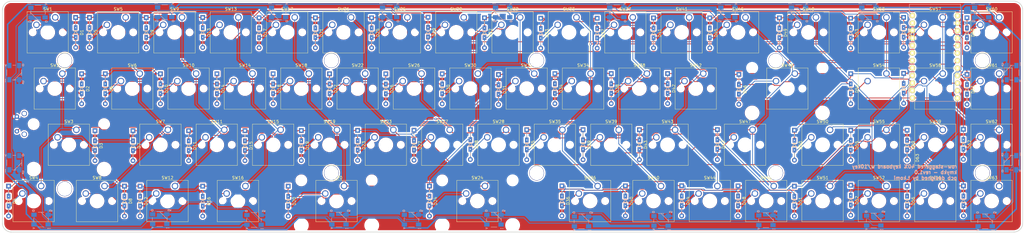
<source format=kicad_pcb>
(kicad_pcb (version 20171130) (host pcbnew "(5.1.0)-1")
  (layers (0 F.Cu signal) (31 B.Cu signal) (34 B.Paste user) (35 F.Paste user) (36 B.SilkS user) (37 F.SilkS user) (38 B.Mask user) (39 F.Mask user) (44 Edge.Cuts user))
  (net 0 "")
  (net 1 row0)
  (net 2 "Net-(D1-Pad2)")
  (net 3 row1)
  (net 4 "Net-(D2-Pad2)")
  (net 5 "Net-(D3-Pad2)")
  (net 6 row2)
  (net 7 "Net-(D4-Pad2)")
  (net 8 row3)
  (net 9 "Net-(D5-Pad2)")
  (net 10 "Net-(D6-Pad2)")
  (net 11 "Net-(D7-Pad2)")
  (net 12 "Net-(D8-Pad2)")
  (net 13 "Net-(D9-Pad2)")
  (net 14 "Net-(D10-Pad2)")
  (net 15 "Net-(D11-Pad2)")
  (net 16 "Net-(D12-Pad2)")
  (net 17 "Net-(D13-Pad2)")
  (net 18 "Net-(D14-Pad2)")
  (net 19 "Net-(D15-Pad2)")
  (net 20 "Net-(D16-Pad2)")
  (net 21 "Net-(D17-Pad2)")
  (net 22 "Net-(D18-Pad2)")
  (net 23 "Net-(D19-Pad2)")
  (net 24 "Net-(D20-Pad2)")
  (net 25 "Net-(D21-Pad2)")
  (net 26 "Net-(D22-Pad2)")
  (net 27 "Net-(D23-Pad2)")
  (net 28 "Net-(D24-Pad2)")
  (net 29 "Net-(D25-Pad2)")
  (net 30 "Net-(D26-Pad2)")
  (net 31 "Net-(D27-Pad2)")
  (net 32 "Net-(D28-Pad2)")
  (net 33 "Net-(D29-Pad2)")
  (net 34 "Net-(D30-Pad2)")
  (net 35 "Net-(D31-Pad2)")
  (net 36 "Net-(D32-Pad2)")
  (net 37 row4)
  (net 38 "Net-(D33-Pad2)")
  (net 39 row5)
  (net 40 "Net-(D34-Pad2)")
  (net 41 "Net-(D35-Pad2)")
  (net 42 col7)
  (net 43 "Net-(D36-Pad2)")
  (net 44 row7)
  (net 45 "Net-(D37-Pad2)")
  (net 46 "Net-(D38-Pad2)")
  (net 47 "Net-(D39-Pad2)")
  (net 48 "Net-(D40-Pad2)")
  (net 49 "Net-(D41-Pad2)")
  (net 50 "Net-(D42-Pad2)")
  (net 51 "Net-(D43-Pad2)")
  (net 52 "Net-(D44-Pad2)")
  (net 53 "Net-(D45-Pad2)")
  (net 54 "Net-(D46-Pad2)")
  (net 55 "Net-(D47-Pad2)")
  (net 56 "Net-(D48-Pad2)")
  (net 57 "Net-(D49-Pad2)")
  (net 58 "Net-(D50-Pad2)")
  (net 59 "Net-(D51-Pad2)")
  (net 60 "Net-(D52-Pad2)")
  (net 61 "Net-(D53-Pad2)")
  (net 62 "Net-(D54-Pad2)")
  (net 63 "Net-(D55-Pad2)")
  (net 64 "Net-(D56-Pad2)")
  (net 65 "Net-(D57-Pad2)")
  (net 66 "Net-(D58-Pad2)")
  (net 67 "Net-(D59-Pad2)")
  (net 68 "Net-(D60-Pad2)")
  (net 69 "Net-(D61-Pad2)")
  (net 70 "Net-(D62-Pad2)")
  (net 71 GND)
  (net 72 LED)
  (net 73 VCC)
  (net 74 "Net-(D64-Pad2)")
  (net 75 "Net-(D65-Pad2)")
  (net 76 "Net-(D66-Pad2)")
  (net 77 "Net-(D67-Pad2)")
  (net 78 "Net-(D68-Pad2)")
  (net 79 "Net-(D69-Pad2)")
  (net 80 "Net-(D70-Pad2)")
  (net 81 "Net-(D71-Pad2)")
  (net 82 "Net-(D72-Pad2)")
  (net 83 "Net-(D73-Pad2)")
  (net 84 "Net-(D74-Pad2)")
  (net 85 "Net-(D75-Pad2)")
  (net 86 "Net-(D76-Pad2)")
  (net 87 "Net-(D77-Pad2)")
  (net 88 "Net-(D78-Pad2)")
  (net 89 "Net-(D79-Pad2)")
  (net 90 "Net-(D80-Pad2)")
  (net 91 "Net-(D81-Pad2)")
  (net 92 "Net-(D82-Pad2)")
  (net 93 "Net-(D83-Pad2)")
  (net 94 "Net-(D84-Pad2)")
  (net 95 "Net-(D85-Pad2)")
  (net 96 "Net-(D86-Pad2)")
  (net 97 "Net-(D87-Pad2)")
  (net 98 col0)
  (net 99 col1)
  (net 100 col2)
  (net 101 col3)
  (net 102 col4)
  (net 103 col5)
  (net 104 col6)
  (net 105 rst)
  (net 106 "Net-(U1-Pad24)")
  (net 107 "Net-(U1-Pad2)")
  (net 108 row6)
  (net 109 "Net-(D63-Pad2)")
  (net 110 "Net-(D88-Pad2)")
  (module kbd:HOLE (layer F.Cu) (at 355.24 76.53)
    (fp_text reference HOLE9)
    (fp_text value HOLE)
    (pad "" np_thru_hole circle (at 0 0) (size 5 5) (drill 4.8) (layers *.Cu *.Mask))
  )
  (module kbd:HOLE (layer F.Cu) (at 355.24 114.64)
    (fp_text reference HOLE10)
    (fp_text value HOLE)
    (pad "" np_thru_hole circle (at 0 0) (size 5 5) (drill 4.8) (layers *.Cu *.Mask))
  )
  (module kbd:HOLE (layer F.Cu) (at 285.4 114.625)
    (fp_text reference HOLE8)
    (fp_text value HOLE)
    (pad "" np_thru_hole circle (at 0 0) (size 5 5) (drill 4.8) (layers *.Cu *.Mask))
  )
  (module kbd:HOLE (layer F.Cu) (at 285.4 76.58)
    (fp_text reference HOLE7)
    (fp_text value HOLE)
    (pad "" np_thru_hole circle (at 0 0) (size 5 5) (drill 4.8) (layers *.Cu *.Mask))
  )
  (module kbd:HOLE (layer F.Cu) (at 204.58 114.67)
    (fp_text reference HOLE6)
    (fp_text value HOLE)
    (pad "" np_thru_hole circle (at 0 0) (size 5 5) (drill 4.8) (layers *.Cu *.Mask))
  )
  (module kbd:HOLE (layer F.Cu) (at 204.58 76.5)
    (fp_text reference HOLE5)
    (fp_text value HOLE)
    (pad "" np_thru_hole circle (at 0 0) (size 5 5) (drill 4.8) (layers *.Cu *.Mask))
  )
  (module kbd:HOLE (layer F.Cu) (at 135.15 114.61)
    (fp_text reference HOLE4)
    (fp_text value HOLE)
    (pad "" np_thru_hole circle (at 0 0) (size 5 5) (drill 4.8) (layers *.Cu *.Mask))
  )
  (module kbd:HOLE (layer F.Cu) (at 135.15 76.56)
    (fp_text reference HOLE3)
    (fp_text value HOLE)
    (pad "" np_thru_hole circle (at 0 0) (size 5 5) (drill 4.8) (layers *.Cu *.Mask))
  )
  (module kbd:HOLE (layer F.Cu) (at 45.02 120.04)
    (fp_text reference HOLE2)
    (fp_text value HOLE)
    (pad "" np_thru_hole circle (at 0 0) (size 5 5) (drill 4.8) (layers *.Cu *.Mask))
  )
  (module kbd:HOLE (layer F.Cu) (at 45.02 76.525)
    (fp_text reference HOLE1)
    (fp_text value HOLE)
    (pad "" np_thru_hole circle (at 0 0) (size 5 5) (drill 4.8) (layers *.Cu *.Mask))
  )
  (module Button_Switch_Keyboard:SW_Cherry_MX_1.00u_PCB (layer F.Cu) (at 360.9 61.925)
    (fp_text reference SW60 (at -2.54 -2.794) (layer F.SilkS))
    (fp_text value SW_PUSH)
    (pad "" np_thru_hole circle (at 2.54 5.08) (size 1.7 1.7) (drill 1.7) (layers *.Cu *.Mask))
    (pad "" np_thru_hole circle (at -7.62 5.08) (size 1.7 1.7) (drill 1.7) (layers *.Cu *.Mask))
    (pad "" np_thru_hole circle (at -2.54 5.08) (size 4 4) (drill 4) (layers *.Cu *.Mask))
    (pad 2 thru_hole circle (at -6.35 2.54) (size 2.2 2.2) (drill 1.5) (layers *.Cu *.Mask) (net 68 "Net-(D60-Pad2)"))
    (pad 1 thru_hole circle (at 0 0) (size 2.2 2.2) (drill 1.5) (layers *.Cu *.Mask) (net 104 col6))
  )
  (module Rev1:tact_switch2 (layer F.Cu) (at 28.85 98.025 90)
    (fp_text reference SW64 hide)
    (fp_text value SW_Push)
    (pad 3 thru_hole circle (at 3.5 2.5 90) (size 1.8 1.8) (drill 1.3) (layers *.Cu *.Mask))
    (pad 3 thru_hole circle (at -3.5 2.5 90) (size 1.8 1.8) (drill 1.3) (layers *.Cu *.Mask))
    (pad 2 thru_hole circle (at 2.5 0 90) (size 1.524 1.524) (drill 0.762) (layers *.Cu *.Mask) (net 71 GND))
    (pad 1 thru_hole circle (at -2.5 0 90) (size 1.524 1.524) (drill 0.762) (layers *.Cu *.Mask) (net 105 rst))
  )
  (module Rev1:WS2812B-5_B_2 (layer F.Cu) (at 355 60.25 90)
    (fp_text reference D88)
    (fp_text value WS2812B hide)
    (fp_text user i (at 3 -2.8 90) (layer B.SilkS) (effects (justify mirror)))
    (fp_text user o (at -3 2.7 90) (layer B.SilkS) (effects (justify mirror)))
    (fp_text user g (at -3 -3 90) (layer B.SilkS) (effects (justify mirror)))
    (fp_text user v (at 2.9 2.6 90) (layer B.SilkS) (effects (justify mirror)))
    (pad 3 smd rect (at -1.65 -2.4 90) (size 1.4 1.8) (layers B.Cu B.Paste B.Mask) (net 71 GND))
    (pad 4 smd rect (at 1.65 -2.4 90) (size 1.4 1.8) (layers B.Cu B.Paste B.Mask) (net 97 "Net-(D87-Pad2)"))
    (pad 1 smd rect (at 1.65 2.4 90) (size 1.4 1.8) (layers B.Cu B.Paste B.Mask) (net 73 VCC))
    (pad 2 smd rect (at -1.65 2.4 90) (size 1.4 1.8) (layers B.Cu B.Paste B.Mask) (net 110 "Net-(D88-Pad2)"))
  )
  (module Rev1:Diode_SMD_THT3_2 (layer F.Cu) (at 348.825 119.025 270)
    (fp_text reference D63 (at -9.450001 15.574999 270) (layer F.SilkS))
    (fp_text value D)
    (pad 1 thru_hole rect (at 3.45 0 270) (size 1.6 1.2) (drill 0.4) (layers *.Cu *.Mask) (net 108 row6))
    (pad 2 thru_hole oval (at 10.16 0 270) (size 1.6 1.6) (drill 0.8) (layers *.Cu *.Mask) (net 109 "Net-(D63-Pad2)"))
    (pad 1 thru_hole rect (at 0 0 270) (size 1.6 1.6) (drill 0.8) (layers *.Cu *.Mask) (net 108 row6))
    (pad 2 thru_hole rect (at 6.71 0 270) (size 1.6 1.2) (drill 0.4) (layers *.Cu *.Mask) (net 109 "Net-(D63-Pad2)"))
  )
  (module Rev1:Diode_SMD_THT3_2 (layer F.Cu) (at 348.825 99.85 270)
    (fp_text reference D62 (at 5.08 -2.06 270) (layer F.SilkS))
    (fp_text value D)
    (pad 1 thru_hole rect (at 3.45 0 270) (size 1.6 1.2) (drill 0.4) (layers *.Cu *.Mask) (net 39 row5))
    (pad 2 thru_hole oval (at 10.16 0 270) (size 1.6 1.6) (drill 0.8) (layers *.Cu *.Mask) (net 70 "Net-(D62-Pad2)"))
    (pad 1 thru_hole rect (at 0 0 270) (size 1.6 1.6) (drill 0.8) (layers *.Cu *.Mask) (net 39 row5))
    (pad 2 thru_hole rect (at 6.71 0 270) (size 1.6 1.2) (drill 0.4) (layers *.Cu *.Mask) (net 70 "Net-(D62-Pad2)"))
  )
  (module Rev1:Diode_SMD_THT3_2 (layer F.Cu) (at 350.05 81.25 270)
    (fp_text reference D61 (at 5.08 -2.06 270) (layer F.SilkS))
    (fp_text value D)
    (pad 1 thru_hole rect (at 3.45 0 270) (size 1.6 1.2) (drill 0.4) (layers *.Cu *.Mask) (net 37 row4))
    (pad 2 thru_hole oval (at 10.16 0 270) (size 1.6 1.6) (drill 0.8) (layers *.Cu *.Mask) (net 69 "Net-(D61-Pad2)"))
    (pad 1 thru_hole rect (at 0 0 270) (size 1.6 1.6) (drill 0.8) (layers *.Cu *.Mask) (net 37 row4))
    (pad 2 thru_hole rect (at 6.71 0 270) (size 1.6 1.2) (drill 0.4) (layers *.Cu *.Mask) (net 69 "Net-(D61-Pad2)"))
  )
  (module Rev1:Diode_SMD_THT3_2 (layer F.Cu) (at 350.025 62.075 270)
    (fp_text reference D60 (at 5.08 -2.06 270) (layer F.SilkS))
    (fp_text value D)
    (pad 1 thru_hole rect (at 3.45 0 270) (size 1.6 1.2) (drill 0.4) (layers *.Cu *.Mask) (net 44 row7))
    (pad 2 thru_hole oval (at 10.16 0 270) (size 1.6 1.6) (drill 0.8) (layers *.Cu *.Mask) (net 68 "Net-(D60-Pad2)"))
    (pad 1 thru_hole rect (at 0 0 270) (size 1.6 1.6) (drill 0.8) (layers *.Cu *.Mask) (net 44 row7))
    (pad 2 thru_hole rect (at 6.71 0 270) (size 1.6 1.2) (drill 0.4) (layers *.Cu *.Mask) (net 68 "Net-(D60-Pad2)"))
  )
  (module Rev1:Diode_SMD_THT3_2 (layer F.Cu) (at 329.8 100.125 270)
    (fp_text reference D59 (at 5.08 -2.06 270) (layer F.SilkS))
    (fp_text value D)
    (pad 1 thru_hole rect (at 3.45 0 270) (size 1.6 1.2) (drill 0.4) (layers *.Cu *.Mask) (net 108 row6))
    (pad 2 thru_hole oval (at 10.16 0 270) (size 1.6 1.6) (drill 0.8) (layers *.Cu *.Mask) (net 67 "Net-(D59-Pad2)"))
    (pad 1 thru_hole rect (at 0 0 270) (size 1.6 1.6) (drill 0.8) (layers *.Cu *.Mask) (net 108 row6))
    (pad 2 thru_hole rect (at 6.71 0 270) (size 1.6 1.2) (drill 0.4) (layers *.Cu *.Mask) (net 67 "Net-(D59-Pad2)"))
  )
  (module Rev1:Diode_SMD_THT3_2 (layer F.Cu) (at 328.65 80.9 270)
    (fp_text reference D58 (at 5.08 -2.06 270) (layer F.SilkS))
    (fp_text value D)
    (pad 1 thru_hole rect (at 3.45 0 270) (size 1.6 1.2) (drill 0.4) (layers *.Cu *.Mask) (net 39 row5))
    (pad 2 thru_hole oval (at 10.16 0 270) (size 1.6 1.6) (drill 0.8) (layers *.Cu *.Mask) (net 66 "Net-(D58-Pad2)"))
    (pad 1 thru_hole rect (at 0 0 270) (size 1.6 1.6) (drill 0.8) (layers *.Cu *.Mask) (net 39 row5))
    (pad 2 thru_hole rect (at 6.71 0 270) (size 1.6 1.2) (drill 0.4) (layers *.Cu *.Mask) (net 66 "Net-(D58-Pad2)"))
  )
  (module Rev1:Diode_SMD_THT3_2 (layer F.Cu) (at 328.625 61.925 270)
    (fp_text reference D57 (at 5.08 -2.06 270) (layer F.SilkS))
    (fp_text value D)
    (pad 1 thru_hole rect (at 3.45 0 270) (size 1.6 1.2) (drill 0.4) (layers *.Cu *.Mask) (net 37 row4))
    (pad 2 thru_hole oval (at 10.16 0 270) (size 1.6 1.6) (drill 0.8) (layers *.Cu *.Mask) (net 65 "Net-(D57-Pad2)"))
    (pad 1 thru_hole rect (at 0 0 270) (size 1.6 1.6) (drill 0.8) (layers *.Cu *.Mask) (net 37 row4))
    (pad 2 thru_hole rect (at 6.71 0 270) (size 1.6 1.2) (drill 0.4) (layers *.Cu *.Mask) (net 65 "Net-(D57-Pad2)"))
  )
  (module Rev1:Diode_SMD_THT3_2 (layer F.Cu) (at 329.8 119.075 270)
    (fp_text reference D56 (at 5.08 -2.06 270) (layer F.SilkS))
    (fp_text value D)
    (pad 1 thru_hole rect (at 3.45 0 270) (size 1.6 1.2) (drill 0.4) (layers *.Cu *.Mask) (net 44 row7))
    (pad 2 thru_hole oval (at 10.16 0 270) (size 1.6 1.6) (drill 0.8) (layers *.Cu *.Mask) (net 64 "Net-(D56-Pad2)"))
    (pad 1 thru_hole rect (at 0 0 270) (size 1.6 1.6) (drill 0.8) (layers *.Cu *.Mask) (net 44 row7))
    (pad 2 thru_hole rect (at 6.71 0 270) (size 1.6 1.2) (drill 0.4) (layers *.Cu *.Mask) (net 64 "Net-(D56-Pad2)"))
  )
  (module Rev1:Diode_SMD_THT3_2 (layer F.Cu) (at 310.75 100.175 270)
    (fp_text reference D55 (at 5.08 -2.06 270) (layer F.SilkS))
    (fp_text value D)
    (pad 1 thru_hole rect (at 3.45 0 270) (size 1.6 1.2) (drill 0.4) (layers *.Cu *.Mask) (net 108 row6))
    (pad 2 thru_hole oval (at 10.16 0 270) (size 1.6 1.6) (drill 0.8) (layers *.Cu *.Mask) (net 63 "Net-(D55-Pad2)"))
    (pad 1 thru_hole rect (at 0 0 270) (size 1.6 1.6) (drill 0.8) (layers *.Cu *.Mask) (net 108 row6))
    (pad 2 thru_hole rect (at 6.71 0 270) (size 1.6 1.2) (drill 0.4) (layers *.Cu *.Mask) (net 63 "Net-(D55-Pad2)"))
  )
  (module Rev1:Diode_SMD_THT3_2 (layer F.Cu) (at 310.75 81.025 270)
    (fp_text reference D54 (at 5.08 -2.06 270) (layer F.SilkS))
    (fp_text value D)
    (pad 1 thru_hole rect (at 3.45 0 270) (size 1.6 1.2) (drill 0.4) (layers *.Cu *.Mask) (net 39 row5))
    (pad 2 thru_hole oval (at 10.16 0 270) (size 1.6 1.6) (drill 0.8) (layers *.Cu *.Mask) (net 62 "Net-(D54-Pad2)"))
    (pad 1 thru_hole rect (at 0 0 270) (size 1.6 1.6) (drill 0.8) (layers *.Cu *.Mask) (net 39 row5))
    (pad 2 thru_hole rect (at 6.71 0 270) (size 1.6 1.2) (drill 0.4) (layers *.Cu *.Mask) (net 62 "Net-(D54-Pad2)"))
  )
  (module Rev1:Diode_SMD_THT3_2 (layer F.Cu) (at 310.725 62.2 270)
    (fp_text reference D53 (at 5.08 -2.06 270) (layer F.SilkS))
    (fp_text value D)
    (pad 1 thru_hole rect (at 3.45 0 270) (size 1.6 1.2) (drill 0.4) (layers *.Cu *.Mask) (net 37 row4))
    (pad 2 thru_hole oval (at 10.16 0 270) (size 1.6 1.6) (drill 0.8) (layers *.Cu *.Mask) (net 61 "Net-(D53-Pad2)"))
    (pad 1 thru_hole rect (at 0 0 270) (size 1.6 1.6) (drill 0.8) (layers *.Cu *.Mask) (net 37 row4))
    (pad 2 thru_hole rect (at 6.71 0 270) (size 1.6 1.2) (drill 0.4) (layers *.Cu *.Mask) (net 61 "Net-(D53-Pad2)"))
  )
  (module Rev1:Diode_SMD_THT3_2 (layer F.Cu) (at 310.75 118.8 270)
    (fp_text reference D52 (at 5.08 -2.06 270) (layer F.SilkS))
    (fp_text value D)
    (pad 1 thru_hole rect (at 3.45 0 270) (size 1.6 1.2) (drill 0.4) (layers *.Cu *.Mask) (net 44 row7))
    (pad 2 thru_hole oval (at 10.16 0 270) (size 1.6 1.6) (drill 0.8) (layers *.Cu *.Mask) (net 60 "Net-(D52-Pad2)"))
    (pad 1 thru_hole rect (at 0 0 270) (size 1.6 1.6) (drill 0.8) (layers *.Cu *.Mask) (net 44 row7))
    (pad 2 thru_hole rect (at 6.71 0 270) (size 1.6 1.2) (drill 0.4) (layers *.Cu *.Mask) (net 60 "Net-(D52-Pad2)"))
  )
  (module Rev1:Diode_SMD_THT3_2 (layer F.Cu) (at 291.675 119.125 270)
    (fp_text reference D51 (at 5.08 -2.06 270) (layer F.SilkS))
    (fp_text value D)
    (pad 1 thru_hole rect (at 3.45 0 270) (size 1.6 1.2) (drill 0.4) (layers *.Cu *.Mask) (net 108 row6))
    (pad 2 thru_hole oval (at 10.16 0 270) (size 1.6 1.6) (drill 0.8) (layers *.Cu *.Mask) (net 59 "Net-(D51-Pad2)"))
    (pad 1 thru_hole rect (at 0 0 270) (size 1.6 1.6) (drill 0.8) (layers *.Cu *.Mask) (net 108 row6))
    (pad 2 thru_hole rect (at 6.71 0 270) (size 1.6 1.2) (drill 0.4) (layers *.Cu *.Mask) (net 59 "Net-(D51-Pad2)"))
  )
  (module Rev1:Diode_SMD_THT3_2 (layer F.Cu) (at 291.7 100.15 270)
    (fp_text reference D50 (at 5.08 -2.06 270) (layer F.SilkS))
    (fp_text value D)
    (pad 1 thru_hole rect (at 3.45 0 270) (size 1.6 1.2) (drill 0.4) (layers *.Cu *.Mask) (net 39 row5))
    (pad 2 thru_hole oval (at 10.16 0 270) (size 1.6 1.6) (drill 0.8) (layers *.Cu *.Mask) (net 58 "Net-(D50-Pad2)"))
    (pad 1 thru_hole rect (at 0 0 270) (size 1.6 1.6) (drill 0.8) (layers *.Cu *.Mask) (net 39 row5))
    (pad 2 thru_hole rect (at 6.71 0 270) (size 1.6 1.2) (drill 0.4) (layers *.Cu *.Mask) (net 58 "Net-(D50-Pad2)"))
  )
  (module Rev1:Diode_SMD_THT3_2 (layer F.Cu) (at 286.625 62.1 270)
    (fp_text reference D49 (at 5.08 -2.06 270) (layer F.SilkS))
    (fp_text value D)
    (pad 1 thru_hole rect (at 3.45 0 270) (size 1.6 1.2) (drill 0.4) (layers *.Cu *.Mask) (net 37 row4))
    (pad 2 thru_hole oval (at 10.16 0 270) (size 1.6 1.6) (drill 0.8) (layers *.Cu *.Mask) (net 57 "Net-(D49-Pad2)"))
    (pad 1 thru_hole rect (at 0 0 270) (size 1.6 1.6) (drill 0.8) (layers *.Cu *.Mask) (net 37 row4))
    (pad 2 thru_hole rect (at 6.71 0 270) (size 1.6 1.2) (drill 0.4) (layers *.Cu *.Mask) (net 57 "Net-(D49-Pad2)"))
  )
  (module Rev1:Diode_SMD_THT3_2 (layer F.Cu) (at 272.65 119.025 270)
    (fp_text reference D48 (at 5.08 -2.06 270) (layer F.SilkS))
    (fp_text value D)
    (pad 1 thru_hole rect (at 3.45 0 270) (size 1.6 1.2) (drill 0.4) (layers *.Cu *.Mask) (net 44 row7))
    (pad 2 thru_hole oval (at 10.16 0 270) (size 1.6 1.6) (drill 0.8) (layers *.Cu *.Mask) (net 56 "Net-(D48-Pad2)"))
    (pad 1 thru_hole rect (at 0 0 270) (size 1.6 1.6) (drill 0.8) (layers *.Cu *.Mask) (net 44 row7))
    (pad 2 thru_hole rect (at 6.71 0 270) (size 1.6 1.2) (drill 0.4) (layers *.Cu *.Mask) (net 56 "Net-(D48-Pad2)"))
  )
  (module Rev1:Diode_SMD_THT3_2 (layer F.Cu) (at 265.65 99.95 270)
    (fp_text reference D47 (at 5.08 -2.06 270) (layer F.SilkS))
    (fp_text value D)
    (pad 1 thru_hole rect (at 3.45 0 270) (size 1.6 1.2) (drill 0.4) (layers *.Cu *.Mask) (net 108 row6))
    (pad 2 thru_hole oval (at 10.16 0 270) (size 1.6 1.6) (drill 0.8) (layers *.Cu *.Mask) (net 55 "Net-(D47-Pad2)"))
    (pad 1 thru_hole rect (at 0 0 270) (size 1.6 1.6) (drill 0.8) (layers *.Cu *.Mask) (net 108 row6))
    (pad 2 thru_hole rect (at 6.71 0 270) (size 1.6 1.2) (drill 0.4) (layers *.Cu *.Mask) (net 55 "Net-(D47-Pad2)"))
  )
  (module Rev1:Diode_SMD_THT3_2 (layer F.Cu) (at 272.925 81.225 270)
    (fp_text reference D46 (at 5.08 -2.06 270) (layer F.SilkS))
    (fp_text value D)
    (pad 1 thru_hole rect (at 3.45 0 270) (size 1.6 1.2) (drill 0.4) (layers *.Cu *.Mask) (net 39 row5))
    (pad 2 thru_hole oval (at 10.16 0 270) (size 1.6 1.6) (drill 0.8) (layers *.Cu *.Mask) (net 54 "Net-(D46-Pad2)"))
    (pad 1 thru_hole rect (at 0 0 270) (size 1.6 1.6) (drill 0.8) (layers *.Cu *.Mask) (net 39 row5))
    (pad 2 thru_hole rect (at 6.71 0 270) (size 1.6 1.2) (drill 0.4) (layers *.Cu *.Mask) (net 54 "Net-(D46-Pad2)"))
  )
  (module Rev1:Diode_SMD_THT3_2 (layer F.Cu) (at 263.1 62.125 270)
    (fp_text reference D45 (at 5.08 -2.06 270) (layer F.SilkS))
    (fp_text value D)
    (pad 1 thru_hole rect (at 3.45 0 270) (size 1.6 1.2) (drill 0.4) (layers *.Cu *.Mask) (net 37 row4))
    (pad 2 thru_hole oval (at 10.16 0 270) (size 1.6 1.6) (drill 0.8) (layers *.Cu *.Mask) (net 53 "Net-(D45-Pad2)"))
    (pad 1 thru_hole rect (at 0 0 270) (size 1.6 1.6) (drill 0.8) (layers *.Cu *.Mask) (net 37 row4))
    (pad 2 thru_hole rect (at 6.71 0 270) (size 1.6 1.2) (drill 0.4) (layers *.Cu *.Mask) (net 53 "Net-(D45-Pad2)"))
  )
  (module Rev1:Diode_SMD_THT3_2 (layer F.Cu) (at 253.6 119 270)
    (fp_text reference D44 (at 5.08 -2.06 270) (layer F.SilkS))
    (fp_text value D)
    (pad 1 thru_hole rect (at 3.45 0 270) (size 1.6 1.2) (drill 0.4) (layers *.Cu *.Mask) (net 44 row7))
    (pad 2 thru_hole oval (at 10.16 0 270) (size 1.6 1.6) (drill 0.8) (layers *.Cu *.Mask) (net 52 "Net-(D44-Pad2)"))
    (pad 1 thru_hole rect (at 0 0 270) (size 1.6 1.6) (drill 0.8) (layers *.Cu *.Mask) (net 44 row7))
    (pad 2 thru_hole rect (at 6.71 0 270) (size 1.6 1.2) (drill 0.4) (layers *.Cu *.Mask) (net 52 "Net-(D44-Pad2)"))
  )
  (module Rev1:Diode_SMD_THT3_2 (layer F.Cu) (at 239.3 100 270)
    (fp_text reference D43 (at 5.08 -2.06 270) (layer F.SilkS))
    (fp_text value D)
    (pad 1 thru_hole rect (at 3.45 0 270) (size 1.6 1.2) (drill 0.4) (layers *.Cu *.Mask) (net 108 row6))
    (pad 2 thru_hole oval (at 10.16 0 270) (size 1.6 1.6) (drill 0.8) (layers *.Cu *.Mask) (net 51 "Net-(D43-Pad2)"))
    (pad 1 thru_hole rect (at 0 0 270) (size 1.6 1.6) (drill 0.8) (layers *.Cu *.Mask) (net 108 row6))
    (pad 2 thru_hole rect (at 6.71 0 270) (size 1.6 1.2) (drill 0.4) (layers *.Cu *.Mask) (net 51 "Net-(D43-Pad2)"))
  )
  (module Rev1:Diode_SMD_THT3_2 (layer F.Cu) (at 248.85 80.975 270)
    (fp_text reference D42 (at 5.08 -2.06 270) (layer F.SilkS))
    (fp_text value D)
    (pad 1 thru_hole rect (at 3.45 0 270) (size 1.6 1.2) (drill 0.4) (layers *.Cu *.Mask) (net 39 row5))
    (pad 2 thru_hole oval (at 10.16 0 270) (size 1.6 1.6) (drill 0.8) (layers *.Cu *.Mask) (net 50 "Net-(D42-Pad2)"))
    (pad 1 thru_hole rect (at 0 0 270) (size 1.6 1.6) (drill 0.8) (layers *.Cu *.Mask) (net 39 row5))
    (pad 2 thru_hole rect (at 6.71 0 270) (size 1.6 1.2) (drill 0.4) (layers *.Cu *.Mask) (net 50 "Net-(D42-Pad2)"))
  )
  (module Rev1:Diode_SMD_THT3_2 (layer F.Cu) (at 244.075 62.125 270)
    (fp_text reference D41 (at 5.08 -2.06 270) (layer F.SilkS))
    (fp_text value D)
    (pad 1 thru_hole rect (at 3.45 0 270) (size 1.6 1.2) (drill 0.4) (layers *.Cu *.Mask) (net 37 row4))
    (pad 2 thru_hole oval (at 10.16 0 270) (size 1.6 1.6) (drill 0.8) (layers *.Cu *.Mask) (net 49 "Net-(D41-Pad2)"))
    (pad 1 thru_hole rect (at 0 0 270) (size 1.6 1.6) (drill 0.8) (layers *.Cu *.Mask) (net 37 row4))
    (pad 2 thru_hole rect (at 6.71 0 270) (size 1.6 1.2) (drill 0.4) (layers *.Cu *.Mask) (net 49 "Net-(D41-Pad2)"))
  )
  (module Rev1:Diode_SMD_THT3_2 (layer F.Cu) (at 234.55 119.025 270)
    (fp_text reference D40 (at 5.08 -2.06 270) (layer F.SilkS))
    (fp_text value D)
    (pad 1 thru_hole rect (at 3.45 0 270) (size 1.6 1.2) (drill 0.4) (layers *.Cu *.Mask) (net 44 row7))
    (pad 2 thru_hole oval (at 10.16 0 270) (size 1.6 1.6) (drill 0.8) (layers *.Cu *.Mask) (net 48 "Net-(D40-Pad2)"))
    (pad 1 thru_hole rect (at 0 0 270) (size 1.6 1.6) (drill 0.8) (layers *.Cu *.Mask) (net 44 row7))
    (pad 2 thru_hole rect (at 6.71 0 270) (size 1.6 1.2) (drill 0.4) (layers *.Cu *.Mask) (net 48 "Net-(D40-Pad2)"))
  )
  (module Rev1:Diode_SMD_THT3_2 (layer F.Cu) (at 220.25 100 270)
    (fp_text reference D39 (at 5.08 -2.06 270) (layer F.SilkS))
    (fp_text value D)
    (pad 1 thru_hole rect (at 3.45 0 270) (size 1.6 1.2) (drill 0.4) (layers *.Cu *.Mask) (net 108 row6))
    (pad 2 thru_hole oval (at 10.16 0 270) (size 1.6 1.6) (drill 0.8) (layers *.Cu *.Mask) (net 47 "Net-(D39-Pad2)"))
    (pad 1 thru_hole rect (at 0 0 270) (size 1.6 1.6) (drill 0.8) (layers *.Cu *.Mask) (net 108 row6))
    (pad 2 thru_hole rect (at 6.71 0 270) (size 1.6 1.2) (drill 0.4) (layers *.Cu *.Mask) (net 47 "Net-(D39-Pad2)"))
  )
  (module Rev1:Diode_SMD_THT3_2 (layer F.Cu) (at 229.775 80.975 270)
    (fp_text reference D38 (at 5.08 -2.06 270) (layer F.SilkS))
    (fp_text value D)
    (pad 1 thru_hole rect (at 3.45 0 270) (size 1.6 1.2) (drill 0.4) (layers *.Cu *.Mask) (net 39 row5))
    (pad 2 thru_hole oval (at 10.16 0 270) (size 1.6 1.6) (drill 0.8) (layers *.Cu *.Mask) (net 46 "Net-(D38-Pad2)"))
    (pad 1 thru_hole rect (at 0 0 270) (size 1.6 1.6) (drill 0.8) (layers *.Cu *.Mask) (net 39 row5))
    (pad 2 thru_hole rect (at 6.71 0 270) (size 1.6 1.2) (drill 0.4) (layers *.Cu *.Mask) (net 46 "Net-(D38-Pad2)"))
  )
  (module Rev1:Diode_SMD_THT3_2 (layer F.Cu) (at 225.025 62.225 270)
    (fp_text reference D37 (at 5.08 -2.06 270) (layer F.SilkS))
    (fp_text value D)
    (pad 1 thru_hole rect (at 3.45 0 270) (size 1.6 1.2) (drill 0.4) (layers *.Cu *.Mask) (net 37 row4))
    (pad 2 thru_hole oval (at 10.16 0 270) (size 1.6 1.6) (drill 0.8) (layers *.Cu *.Mask) (net 45 "Net-(D37-Pad2)"))
    (pad 1 thru_hole rect (at 0 0 270) (size 1.6 1.6) (drill 0.8) (layers *.Cu *.Mask) (net 37 row4))
    (pad 2 thru_hole rect (at 6.71 0 270) (size 1.6 1.2) (drill 0.4) (layers *.Cu *.Mask) (net 45 "Net-(D37-Pad2)"))
  )
  (module Rev1:Diode_SMD_THT3_2 (layer F.Cu) (at 213.1 119.025 270)
    (fp_text reference D36 (at 5.08 -2.06 270) (layer F.SilkS))
    (fp_text value D)
    (pad 1 thru_hole rect (at 3.45 0 270) (size 1.6 1.2) (drill 0.4) (layers *.Cu *.Mask) (net 44 row7))
    (pad 2 thru_hole oval (at 10.16 0 270) (size 1.6 1.6) (drill 0.8) (layers *.Cu *.Mask) (net 43 "Net-(D36-Pad2)"))
    (pad 1 thru_hole rect (at 0 0 270) (size 1.6 1.6) (drill 0.8) (layers *.Cu *.Mask) (net 44 row7))
    (pad 2 thru_hole rect (at 6.71 0 270) (size 1.6 1.2) (drill 0.4) (layers *.Cu *.Mask) (net 43 "Net-(D36-Pad2)"))
  )
  (module Rev1:Diode_SMD_THT3_2 (layer F.Cu) (at 201.225 100.025 270)
    (fp_text reference D35 (at 5.08 -2.06 270) (layer F.SilkS))
    (fp_text value D)
    (pad 1 thru_hole rect (at 3.45 0 270) (size 1.6 1.2) (drill 0.4) (layers *.Cu *.Mask) (net 108 row6))
    (pad 2 thru_hole oval (at 10.16 0 270) (size 1.6 1.6) (drill 0.8) (layers *.Cu *.Mask) (net 41 "Net-(D35-Pad2)"))
    (pad 1 thru_hole rect (at 0 0 270) (size 1.6 1.6) (drill 0.8) (layers *.Cu *.Mask) (net 108 row6))
    (pad 2 thru_hole rect (at 6.71 0 270) (size 1.6 1.2) (drill 0.4) (layers *.Cu *.Mask) (net 41 "Net-(D35-Pad2)"))
  )
  (module Rev1:Diode_SMD_THT3_2 (layer F.Cu) (at 210.725 81 270)
    (fp_text reference D34 (at 5.08 -2.06 270) (layer F.SilkS))
    (fp_text value D)
    (pad 1 thru_hole rect (at 3.45 0 270) (size 1.6 1.2) (drill 0.4) (layers *.Cu *.Mask) (net 39 row5))
    (pad 2 thru_hole oval (at 10.16 0 270) (size 1.6 1.6) (drill 0.8) (layers *.Cu *.Mask) (net 40 "Net-(D34-Pad2)"))
    (pad 1 thru_hole rect (at 0 0 270) (size 1.6 1.6) (drill 0.8) (layers *.Cu *.Mask) (net 39 row5))
    (pad 2 thru_hole rect (at 6.71 0 270) (size 1.6 1.2) (drill 0.4) (layers *.Cu *.Mask) (net 40 "Net-(D34-Pad2)"))
  )
  (module Rev1:Diode_SMD_THT3_2 (layer F.Cu) (at 205.95 62.225 270)
    (fp_text reference D33 (at 5.08 -2.06 270) (layer F.SilkS))
    (fp_text value D)
    (pad 1 thru_hole rect (at 3.45 0 270) (size 1.6 1.2) (drill 0.4) (layers *.Cu *.Mask) (net 37 row4))
    (pad 2 thru_hole oval (at 10.16 0 270) (size 1.6 1.6) (drill 0.8) (layers *.Cu *.Mask) (net 38 "Net-(D33-Pad2)"))
    (pad 1 thru_hole rect (at 0 0 270) (size 1.6 1.6) (drill 0.8) (layers *.Cu *.Mask) (net 37 row4))
    (pad 2 thru_hole rect (at 6.71 0 270) (size 1.6 1.2) (drill 0.4) (layers *.Cu *.Mask) (net 38 "Net-(D33-Pad2)"))
  )
  (module Rev1:Diode_SMD_THT3_2 (layer F.Cu) (at 186.925 62.075 270)
    (fp_text reference D32 (at 5.08 -2.06 270) (layer F.SilkS))
    (fp_text value D)
    (pad 1 thru_hole rect (at 3.45 0 270) (size 1.6 1.2) (drill 0.4) (layers *.Cu *.Mask) (net 8 row3))
    (pad 2 thru_hole oval (at 10.16 0 270) (size 1.6 1.6) (drill 0.8) (layers *.Cu *.Mask) (net 36 "Net-(D32-Pad2)"))
    (pad 1 thru_hole rect (at 0 0 270) (size 1.6 1.6) (drill 0.8) (layers *.Cu *.Mask) (net 8 row3))
    (pad 2 thru_hole rect (at 6.71 0 270) (size 1.6 1.2) (drill 0.4) (layers *.Cu *.Mask) (net 36 "Net-(D32-Pad2)"))
  )
  (module Rev1:Diode_SMD_THT3_2 (layer F.Cu) (at 191.675 81.3 270)
    (fp_text reference D31 (at 5.08 -2.06 270) (layer F.SilkS))
    (fp_text value D)
    (pad 1 thru_hole rect (at 3.45 0 270) (size 1.6 1.2) (drill 0.4) (layers *.Cu *.Mask) (net 6 row2))
    (pad 2 thru_hole oval (at 10.16 0 270) (size 1.6 1.6) (drill 0.8) (layers *.Cu *.Mask) (net 35 "Net-(D31-Pad2)"))
    (pad 1 thru_hole rect (at 0 0 270) (size 1.6 1.6) (drill 0.8) (layers *.Cu *.Mask) (net 6 row2))
    (pad 2 thru_hole rect (at 6.71 0 270) (size 1.6 1.2) (drill 0.4) (layers *.Cu *.Mask) (net 35 "Net-(D31-Pad2)"))
  )
  (module Rev1:Diode_SMD_THT3_2 (layer F.Cu) (at 172.625 81.075 270)
    (fp_text reference D30 (at 5.08 -2.06 270) (layer F.SilkS))
    (fp_text value D)
    (pad 1 thru_hole rect (at 3.45 0 270) (size 1.6 1.2) (drill 0.4) (layers *.Cu *.Mask) (net 3 row1))
    (pad 2 thru_hole oval (at 10.16 0 270) (size 1.6 1.6) (drill 0.8) (layers *.Cu *.Mask) (net 34 "Net-(D30-Pad2)"))
    (pad 1 thru_hole rect (at 0 0 270) (size 1.6 1.6) (drill 0.8) (layers *.Cu *.Mask) (net 3 row1))
    (pad 2 thru_hole rect (at 6.71 0 270) (size 1.6 1.2) (drill 0.4) (layers *.Cu *.Mask) (net 34 "Net-(D30-Pad2)"))
  )
  (module Rev1:Diode_SMD_THT3_2 (layer F.Cu) (at 167.85 61.875 270)
    (fp_text reference D29 (at 5.08 -2.06 270) (layer F.SilkS))
    (fp_text value D)
    (pad 1 thru_hole rect (at 3.45 0 270) (size 1.6 1.2) (drill 0.4) (layers *.Cu *.Mask) (net 1 row0))
    (pad 2 thru_hole oval (at 10.16 0 270) (size 1.6 1.6) (drill 0.8) (layers *.Cu *.Mask) (net 33 "Net-(D29-Pad2)"))
    (pad 1 thru_hole rect (at 0 0 270) (size 1.6 1.6) (drill 0.8) (layers *.Cu *.Mask) (net 1 row0))
    (pad 2 thru_hole rect (at 6.71 0 270) (size 1.6 1.2) (drill 0.4) (layers *.Cu *.Mask) (net 33 "Net-(D29-Pad2)"))
  )
  (module Rev1:Diode_SMD_THT3_2 (layer F.Cu) (at 182.15 99.925 270)
    (fp_text reference D28 (at 5.08 -2.06 270) (layer F.SilkS))
    (fp_text value D)
    (pad 1 thru_hole rect (at 3.45 0 270) (size 1.6 1.2) (drill 0.4) (layers *.Cu *.Mask) (net 8 row3))
    (pad 2 thru_hole oval (at 10.16 0 270) (size 1.6 1.6) (drill 0.8) (layers *.Cu *.Mask) (net 32 "Net-(D28-Pad2)"))
    (pad 1 thru_hole rect (at 0 0 270) (size 1.6 1.6) (drill 0.8) (layers *.Cu *.Mask) (net 8 row3))
    (pad 2 thru_hole rect (at 6.71 0 270) (size 1.6 1.2) (drill 0.4) (layers *.Cu *.Mask) (net 32 "Net-(D28-Pad2)"))
  )
  (module Rev1:Diode_SMD_THT3_2 (layer F.Cu) (at 163.1 100.175 270)
    (fp_text reference D27 (at 5.08 -2.06 270) (layer F.SilkS))
    (fp_text value D)
    (pad 1 thru_hole rect (at 3.45 0 270) (size 1.6 1.2) (drill 0.4) (layers *.Cu *.Mask) (net 6 row2))
    (pad 2 thru_hole oval (at 10.16 0 270) (size 1.6 1.6) (drill 0.8) (layers *.Cu *.Mask) (net 31 "Net-(D27-Pad2)"))
    (pad 1 thru_hole rect (at 0 0 270) (size 1.6 1.6) (drill 0.8) (layers *.Cu *.Mask) (net 6 row2))
    (pad 2 thru_hole rect (at 6.71 0 270) (size 1.6 1.2) (drill 0.4) (layers *.Cu *.Mask) (net 31 "Net-(D27-Pad2)"))
  )
  (module Rev1:Diode_SMD_THT3_2 (layer F.Cu) (at 153.575 81.075 270)
    (fp_text reference D26 (at 5.08 -2.06 270) (layer F.SilkS))
    (fp_text value D)
    (pad 1 thru_hole rect (at 3.45 0 270) (size 1.6 1.2) (drill 0.4) (layers *.Cu *.Mask) (net 3 row1))
    (pad 2 thru_hole oval (at 10.16 0 270) (size 1.6 1.6) (drill 0.8) (layers *.Cu *.Mask) (net 30 "Net-(D26-Pad2)"))
    (pad 1 thru_hole rect (at 0 0 270) (size 1.6 1.6) (drill 0.8) (layers *.Cu *.Mask) (net 3 row1))
    (pad 2 thru_hole rect (at 6.71 0 270) (size 1.6 1.2) (drill 0.4) (layers *.Cu *.Mask) (net 30 "Net-(D26-Pad2)"))
  )
  (module Rev1:Diode_SMD_THT3_2 (layer F.Cu) (at 148.775 62.075 270)
    (fp_text reference D25 (at 5.08 -2.06 270) (layer F.SilkS))
    (fp_text value D)
    (pad 1 thru_hole rect (at 3.45 0 270) (size 1.6 1.2) (drill 0.4) (layers *.Cu *.Mask) (net 1 row0))
    (pad 2 thru_hole oval (at 10.16 0 270) (size 1.6 1.6) (drill 0.8) (layers *.Cu *.Mask) (net 29 "Net-(D25-Pad2)"))
    (pad 1 thru_hole rect (at 0 0 270) (size 1.6 1.6) (drill 0.8) (layers *.Cu *.Mask) (net 1 row0))
    (pad 2 thru_hole rect (at 6.71 0 270) (size 1.6 1.2) (drill 0.4) (layers *.Cu *.Mask) (net 29 "Net-(D25-Pad2)"))
  )
  (module Rev1:Diode_SMD_THT3_2 (layer F.Cu) (at 168.325 119.075 270)
    (fp_text reference D24 (at 5.08 -2.06 270) (layer F.SilkS))
    (fp_text value D)
    (pad 1 thru_hole rect (at 3.45 0 270) (size 1.6 1.2) (drill 0.4) (layers *.Cu *.Mask) (net 8 row3))
    (pad 2 thru_hole oval (at 10.16 0 270) (size 1.6 1.6) (drill 0.8) (layers *.Cu *.Mask) (net 28 "Net-(D24-Pad2)"))
    (pad 1 thru_hole rect (at 0 0 270) (size 1.6 1.6) (drill 0.8) (layers *.Cu *.Mask) (net 8 row3))
    (pad 2 thru_hole rect (at 6.71 0 270) (size 1.6 1.2) (drill 0.4) (layers *.Cu *.Mask) (net 28 "Net-(D24-Pad2)"))
  )
  (module Rev1:Diode_SMD_THT3_2 (layer F.Cu) (at 144.05 100.225 270)
    (fp_text reference D23 (at 5.08 -2.06 270) (layer F.SilkS))
    (fp_text value D)
    (pad 1 thru_hole rect (at 3.45 0 270) (size 1.6 1.2) (drill 0.4) (layers *.Cu *.Mask) (net 6 row2))
    (pad 2 thru_hole oval (at 10.16 0 270) (size 1.6 1.6) (drill 0.8) (layers *.Cu *.Mask) (net 27 "Net-(D23-Pad2)"))
    (pad 1 thru_hole rect (at 0 0 270) (size 1.6 1.6) (drill 0.8) (layers *.Cu *.Mask) (net 6 row2))
    (pad 2 thru_hole rect (at 6.71 0 270) (size 1.6 1.2) (drill 0.4) (layers *.Cu *.Mask) (net 27 "Net-(D23-Pad2)"))
  )
  (module Rev1:Diode_SMD_THT3_2 (layer F.Cu) (at 134.55 81.05 270)
    (fp_text reference D22 (at 5.08 -2.06 270) (layer F.SilkS))
    (fp_text value D)
    (pad 1 thru_hole rect (at 3.45 0 270) (size 1.6 1.2) (drill 0.4) (layers *.Cu *.Mask) (net 3 row1))
    (pad 2 thru_hole oval (at 10.16 0 270) (size 1.6 1.6) (drill 0.8) (layers *.Cu *.Mask) (net 26 "Net-(D22-Pad2)"))
    (pad 1 thru_hole rect (at 0 0 270) (size 1.6 1.6) (drill 0.8) (layers *.Cu *.Mask) (net 3 row1))
    (pad 2 thru_hole rect (at 6.71 0 270) (size 1.6 1.2) (drill 0.4) (layers *.Cu *.Mask) (net 26 "Net-(D22-Pad2)"))
  )
  (module Rev1:Diode_SMD_THT3_2 (layer F.Cu) (at 129.75 62.075 270)
    (fp_text reference D21 (at 5.08 -2.06 270) (layer F.SilkS))
    (fp_text value D)
    (pad 1 thru_hole rect (at 3.45 0 270) (size 1.6 1.2) (drill 0.4) (layers *.Cu *.Mask) (net 1 row0))
    (pad 2 thru_hole oval (at 10.16 0 270) (size 1.6 1.6) (drill 0.8) (layers *.Cu *.Mask) (net 25 "Net-(D21-Pad2)"))
    (pad 1 thru_hole rect (at 0 0 270) (size 1.6 1.6) (drill 0.8) (layers *.Cu *.Mask) (net 1 row0))
    (pad 2 thru_hole rect (at 6.71 0 270) (size 1.6 1.2) (drill 0.4) (layers *.Cu *.Mask) (net 25 "Net-(D21-Pad2)"))
  )
  (module Rev1:Diode_SMD_THT3_2 (layer F.Cu) (at 120.575 119.125 270)
    (fp_text reference D20 (at 5.08 -2.06 270) (layer F.SilkS))
    (fp_text value D)
    (pad 1 thru_hole rect (at 3.45 0 270) (size 1.6 1.2) (drill 0.4) (layers *.Cu *.Mask) (net 8 row3))
    (pad 2 thru_hole oval (at 10.16 0 270) (size 1.6 1.6) (drill 0.8) (layers *.Cu *.Mask) (net 24 "Net-(D20-Pad2)"))
    (pad 1 thru_hole rect (at 0 0 270) (size 1.6 1.6) (drill 0.8) (layers *.Cu *.Mask) (net 8 row3))
    (pad 2 thru_hole rect (at 6.71 0 270) (size 1.6 1.2) (drill 0.4) (layers *.Cu *.Mask) (net 24 "Net-(D20-Pad2)"))
  )
  (module Rev1:Diode_SMD_THT3_2 (layer F.Cu) (at 125 100.275 270)
    (fp_text reference D19 (at 5.08 -2.06 270) (layer F.SilkS))
    (fp_text value D)
    (pad 1 thru_hole rect (at 3.45 0 270) (size 1.6 1.2) (drill 0.4) (layers *.Cu *.Mask) (net 6 row2))
    (pad 2 thru_hole oval (at 10.16 0 270) (size 1.6 1.6) (drill 0.8) (layers *.Cu *.Mask) (net 23 "Net-(D19-Pad2)"))
    (pad 1 thru_hole rect (at 0 0 270) (size 1.6 1.6) (drill 0.8) (layers *.Cu *.Mask) (net 6 row2))
    (pad 2 thru_hole rect (at 6.71 0 270) (size 1.6 1.2) (drill 0.4) (layers *.Cu *.Mask) (net 23 "Net-(D19-Pad2)"))
  )
  (module Rev1:Diode_SMD_THT3_2 (layer F.Cu) (at 115.475 81.05 270)
    (fp_text reference D18 (at 5.08 -2.06 270) (layer F.SilkS))
    (fp_text value D)
    (pad 1 thru_hole rect (at 3.45 0 270) (size 1.6 1.2) (drill 0.4) (layers *.Cu *.Mask) (net 3 row1))
    (pad 2 thru_hole oval (at 10.16 0 270) (size 1.6 1.6) (drill 0.8) (layers *.Cu *.Mask) (net 22 "Net-(D18-Pad2)"))
    (pad 1 thru_hole rect (at 0 0 270) (size 1.6 1.6) (drill 0.8) (layers *.Cu *.Mask) (net 3 row1))
    (pad 2 thru_hole rect (at 6.71 0 270) (size 1.6 1.2) (drill 0.4) (layers *.Cu *.Mask) (net 22 "Net-(D18-Pad2)"))
  )
  (module Rev1:Diode_SMD_THT3_2 (layer F.Cu) (at 110.725 62.075 270)
    (fp_text reference D17 (at 5.08 -2.06 270) (layer F.SilkS))
    (fp_text value D)
    (pad 1 thru_hole rect (at 3.45 0 270) (size 1.6 1.2) (drill 0.4) (layers *.Cu *.Mask) (net 1 row0))
    (pad 2 thru_hole oval (at 10.16 0 270) (size 1.6 1.6) (drill 0.8) (layers *.Cu *.Mask) (net 21 "Net-(D17-Pad2)"))
    (pad 1 thru_hole rect (at 0 0 270) (size 1.6 1.6) (drill 0.8) (layers *.Cu *.Mask) (net 1 row0))
    (pad 2 thru_hole rect (at 6.71 0 270) (size 1.6 1.2) (drill 0.4) (layers *.Cu *.Mask) (net 21 "Net-(D17-Pad2)"))
  )
  (module Rev1:Diode_SMD_THT3_2 (layer F.Cu) (at 91.675 119.125 270)
    (fp_text reference D16 (at 5.08 -2.06 270) (layer F.SilkS))
    (fp_text value D)
    (pad 1 thru_hole rect (at 3.45 0 270) (size 1.6 1.2) (drill 0.4) (layers *.Cu *.Mask) (net 8 row3))
    (pad 2 thru_hole oval (at 10.16 0 270) (size 1.6 1.6) (drill 0.8) (layers *.Cu *.Mask) (net 20 "Net-(D16-Pad2)"))
    (pad 1 thru_hole rect (at 0 0 270) (size 1.6 1.6) (drill 0.8) (layers *.Cu *.Mask) (net 8 row3))
    (pad 2 thru_hole rect (at 6.71 0 270) (size 1.6 1.2) (drill 0.4) (layers *.Cu *.Mask) (net 20 "Net-(D16-Pad2)"))
  )
  (module Rev1:Diode_SMD_THT3_2 (layer F.Cu) (at 105.95 100.325 270)
    (fp_text reference D15 (at 5.08 -2.06 270) (layer F.SilkS))
    (fp_text value D)
    (pad 1 thru_hole rect (at 3.45 0 270) (size 1.6 1.2) (drill 0.4) (layers *.Cu *.Mask) (net 6 row2))
    (pad 2 thru_hole oval (at 10.16 0 270) (size 1.6 1.6) (drill 0.8) (layers *.Cu *.Mask) (net 19 "Net-(D15-Pad2)"))
    (pad 1 thru_hole rect (at 0 0 270) (size 1.6 1.6) (drill 0.8) (layers *.Cu *.Mask) (net 6 row2))
    (pad 2 thru_hole rect (at 6.71 0 270) (size 1.6 1.2) (drill 0.4) (layers *.Cu *.Mask) (net 19 "Net-(D15-Pad2)"))
  )
  (module Rev1:Diode_SMD_THT3_2 (layer F.Cu) (at 96.475 81.05 270)
    (fp_text reference D14 (at 5.08 -2.06 270) (layer F.SilkS))
    (fp_text value D)
    (pad 1 thru_hole rect (at 3.45 0 270) (size 1.6 1.2) (drill 0.4) (layers *.Cu *.Mask) (net 3 row1))
    (pad 2 thru_hole oval (at 10.16 0 270) (size 1.6 1.6) (drill 0.8) (layers *.Cu *.Mask) (net 18 "Net-(D14-Pad2)"))
    (pad 1 thru_hole rect (at 0 0 270) (size 1.6 1.6) (drill 0.8) (layers *.Cu *.Mask) (net 3 row1))
    (pad 2 thru_hole rect (at 6.71 0 270) (size 1.6 1.2) (drill 0.4) (layers *.Cu *.Mask) (net 18 "Net-(D14-Pad2)"))
  )
  (module Rev1:Diode_SMD_THT3_2 (layer F.Cu) (at 91.675 61.975 270)
    (fp_text reference D13 (at 5.08 -2.06 270) (layer F.SilkS))
    (fp_text value D)
    (pad 1 thru_hole rect (at 3.45 0 270) (size 1.6 1.2) (drill 0.4) (layers *.Cu *.Mask) (net 1 row0))
    (pad 2 thru_hole oval (at 10.16 0 270) (size 1.6 1.6) (drill 0.8) (layers *.Cu *.Mask) (net 17 "Net-(D13-Pad2)"))
    (pad 1 thru_hole rect (at 0 0 270) (size 1.6 1.6) (drill 0.8) (layers *.Cu *.Mask) (net 1 row0))
    (pad 2 thru_hole rect (at 6.71 0 270) (size 1.6 1.2) (drill 0.4) (layers *.Cu *.Mask) (net 17 "Net-(D13-Pad2)"))
  )
  (module Rev1:Diode_SMD_THT3_2 (layer F.Cu) (at 70.5 119.1 270)
    (fp_text reference D12 (at 5.08 -2.06 270) (layer F.SilkS))
    (fp_text value D)
    (pad 1 thru_hole rect (at 3.45 0 270) (size 1.6 1.2) (drill 0.4) (layers *.Cu *.Mask) (net 8 row3))
    (pad 2 thru_hole oval (at 10.16 0 270) (size 1.6 1.6) (drill 0.8) (layers *.Cu *.Mask) (net 16 "Net-(D12-Pad2)"))
    (pad 1 thru_hole rect (at 0 0 270) (size 1.6 1.6) (drill 0.8) (layers *.Cu *.Mask) (net 8 row3))
    (pad 2 thru_hole rect (at 6.71 0 270) (size 1.6 1.2) (drill 0.4) (layers *.Cu *.Mask) (net 16 "Net-(D12-Pad2)"))
  )
  (module Rev1:Diode_SMD_THT3_2 (layer F.Cu) (at 86.925 100.325 270)
    (fp_text reference D11 (at 5.08 -2.06 270) (layer F.SilkS))
    (fp_text value D)
    (pad 1 thru_hole rect (at 3.45 0 270) (size 1.6 1.2) (drill 0.4) (layers *.Cu *.Mask) (net 6 row2))
    (pad 2 thru_hole oval (at 10.16 0 270) (size 1.6 1.6) (drill 0.8) (layers *.Cu *.Mask) (net 15 "Net-(D11-Pad2)"))
    (pad 1 thru_hole rect (at 0 0 270) (size 1.6 1.6) (drill 0.8) (layers *.Cu *.Mask) (net 6 row2))
    (pad 2 thru_hole rect (at 6.71 0 270) (size 1.6 1.2) (drill 0.4) (layers *.Cu *.Mask) (net 15 "Net-(D11-Pad2)"))
  )
  (module Rev1:Diode_SMD_THT3_2 (layer F.Cu) (at 77.375 81.05 270)
    (fp_text reference D10 (at 5.08 -2.06 270) (layer F.SilkS))
    (fp_text value D)
    (pad 1 thru_hole rect (at 3.45 0 270) (size 1.6 1.2) (drill 0.4) (layers *.Cu *.Mask) (net 3 row1))
    (pad 2 thru_hole oval (at 10.16 0 270) (size 1.6 1.6) (drill 0.8) (layers *.Cu *.Mask) (net 14 "Net-(D10-Pad2)"))
    (pad 1 thru_hole rect (at 0 0 270) (size 1.6 1.6) (drill 0.8) (layers *.Cu *.Mask) (net 3 row1))
    (pad 2 thru_hole rect (at 6.71 0 270) (size 1.6 1.2) (drill 0.4) (layers *.Cu *.Mask) (net 14 "Net-(D10-Pad2)"))
  )
  (module Rev1:Diode_SMD_THT3_2 (layer F.Cu) (at 72.575 62 270)
    (fp_text reference D9 (at 5.08 -2.06 270) (layer F.SilkS))
    (fp_text value D)
    (pad 1 thru_hole rect (at 3.45 0 270) (size 1.6 1.2) (drill 0.4) (layers *.Cu *.Mask) (net 1 row0))
    (pad 2 thru_hole oval (at 10.16 0 270) (size 1.6 1.6) (drill 0.8) (layers *.Cu *.Mask) (net 13 "Net-(D9-Pad2)"))
    (pad 1 thru_hole rect (at 0 0 270) (size 1.6 1.6) (drill 0.8) (layers *.Cu *.Mask) (net 1 row0))
    (pad 2 thru_hole rect (at 6.71 0 270) (size 1.6 1.2) (drill 0.4) (layers *.Cu *.Mask) (net 13 "Net-(D9-Pad2)"))
  )
  (module Rev1:Diode_SMD_THT3_2 (layer F.Cu) (at 65.2 119.1 270)
    (fp_text reference D8 (at 5.08 -2.06 270) (layer F.SilkS))
    (fp_text value D)
    (pad 1 thru_hole rect (at 3.45 0 270) (size 1.6 1.2) (drill 0.4) (layers *.Cu *.Mask) (net 8 row3))
    (pad 2 thru_hole oval (at 10.16 0 270) (size 1.6 1.6) (drill 0.8) (layers *.Cu *.Mask) (net 12 "Net-(D8-Pad2)"))
    (pad 1 thru_hole rect (at 0 0 270) (size 1.6 1.6) (drill 0.8) (layers *.Cu *.Mask) (net 8 row3))
    (pad 2 thru_hole rect (at 6.71 0 270) (size 1.6 1.2) (drill 0.4) (layers *.Cu *.Mask) (net 12 "Net-(D8-Pad2)"))
  )
  (module Rev1:Diode_SMD_THT3_2 (layer F.Cu) (at 68.1 100.325 270)
    (fp_text reference D7 (at 5.08 -2.06 270) (layer F.SilkS))
    (fp_text value D)
    (pad 1 thru_hole rect (at 3.45 0 270) (size 1.6 1.2) (drill 0.4) (layers *.Cu *.Mask) (net 6 row2))
    (pad 2 thru_hole oval (at 10.16 0 270) (size 1.6 1.6) (drill 0.8) (layers *.Cu *.Mask) (net 11 "Net-(D7-Pad2)"))
    (pad 1 thru_hole rect (at 0 0 270) (size 1.6 1.6) (drill 0.8) (layers *.Cu *.Mask) (net 6 row2))
    (pad 2 thru_hole rect (at 6.71 0 270) (size 1.6 1.2) (drill 0.4) (layers *.Cu *.Mask) (net 11 "Net-(D7-Pad2)"))
  )
  (module Rev1:Diode_SMD_THT3_2 (layer F.Cu) (at 58.725 81.05 270)
    (fp_text reference D6 (at 5.08 -2.06 270) (layer F.SilkS))
    (fp_text value D)
    (pad 1 thru_hole rect (at 3.45 0 270) (size 1.6 1.2) (drill 0.4) (layers *.Cu *.Mask) (net 3 row1))
    (pad 2 thru_hole oval (at 10.16 0 270) (size 1.6 1.6) (drill 0.8) (layers *.Cu *.Mask) (net 10 "Net-(D6-Pad2)"))
    (pad 1 thru_hole rect (at 0 0 270) (size 1.6 1.6) (drill 0.8) (layers *.Cu *.Mask) (net 3 row1))
    (pad 2 thru_hole rect (at 6.71 0 270) (size 1.6 1.2) (drill 0.4) (layers *.Cu *.Mask) (net 10 "Net-(D6-Pad2)"))
  )
  (module Rev1:Diode_SMD_THT3_2 (layer F.Cu) (at 53.4 61.975 270)
    (fp_text reference D5 (at 5.08 -2.06 270) (layer F.SilkS))
    (fp_text value D)
    (pad 1 thru_hole rect (at 3.45 0 270) (size 1.6 1.2) (drill 0.4) (layers *.Cu *.Mask) (net 1 row0))
    (pad 2 thru_hole oval (at 10.16 0 270) (size 1.6 1.6) (drill 0.8) (layers *.Cu *.Mask) (net 9 "Net-(D5-Pad2)"))
    (pad 1 thru_hole rect (at 0 0 270) (size 1.6 1.6) (drill 0.8) (layers *.Cu *.Mask) (net 1 row0))
    (pad 2 thru_hole rect (at 6.71 0 270) (size 1.6 1.2) (drill 0.4) (layers *.Cu *.Mask) (net 9 "Net-(D5-Pad2)"))
  )
  (module Rev1:Diode_SMD_THT3_2 (layer F.Cu) (at 26.05 119.1 270)
    (fp_text reference D4 (at 5.08 -2.06 270) (layer F.SilkS))
    (fp_text value D)
    (pad 2 thru_hole rect (at 6.71 0 270) (size 1.6 1.2) (drill 0.4) (layers *.Cu *.Mask) (net 7 "Net-(D4-Pad2)"))
    (pad 1 thru_hole rect (at 0 0 270) (size 1.6 1.6) (drill 0.8) (layers *.Cu *.Mask) (net 8 row3))
    (pad 2 thru_hole oval (at 10.16 0 270) (size 1.6 1.6) (drill 0.8) (layers *.Cu *.Mask) (net 7 "Net-(D4-Pad2)"))
    (pad 1 thru_hole rect (at 3.45 0 270) (size 1.6 1.2) (drill 0.4) (layers *.Cu *.Mask) (net 8 row3))
  )
  (module Rev1:Diode_SMD_THT3_2 (layer F.Cu) (at 55.25 100.325 270)
    (fp_text reference D3 (at 5.08 -2.06 270) (layer F.SilkS))
    (fp_text value D)
    (pad 1 thru_hole rect (at 3.45 0 270) (size 1.6 1.2) (drill 0.4) (layers *.Cu *.Mask) (net 6 row2))
    (pad 2 thru_hole oval (at 10.16 0 270) (size 1.6 1.6) (drill 0.8) (layers *.Cu *.Mask) (net 5 "Net-(D3-Pad2)"))
    (pad 1 thru_hole rect (at 0 0 270) (size 1.6 1.6) (drill 0.8) (layers *.Cu *.Mask) (net 6 row2))
    (pad 2 thru_hole rect (at 6.71 0 270) (size 1.6 1.2) (drill 0.4) (layers *.Cu *.Mask) (net 5 "Net-(D3-Pad2)"))
  )
  (module Rev1:Diode_SMD_THT3_2 (layer F.Cu) (at 50.75 81.05 270)
    (fp_text reference D2 (at 5.08 -2.06 270) (layer F.SilkS))
    (fp_text value D)
    (pad 1 thru_hole rect (at 3.45 0 270) (size 1.6 1.2) (drill 0.4) (layers *.Cu *.Mask) (net 3 row1))
    (pad 2 thru_hole oval (at 10.16 0 270) (size 1.6 1.6) (drill 0.8) (layers *.Cu *.Mask) (net 4 "Net-(D2-Pad2)"))
    (pad 1 thru_hole rect (at 0 0 270) (size 1.6 1.6) (drill 0.8) (layers *.Cu *.Mask) (net 3 row1))
    (pad 2 thru_hole rect (at 6.71 0 270) (size 1.6 1.2) (drill 0.4) (layers *.Cu *.Mask) (net 4 "Net-(D2-Pad2)"))
  )
  (module Rev1:Diode_SMD_THT3_2 (layer F.Cu) (at 48.725 61.975 270)
    (fp_text reference D1 (at 5.08 -2.06 270) (layer F.SilkS))
    (fp_text value D)
    (pad 1 thru_hole rect (at 3.45 0 270) (size 1.6 1.2) (drill 0.4) (layers *.Cu *.Mask) (net 1 row0))
    (pad 2 thru_hole oval (at 10.16 0 270) (size 1.6 1.6) (drill 0.8) (layers *.Cu *.Mask) (net 2 "Net-(D1-Pad2)"))
    (pad 1 thru_hole rect (at 0 0 270) (size 1.6 1.6) (drill 0.8) (layers *.Cu *.Mask) (net 1 row0))
    (pad 2 thru_hole rect (at 6.71 0 270) (size 1.6 1.2) (drill 0.4) (layers *.Cu *.Mask) (net 2 "Net-(D1-Pad2)"))
  )
  (module Rev1:WS2812B-5_B_2 (layer F.Cu) (at 316.875 60.225 90)
    (fp_text reference D64)
    (fp_text value WS2812B hide)
    (fp_text user i (at 3 -2.8 90) (layer B.SilkS) (effects (justify mirror)))
    (fp_text user o (at -3 2.7 90) (layer B.SilkS) (effects (justify mirror)))
    (fp_text user g (at -3 -3 90) (layer B.SilkS) (effects (justify mirror)))
    (fp_text user v (at 2.9 2.6 90) (layer B.SilkS) (effects (justify mirror)))
    (pad 3 smd rect (at -1.65 -2.4 90) (size 1.4 1.8) (layers B.Cu B.Paste B.Mask) (net 71 GND))
    (pad 4 smd rect (at 1.65 -2.4 90) (size 1.4 1.8) (layers B.Cu B.Paste B.Mask) (net 72 LED))
    (pad 1 smd rect (at 1.65 2.4 90) (size 1.4 1.8) (layers B.Cu B.Paste B.Mask) (net 73 VCC))
    (pad 2 smd rect (at -1.65 2.4 90) (size 1.4 1.8) (layers B.Cu B.Paste B.Mask) (net 74 "Net-(D64-Pad2)"))
  )
  (module Rev1:WS2812B-5_B_2 (layer F.Cu) (at 293.1 60.225 90)
    (fp_text reference D65)
    (fp_text value WS2812B hide)
    (fp_text user v (at 2.9 2.6 90) (layer B.SilkS) (effects (justify mirror)))
    (fp_text user g (at -3 -3 90) (layer B.SilkS) (effects (justify mirror)))
    (fp_text user o (at -3 2.7 90) (layer B.SilkS) (effects (justify mirror)))
    (fp_text user i (at 3 -2.8 90) (layer B.SilkS) (effects (justify mirror)))
    (pad 2 smd rect (at -1.65 2.4 90) (size 1.4 1.8) (layers B.Cu B.Paste B.Mask) (net 75 "Net-(D65-Pad2)"))
    (pad 1 smd rect (at 1.65 2.4 90) (size 1.4 1.8) (layers B.Cu B.Paste B.Mask) (net 73 VCC))
    (pad 4 smd rect (at 1.65 -2.4 90) (size 1.4 1.8) (layers B.Cu B.Paste B.Mask) (net 74 "Net-(D64-Pad2)"))
    (pad 3 smd rect (at -1.65 -2.4 90) (size 1.4 1.8) (layers B.Cu B.Paste B.Mask) (net 71 GND))
  )
  (module Rev1:WS2812B-5_B_2 (layer F.Cu) (at 269.225 60.25 90)
    (fp_text reference D66)
    (fp_text value WS2812B hide)
    (fp_text user i (at 3 -2.8 90) (layer B.SilkS) (effects (justify mirror)))
    (fp_text user o (at -3 2.7 90) (layer B.SilkS) (effects (justify mirror)))
    (fp_text user g (at -3 -3 90) (layer B.SilkS) (effects (justify mirror)))
    (fp_text user v (at 2.9 2.6 90) (layer B.SilkS) (effects (justify mirror)))
    (pad 3 smd rect (at -1.65 -2.4 90) (size 1.4 1.8) (layers B.Cu B.Paste B.Mask) (net 71 GND))
    (pad 4 smd rect (at 1.65 -2.4 90) (size 1.4 1.8) (layers B.Cu B.Paste B.Mask) (net 75 "Net-(D65-Pad2)"))
    (pad 1 smd rect (at 1.65 2.4 90) (size 1.4 1.8) (layers B.Cu B.Paste B.Mask) (net 73 VCC))
    (pad 2 smd rect (at -1.65 2.4 90) (size 1.4 1.8) (layers B.Cu B.Paste B.Mask) (net 76 "Net-(D66-Pad2)"))
  )
  (module Rev1:WS2812B-5_B_2 (layer F.Cu) (at 231.65 60.225 90)
    (fp_text reference D67)
    (fp_text value WS2812B hide)
    (fp_text user v (at 2.9 2.6 90) (layer B.SilkS) (effects (justify mirror)))
    (fp_text user g (at -3 -3 90) (layer B.SilkS) (effects (justify mirror)))
    (fp_text user o (at -3 2.7 90) (layer B.SilkS) (effects (justify mirror)))
    (fp_text user i (at 3 -2.8 90) (layer B.SilkS) (effects (justify mirror)))
    (pad 2 smd rect (at -1.65 2.4 90) (size 1.4 1.8) (layers B.Cu B.Paste B.Mask) (net 77 "Net-(D67-Pad2)"))
    (pad 1 smd rect (at 1.65 2.4 90) (size 1.4 1.8) (layers B.Cu B.Paste B.Mask) (net 73 VCC))
    (pad 4 smd rect (at 1.65 -2.4 90) (size 1.4 1.8) (layers B.Cu B.Paste B.Mask) (net 76 "Net-(D66-Pad2)"))
    (pad 3 smd rect (at -1.65 -2.4 90) (size 1.4 1.8) (layers B.Cu B.Paste B.Mask) (net 71 GND))
  )
  (module Rev1:WS2812B-5_B_2 (layer F.Cu) (at 193.075 60.225 90)
    (fp_text reference D68)
    (fp_text value WS2812B hide)
    (fp_text user v (at 2.9 2.6 90) (layer B.SilkS) (effects (justify mirror)))
    (fp_text user g (at -3 -3 90) (layer B.SilkS) (effects (justify mirror)))
    (fp_text user o (at -3 2.7 90) (layer B.SilkS) (effects (justify mirror)))
    (fp_text user i (at 3 -2.8 90) (layer B.SilkS) (effects (justify mirror)))
    (pad 2 smd rect (at -1.65 2.4 90) (size 1.4 1.8) (layers B.Cu B.Paste B.Mask) (net 78 "Net-(D68-Pad2)"))
    (pad 1 smd rect (at 1.65 2.4 90) (size 1.4 1.8) (layers B.Cu B.Paste B.Mask) (net 73 VCC))
    (pad 4 smd rect (at 1.65 -2.4 90) (size 1.4 1.8) (layers B.Cu B.Paste B.Mask) (net 77 "Net-(D67-Pad2)"))
    (pad 3 smd rect (at -1.65 -2.4 90) (size 1.4 1.8) (layers B.Cu B.Paste B.Mask) (net 71 GND))
  )
  (module Rev1:WS2812B-5_B_2 (layer F.Cu) (at 154.85 60.225 90)
    (fp_text reference D69)
    (fp_text value WS2812B hide)
    (fp_text user i (at 3 -2.8 90) (layer B.SilkS) (effects (justify mirror)))
    (fp_text user o (at -3 2.7 90) (layer B.SilkS) (effects (justify mirror)))
    (fp_text user g (at -3 -3 90) (layer B.SilkS) (effects (justify mirror)))
    (fp_text user v (at 2.9 2.6 90) (layer B.SilkS) (effects (justify mirror)))
    (pad 3 smd rect (at -1.65 -2.4 90) (size 1.4 1.8) (layers B.Cu B.Paste B.Mask) (net 71 GND))
    (pad 4 smd rect (at 1.65 -2.4 90) (size 1.4 1.8) (layers B.Cu B.Paste B.Mask) (net 78 "Net-(D68-Pad2)"))
    (pad 1 smd rect (at 1.65 2.4 90) (size 1.4 1.8) (layers B.Cu B.Paste B.Mask) (net 73 VCC))
    (pad 2 smd rect (at -1.65 2.4 90) (size 1.4 1.8) (layers B.Cu B.Paste B.Mask) (net 79 "Net-(D69-Pad2)"))
  )
  (module Rev1:WS2812B-5_B_2 (layer F.Cu) (at 117.3 60.225 90)
    (fp_text reference D70)
    (fp_text value WS2812B hide)
    (fp_text user v (at 2.9 2.6 90) (layer B.SilkS) (effects (justify mirror)))
    (fp_text user g (at -3 -3 90) (layer B.SilkS) (effects (justify mirror)))
    (fp_text user o (at -3 2.7 90) (layer B.SilkS) (effects (justify mirror)))
    (fp_text user i (at 3 -2.8 90) (layer B.SilkS) (effects (justify mirror)))
    (pad 2 smd rect (at -1.65 2.4 90) (size 1.4 1.8) (layers B.Cu B.Paste B.Mask) (net 80 "Net-(D70-Pad2)"))
    (pad 1 smd rect (at 1.65 2.4 90) (size 1.4 1.8) (layers B.Cu B.Paste B.Mask) (net 73 VCC))
    (pad 4 smd rect (at 1.65 -2.4 90) (size 1.4 1.8) (layers B.Cu B.Paste B.Mask) (net 79 "Net-(D69-Pad2)"))
    (pad 3 smd rect (at -1.65 -2.4 90) (size 1.4 1.8) (layers B.Cu B.Paste B.Mask) (net 71 GND))
  )
  (module Rev1:WS2812B-5_B_2 (layer F.Cu) (at 78.825 60.175 90)
    (fp_text reference D71)
    (fp_text value WS2812B hide)
    (fp_text user v (at 2.9 2.6 90) (layer B.SilkS) (effects (justify mirror)))
    (fp_text user g (at -3 -3 90) (layer B.SilkS) (effects (justify mirror)))
    (fp_text user o (at -3 2.7 90) (layer B.SilkS) (effects (justify mirror)))
    (fp_text user i (at 3 -2.8 90) (layer B.SilkS) (effects (justify mirror)))
    (pad 2 smd rect (at -1.65 2.4 90) (size 1.4 1.8) (layers B.Cu B.Paste B.Mask) (net 81 "Net-(D71-Pad2)"))
    (pad 1 smd rect (at 1.65 2.4 90) (size 1.4 1.8) (layers B.Cu B.Paste B.Mask) (net 73 VCC))
    (pad 4 smd rect (at 1.65 -2.4 90) (size 1.4 1.8) (layers B.Cu B.Paste B.Mask) (net 80 "Net-(D70-Pad2)"))
    (pad 3 smd rect (at -1.65 -2.4 90) (size 1.4 1.8) (layers B.Cu B.Paste B.Mask) (net 71 GND))
  )
  (module Rev1:WS2812B-5_B_2 (layer F.Cu) (at 35.975 60.325 90)
    (fp_text reference D72)
    (fp_text value WS2812B hide)
    (fp_text user v (at 2.9 2.6 90) (layer B.SilkS) (effects (justify mirror)))
    (fp_text user g (at -3 -3 90) (layer B.SilkS) (effects (justify mirror)))
    (fp_text user o (at -3 2.7 90) (layer B.SilkS) (effects (justify mirror)))
    (fp_text user i (at 3 -2.8 90) (layer B.SilkS) (effects (justify mirror)))
    (pad 2 smd rect (at -1.65 2.4 90) (size 1.4 1.8) (layers B.Cu B.Paste B.Mask) (net 82 "Net-(D72-Pad2)"))
    (pad 1 smd rect (at 1.65 2.4 90) (size 1.4 1.8) (layers B.Cu B.Paste B.Mask) (net 73 VCC))
    (pad 4 smd rect (at 1.65 -2.4 90) (size 1.4 1.8) (layers B.Cu B.Paste B.Mask) (net 81 "Net-(D71-Pad2)"))
    (pad 3 smd rect (at -1.65 -2.4 90) (size 1.4 1.8) (layers B.Cu B.Paste B.Mask) (net 71 GND))
  )
  (module Rev1:WS2812B-5_B_2 (layer F.Cu) (at 27.95 80.65 180)
    (fp_text reference D73)
    (fp_text value WS2812B hide)
    (fp_text user i (at 3 -2.8 180) (layer B.SilkS) (effects (justify mirror)))
    (fp_text user o (at -3 2.7 180) (layer B.SilkS) (effects (justify mirror)))
    (fp_text user g (at -3 -3 180) (layer B.SilkS) (effects (justify mirror)))
    (fp_text user v (at 2.9 2.6 180) (layer B.SilkS) (effects (justify mirror)))
    (pad 3 smd rect (at -1.65 -2.4 180) (size 1.4 1.8) (layers B.Cu B.Paste B.Mask) (net 71 GND))
    (pad 4 smd rect (at 1.65 -2.4 180) (size 1.4 1.8) (layers B.Cu B.Paste B.Mask) (net 82 "Net-(D72-Pad2)"))
    (pad 1 smd rect (at 1.65 2.4 180) (size 1.4 1.8) (layers B.Cu B.Paste B.Mask) (net 73 VCC))
    (pad 2 smd rect (at -1.65 2.4 180) (size 1.4 1.8) (layers B.Cu B.Paste B.Mask) (net 83 "Net-(D73-Pad2)"))
  )
  (module Rev1:WS2812B-5_B_2 (layer F.Cu) (at 27.95 111.175 180)
    (fp_text reference D74)
    (fp_text value WS2812B hide)
    (fp_text user v (at 2.9 2.6 180) (layer B.SilkS) (effects (justify mirror)))
    (fp_text user g (at -3 -3 180) (layer B.SilkS) (effects (justify mirror)))
    (fp_text user o (at -3 2.7 180) (layer B.SilkS) (effects (justify mirror)))
    (fp_text user i (at 3 -2.8 180) (layer B.SilkS) (effects (justify mirror)))
    (pad 2 smd rect (at -1.65 2.4 180) (size 1.4 1.8) (layers B.Cu B.Paste B.Mask) (net 84 "Net-(D74-Pad2)"))
    (pad 1 smd rect (at 1.65 2.4 180) (size 1.4 1.8) (layers B.Cu B.Paste B.Mask) (net 73 VCC))
    (pad 4 smd rect (at 1.65 -2.4 180) (size 1.4 1.8) (layers B.Cu B.Paste B.Mask) (net 83 "Net-(D73-Pad2)"))
    (pad 3 smd rect (at -1.65 -2.4 180) (size 1.4 1.8) (layers B.Cu B.Paste B.Mask) (net 71 GND))
  )
  (module Rev1:WS2812B-5_B_2 (layer F.Cu) (at 37.025 130.45 270)
    (fp_text reference D75)
    (fp_text value WS2812B hide)
    (fp_text user v (at 2.9 2.6 270) (layer B.SilkS) (effects (justify mirror)))
    (fp_text user g (at -3 -3 270) (layer B.SilkS) (effects (justify mirror)))
    (fp_text user o (at -3 2.7 270) (layer B.SilkS) (effects (justify mirror)))
    (fp_text user i (at 3 -2.8 270) (layer B.SilkS) (effects (justify mirror)))
    (pad 2 smd rect (at -1.65 2.4 270) (size 1.4 1.8) (layers B.Cu B.Paste B.Mask) (net 85 "Net-(D75-Pad2)"))
    (pad 1 smd rect (at 1.65 2.4 270) (size 1.4 1.8) (layers B.Cu B.Paste B.Mask) (net 73 VCC))
    (pad 4 smd rect (at 1.65 -2.4 270) (size 1.4 1.8) (layers B.Cu B.Paste B.Mask) (net 84 "Net-(D74-Pad2)"))
    (pad 3 smd rect (at -1.65 -2.4 270) (size 1.4 1.8) (layers B.Cu B.Paste B.Mask) (net 71 GND))
  )
  (module Rev1:WS2812B-5_B_2 (layer F.Cu) (at 77.15 130.275 270)
    (fp_text reference D76)
    (fp_text value WS2812B hide)
    (fp_text user i (at 3 -2.8 270) (layer B.SilkS) (effects (justify mirror)))
    (fp_text user o (at -3 2.7 270) (layer B.SilkS) (effects (justify mirror)))
    (fp_text user g (at -3 -3 270) (layer B.SilkS) (effects (justify mirror)))
    (fp_text user v (at 2.9 2.6 270) (layer B.SilkS) (effects (justify mirror)))
    (pad 3 smd rect (at -1.65 -2.4 270) (size 1.4 1.8) (layers B.Cu B.Paste B.Mask) (net 71 GND))
    (pad 4 smd rect (at 1.65 -2.4 270) (size 1.4 1.8) (layers B.Cu B.Paste B.Mask) (net 85 "Net-(D75-Pad2)"))
    (pad 1 smd rect (at 1.65 2.4 270) (size 1.4 1.8) (layers B.Cu B.Paste B.Mask) (net 73 VCC))
    (pad 2 smd rect (at -1.65 2.4 270) (size 1.4 1.8) (layers B.Cu B.Paste B.Mask) (net 86 "Net-(D76-Pad2)"))
  )
  (module Rev1:WS2812B-5_B_2 (layer F.Cu) (at 109.025 130.55 270)
    (fp_text reference D77)
    (fp_text value WS2812B hide)
    (fp_text user i (at 3 -2.8 270) (layer B.SilkS) (effects (justify mirror)))
    (fp_text user o (at -3 2.7 270) (layer B.SilkS) (effects (justify mirror)))
    (fp_text user g (at -3 -3 270) (layer B.SilkS) (effects (justify mirror)))
    (fp_text user v (at 2.9 2.6 270) (layer B.SilkS) (effects (justify mirror)))
    (pad 3 smd rect (at -1.65 -2.4 270) (size 1.4 1.8) (layers B.Cu B.Paste B.Mask) (net 71 GND))
    (pad 4 smd rect (at 1.65 -2.4 270) (size 1.4 1.8) (layers B.Cu B.Paste B.Mask) (net 86 "Net-(D76-Pad2)"))
    (pad 1 smd rect (at 1.65 2.4 270) (size 1.4 1.8) (layers B.Cu B.Paste B.Mask) (net 73 VCC))
    (pad 2 smd rect (at -1.65 2.4 270) (size 1.4 1.8) (layers B.Cu B.Paste B.Mask) (net 87 "Net-(D77-Pad2)"))
  )
  (module Rev1:WS2812B-5_B_2 (layer F.Cu) (at 137.725 130.45 270)
    (fp_text reference D78)
    (fp_text value WS2812B hide)
    (fp_text user v (at 2.9 2.6 270) (layer B.SilkS) (effects (justify mirror)))
    (fp_text user g (at -3 -3 270) (layer B.SilkS) (effects (justify mirror)))
    (fp_text user o (at -3 2.7 270) (layer B.SilkS) (effects (justify mirror)))
    (fp_text user i (at 3 -2.8 270) (layer B.SilkS) (effects (justify mirror)))
    (pad 2 smd rect (at -1.65 2.4 270) (size 1.4 1.8) (layers B.Cu B.Paste B.Mask) (net 88 "Net-(D78-Pad2)"))
    (pad 1 smd rect (at 1.65 2.4 270) (size 1.4 1.8) (layers B.Cu B.Paste B.Mask) (net 73 VCC))
    (pad 4 smd rect (at 1.65 -2.4 270) (size 1.4 1.8) (layers B.Cu B.Paste B.Mask) (net 87 "Net-(D77-Pad2)"))
    (pad 3 smd rect (at -1.65 -2.4 270) (size 1.4 1.8) (layers B.Cu B.Paste B.Mask) (net 71 GND))
  )
  (module Rev1:WS2812B-5_B_2 (layer F.Cu) (at 162.25 130.475 270)
    (fp_text reference D79)
    (fp_text value WS2812B hide)
    (fp_text user i (at 3 -2.8 270) (layer B.SilkS) (effects (justify mirror)))
    (fp_text user o (at -3 2.7 270) (layer B.SilkS) (effects (justify mirror)))
    (fp_text user g (at -3 -3 270) (layer B.SilkS) (effects (justify mirror)))
    (fp_text user v (at 2.9 2.6 270) (layer B.SilkS) (effects (justify mirror)))
    (pad 3 smd rect (at -1.65 -2.4 270) (size 1.4 1.8) (layers B.Cu B.Paste B.Mask) (net 71 GND))
    (pad 4 smd rect (at 1.65 -2.4 270) (size 1.4 1.8) (layers B.Cu B.Paste B.Mask) (net 88 "Net-(D78-Pad2)"))
    (pad 1 smd rect (at 1.65 2.4 270) (size 1.4 1.8) (layers B.Cu B.Paste B.Mask) (net 73 VCC))
    (pad 2 smd rect (at -1.65 2.4 270) (size 1.4 1.8) (layers B.Cu B.Paste B.Mask) (net 89 "Net-(D79-Pad2)"))
  )
  (module Rev1:WS2812B-5_B_2 (layer F.Cu) (at 190.125 130.475 270)
    (fp_text reference D80)
    (fp_text value WS2812B hide)
    (fp_text user v (at 2.9 2.6 270) (layer B.SilkS) (effects (justify mirror)))
    (fp_text user g (at -3 -3 270) (layer B.SilkS) (effects (justify mirror)))
    (fp_text user o (at -3 2.7 270) (layer B.SilkS) (effects (justify mirror)))
    (fp_text user i (at 3 -2.8 270) (layer B.SilkS) (effects (justify mirror)))
    (pad 2 smd rect (at -1.65 2.4 270) (size 1.4 1.8) (layers B.Cu B.Paste B.Mask) (net 90 "Net-(D80-Pad2)"))
    (pad 1 smd rect (at 1.65 2.4 270) (size 1.4 1.8) (layers B.Cu B.Paste B.Mask) (net 73 VCC))
    (pad 4 smd rect (at 1.65 -2.4 270) (size 1.4 1.8) (layers B.Cu B.Paste B.Mask) (net 89 "Net-(D79-Pad2)"))
    (pad 3 smd rect (at -1.65 -2.4 270) (size 1.4 1.8) (layers B.Cu B.Paste B.Mask) (net 71 GND))
  )
  (module Rev1:WS2812B-5_B_2 (layer F.Cu) (at 219.725 131.05 270)
    (fp_text reference D81)
    (fp_text value WS2812B hide)
    (fp_text user v (at 2.9 2.6 270) (layer B.SilkS) (effects (justify mirror)))
    (fp_text user g (at -3 -3 270) (layer B.SilkS) (effects (justify mirror)))
    (fp_text user o (at -3 2.7 270) (layer B.SilkS) (effects (justify mirror)))
    (fp_text user i (at 3 -2.8 270) (layer B.SilkS) (effects (justify mirror)))
    (pad 2 smd rect (at -1.65 2.4 270) (size 1.4 1.8) (layers B.Cu B.Paste B.Mask) (net 91 "Net-(D81-Pad2)"))
    (pad 1 smd rect (at 1.65 2.4 270) (size 1.4 1.8) (layers B.Cu B.Paste B.Mask) (net 73 VCC))
    (pad 4 smd rect (at 1.65 -2.4 270) (size 1.4 1.8) (layers B.Cu B.Paste B.Mask) (net 90 "Net-(D80-Pad2)"))
    (pad 3 smd rect (at -1.65 -2.4 270) (size 1.4 1.8) (layers B.Cu B.Paste B.Mask) (net 71 GND))
  )
  (module Rev1:WS2812B-5_B_2 (layer F.Cu) (at 246.625 130.875 270)
    (fp_text reference D82)
    (fp_text value WS2812B hide)
    (fp_text user i (at 3 -2.8 270) (layer B.SilkS) (effects (justify mirror)))
    (fp_text user o (at -3 2.7 270) (layer B.SilkS) (effects (justify mirror)))
    (fp_text user g (at -3 -3 270) (layer B.SilkS) (effects (justify mirror)))
    (fp_text user v (at 2.9 2.6 270) (layer B.SilkS) (effects (justify mirror)))
    (pad 3 smd rect (at -1.65 -2.4 270) (size 1.4 1.8) (layers B.Cu B.Paste B.Mask) (net 71 GND))
    (pad 4 smd rect (at 1.65 -2.4 270) (size 1.4 1.8) (layers B.Cu B.Paste B.Mask) (net 91 "Net-(D81-Pad2)"))
    (pad 1 smd rect (at 1.65 2.4 270) (size 1.4 1.8) (layers B.Cu B.Paste B.Mask) (net 73 VCC))
    (pad 2 smd rect (at -1.65 2.4 270) (size 1.4 1.8) (layers B.Cu B.Paste B.Mask) (net 92 "Net-(D82-Pad2)"))
  )
  (module Rev1:WS2812B-5_B_2 (layer F.Cu) (at 282.075 130.65 270)
    (fp_text reference D83)
    (fp_text value WS2812B hide)
    (fp_text user v (at 2.9 2.6 270) (layer B.SilkS) (effects (justify mirror)))
    (fp_text user g (at -3 -3 270) (layer B.SilkS) (effects (justify mirror)))
    (fp_text user o (at -3 2.7 270) (layer B.SilkS) (effects (justify mirror)))
    (fp_text user i (at 3 -2.8 270) (layer B.SilkS) (effects (justify mirror)))
    (pad 2 smd rect (at -1.65 2.4 270) (size 1.4 1.8) (layers B.Cu B.Paste B.Mask) (net 93 "Net-(D83-Pad2)"))
    (pad 1 smd rect (at 1.65 2.4 270) (size 1.4 1.8) (layers B.Cu B.Paste B.Mask) (net 73 VCC))
    (pad 4 smd rect (at 1.65 -2.4 270) (size 1.4 1.8) (layers B.Cu B.Paste B.Mask) (net 92 "Net-(D82-Pad2)"))
    (pad 3 smd rect (at -1.65 -2.4 270) (size 1.4 1.8) (layers B.Cu B.Paste B.Mask) (net 71 GND))
  )
  (module Rev1:WS2812B-5_B_2 (layer F.Cu) (at 318.525 130.775 270)
    (fp_text reference D84)
    (fp_text value WS2812B hide)
    (fp_text user i (at 3 -2.8 270) (layer B.SilkS) (effects (justify mirror)))
    (fp_text user o (at -3 2.7 270) (layer B.SilkS) (effects (justify mirror)))
    (fp_text user g (at -3 -3 270) (layer B.SilkS) (effects (justify mirror)))
    (fp_text user v (at 2.9 2.6 270) (layer B.SilkS) (effects (justify mirror)))
    (pad 3 smd rect (at -1.65 -2.4 270) (size 1.4 1.8) (layers B.Cu B.Paste B.Mask) (net 71 GND))
    (pad 4 smd rect (at 1.65 -2.4 270) (size 1.4 1.8) (layers B.Cu B.Paste B.Mask) (net 93 "Net-(D83-Pad2)"))
    (pad 1 smd rect (at 1.65 2.4 270) (size 1.4 1.8) (layers B.Cu B.Paste B.Mask) (net 73 VCC))
    (pad 2 smd rect (at -1.65 2.4 270) (size 1.4 1.8) (layers B.Cu B.Paste B.Mask) (net 94 "Net-(D84-Pad2)"))
  )
  (module Rev1:WS2812B-5_B_2 (layer F.Cu) (at 356.2 131.05 270)
    (fp_text reference D85)
    (fp_text value WS2812B hide)
    (fp_text user v (at 2.9 2.6 270) (layer B.SilkS) (effects (justify mirror)))
    (fp_text user g (at -3 -3 270) (layer B.SilkS) (effects (justify mirror)))
    (fp_text user o (at -3 2.7 270) (layer B.SilkS) (effects (justify mirror)))
    (fp_text user i (at 3 -2.8 270) (layer B.SilkS) (effects (justify mirror)))
    (pad 2 smd rect (at -1.65 2.4 270) (size 1.4 1.8) (layers B.Cu B.Paste B.Mask) (net 95 "Net-(D85-Pad2)"))
    (pad 1 smd rect (at 1.65 2.4 270) (size 1.4 1.8) (layers B.Cu B.Paste B.Mask) (net 73 VCC))
    (pad 4 smd rect (at 1.65 -2.4 270) (size 1.4 1.8) (layers B.Cu B.Paste B.Mask) (net 94 "Net-(D84-Pad2)"))
    (pad 3 smd rect (at -1.65 -2.4 270) (size 1.4 1.8) (layers B.Cu B.Paste B.Mask) (net 71 GND))
  )
  (module Rev1:WS2812B-5_B_2 (layer F.Cu) (at 365.05 111.175)
    (fp_text reference D86)
    (fp_text value WS2812B hide)
    (fp_text user i (at 3 -2.8) (layer B.SilkS) (effects (justify mirror)))
    (fp_text user o (at -3 2.7) (layer B.SilkS) (effects (justify mirror)))
    (fp_text user g (at -3 -3) (layer B.SilkS) (effects (justify mirror)))
    (fp_text user v (at 2.9 2.6) (layer B.SilkS) (effects (justify mirror)))
    (pad 3 smd rect (at -1.65 -2.4) (size 1.4 1.8) (layers B.Cu B.Paste B.Mask) (net 71 GND))
    (pad 4 smd rect (at 1.65 -2.4) (size 1.4 1.8) (layers B.Cu B.Paste B.Mask) (net 95 "Net-(D85-Pad2)"))
    (pad 1 smd rect (at 1.65 2.4) (size 1.4 1.8) (layers B.Cu B.Paste B.Mask) (net 73 VCC))
    (pad 2 smd rect (at -1.65 2.4) (size 1.4 1.8) (layers B.Cu B.Paste B.Mask) (net 96 "Net-(D86-Pad2)"))
  )
  (module Rev1:WS2812B-5_B_2 (layer F.Cu) (at 365.1 80.675)
    (fp_text reference D87)
    (fp_text value WS2812B hide)
    (fp_text user i (at 3 -2.8) (layer B.SilkS) (effects (justify mirror)))
    (fp_text user o (at -3 2.7) (layer B.SilkS) (effects (justify mirror)))
    (fp_text user g (at -3 -3) (layer B.SilkS) (effects (justify mirror)))
    (fp_text user v (at 2.9 2.6) (layer B.SilkS) (effects (justify mirror)))
    (pad 3 smd rect (at -1.65 -2.4) (size 1.4 1.8) (layers B.Cu B.Paste B.Mask) (net 71 GND))
    (pad 4 smd rect (at 1.65 -2.4) (size 1.4 1.8) (layers B.Cu B.Paste B.Mask) (net 96 "Net-(D86-Pad2)"))
    (pad 1 smd rect (at 1.65 2.4) (size 1.4 1.8) (layers B.Cu B.Paste B.Mask) (net 73 VCC))
    (pad 2 smd rect (at -1.65 2.4) (size 1.4 1.8) (layers B.Cu B.Paste B.Mask) (net 97 "Net-(D87-Pad2)"))
  )
  (module Button_Switch_Keyboard:SW_Cherry_MX_1.50u_PCB (layer F.Cu) (at 41.818 61.925)
    (fp_text reference SW1 (at -2.54 -2.794) (layer F.SilkS))
    (fp_text value SW_PUSH)
    (pad 1 thru_hole circle (at 0 0) (size 2.2 2.2) (drill 1.5) (layers *.Cu *.Mask) (net 98 col0))
    (pad 2 thru_hole circle (at -6.35 2.54) (size 2.2 2.2) (drill 1.5) (layers *.Cu *.Mask) (net 2 "Net-(D1-Pad2)"))
    (pad "" np_thru_hole circle (at -2.54 5.08) (size 4 4) (drill 4) (layers *.Cu *.Mask))
    (pad "" np_thru_hole circle (at -7.62 5.08) (size 1.7 1.7) (drill 1.7) (layers *.Cu *.Mask))
    (pad "" np_thru_hole circle (at 2.54 5.08) (size 1.7 1.7) (drill 1.7) (layers *.Cu *.Mask))
  )
  (module Button_Switch_Keyboard:SW_Cherry_MX_1.75u_PCB (layer F.Cu) (at 44.1992 80.979)
    (fp_text reference SW2 (at -2.54 -2.794) (layer F.SilkS))
    (fp_text value SW_PUSH)
    (pad "" np_thru_hole circle (at 2.54 5.08) (size 1.7 1.7) (drill 1.7) (layers *.Cu *.Mask))
    (pad "" np_thru_hole circle (at -7.62 5.08) (size 1.7 1.7) (drill 1.7) (layers *.Cu *.Mask))
    (pad "" np_thru_hole circle (at -2.54 5.08) (size 4 4) (drill 4) (layers *.Cu *.Mask))
    (pad 2 thru_hole circle (at -6.35 2.54) (size 2.2 2.2) (drill 1.5) (layers *.Cu *.Mask) (net 4 "Net-(D2-Pad2)"))
    (pad 1 thru_hole circle (at 0 0) (size 2.2 2.2) (drill 1.5) (layers *.Cu *.Mask) (net 98 col0))
  )
  (module Button_Switch_Keyboard:SW_Cherry_MX_2.25u_PCB (layer F.Cu) (at 48.9618 100.029)
    (fp_text reference SW3 (at -2.54 -2.794) (layer F.SilkS))
    (fp_text value SW_PUSH)
    (pad "" np_thru_hole circle (at 9.36 -1.92) (size 3.05 3.05) (drill 3.05) (layers *.Cu *.Mask))
    (pad "" np_thru_hole circle (at -14.44 -1.92) (size 3.05 3.05) (drill 3.05) (layers *.Cu *.Mask))
    (pad "" np_thru_hole circle (at -14.44 13.32) (size 4 4) (drill 4) (layers *.Cu *.Mask))
    (pad "" np_thru_hole circle (at 9.36 13.32) (size 4 4) (drill 4) (layers *.Cu *.Mask))
    (pad "" np_thru_hole circle (at 2.54 5.08) (size 1.7 1.7) (drill 1.7) (layers *.Cu *.Mask))
    (pad "" np_thru_hole circle (at -7.62 5.08) (size 1.7 1.7) (drill 1.7) (layers *.Cu *.Mask))
    (pad "" np_thru_hole circle (at -2.54 5.08) (size 4 4) (drill 4) (layers *.Cu *.Mask))
    (pad 2 thru_hole circle (at -6.35 2.54) (size 2.2 2.2) (drill 1.5) (layers *.Cu *.Mask) (net 5 "Net-(D3-Pad2)"))
    (pad 1 thru_hole circle (at 0 0) (size 2.2 2.2) (drill 1.5) (layers *.Cu *.Mask) (net 98 col0))
  )
  (module Button_Switch_Keyboard:SW_Cherry_MX_1.00u_PCB (layer F.Cu) (at 37.0555 119.075)
    (fp_text reference SW4 (at -2.54 -2.794) (layer F.SilkS))
    (fp_text value SW_PUSH)
    (pad 1 thru_hole circle (at 0 0) (size 2.2 2.2) (drill 1.5) (layers *.Cu *.Mask) (net 98 col0))
    (pad 2 thru_hole circle (at -6.35 2.54) (size 2.2 2.2) (drill 1.5) (layers *.Cu *.Mask) (net 7 "Net-(D4-Pad2)"))
    (pad "" np_thru_hole circle (at -2.54 5.08) (size 4 4) (drill 4) (layers *.Cu *.Mask))
    (pad "" np_thru_hole circle (at -7.62 5.08) (size 1.7 1.7) (drill 1.7) (layers *.Cu *.Mask))
    (pad "" np_thru_hole circle (at 2.54 5.08) (size 1.7 1.7) (drill 1.7) (layers *.Cu *.Mask))
  )
  (module Button_Switch_Keyboard:SW_Cherry_MX_1.00u_PCB (layer F.Cu) (at 65.6305 61.925)
    (fp_text reference SW5 (at -2.54 -2.794) (layer F.SilkS))
    (fp_text value SW_PUSH)
    (pad 1 thru_hole circle (at 0 0) (size 2.2 2.2) (drill 1.5) (layers *.Cu *.Mask) (net 99 col1))
    (pad 2 thru_hole circle (at -6.35 2.54) (size 2.2 2.2) (drill 1.5) (layers *.Cu *.Mask) (net 9 "Net-(D5-Pad2)"))
    (pad "" np_thru_hole circle (at -2.54 5.08) (size 4 4) (drill 4) (layers *.Cu *.Mask))
    (pad "" np_thru_hole circle (at -7.62 5.08) (size 1.7 1.7) (drill 1.7) (layers *.Cu *.Mask))
    (pad "" np_thru_hole circle (at 2.54 5.08) (size 1.7 1.7) (drill 1.7) (layers *.Cu *.Mask))
  )
  (module Button_Switch_Keyboard:SW_Cherry_MX_1.00u_PCB (layer F.Cu) (at 70.393 80.979)
    (fp_text reference SW6 (at -2.54 -2.794) (layer F.SilkS))
    (fp_text value SW_PUSH)
    (pad 1 thru_hole circle (at 0 0) (size 2.2 2.2) (drill 1.5) (layers *.Cu *.Mask) (net 99 col1))
    (pad 2 thru_hole circle (at -6.35 2.54) (size 2.2 2.2) (drill 1.5) (layers *.Cu *.Mask) (net 10 "Net-(D6-Pad2)"))
    (pad "" np_thru_hole circle (at -2.54 5.08) (size 4 4) (drill 4) (layers *.Cu *.Mask))
    (pad "" np_thru_hole circle (at -7.62 5.08) (size 1.7 1.7) (drill 1.7) (layers *.Cu *.Mask))
    (pad "" np_thru_hole circle (at 2.54 5.08) (size 1.7 1.7) (drill 1.7) (layers *.Cu *.Mask))
  )
  (module Button_Switch_Keyboard:SW_Cherry_MX_1.00u_PCB (layer F.Cu) (at 79.918 100.029)
    (fp_text reference SW7 (at -2.54 -2.794) (layer F.SilkS))
    (fp_text value SW_PUSH)
    (pad "" np_thru_hole circle (at 2.54 5.08) (size 1.7 1.7) (drill 1.7) (layers *.Cu *.Mask))
    (pad "" np_thru_hole circle (at -7.62 5.08) (size 1.7 1.7) (drill 1.7) (layers *.Cu *.Mask))
    (pad "" np_thru_hole circle (at -2.54 5.08) (size 4 4) (drill 4) (layers *.Cu *.Mask))
    (pad 2 thru_hole circle (at -6.35 2.54) (size 2.2 2.2) (drill 1.5) (layers *.Cu *.Mask) (net 11 "Net-(D7-Pad2)"))
    (pad 1 thru_hole circle (at 0 0) (size 2.2 2.2) (drill 1.5) (layers *.Cu *.Mask) (net 99 col1))
  )
  (module Button_Switch_Keyboard:SW_Cherry_MX_1.25u_PCB (layer F.Cu) (at 58.4868 119.075)
    (fp_text reference SW8 (at -2.54 -2.794) (layer F.SilkS))
    (fp_text value SW_PUSH)
    (pad 1 thru_hole circle (at 0 0) (size 2.2 2.2) (drill 1.5) (layers *.Cu *.Mask) (net 99 col1))
    (pad 2 thru_hole circle (at -6.35 2.54) (size 2.2 2.2) (drill 1.5) (layers *.Cu *.Mask) (net 12 "Net-(D8-Pad2)"))
    (pad "" np_thru_hole circle (at -2.54 5.08) (size 4 4) (drill 4) (layers *.Cu *.Mask))
    (pad "" np_thru_hole circle (at -7.62 5.08) (size 1.7 1.7) (drill 1.7) (layers *.Cu *.Mask))
    (pad "" np_thru_hole circle (at 2.54 5.08) (size 1.7 1.7) (drill 1.7) (layers *.Cu *.Mask))
  )
  (module Button_Switch_Keyboard:SW_Cherry_MX_1.00u_PCB (layer F.Cu) (at 84.675 61.925)
    (fp_text reference SW9 (at -2.54 -2.794) (layer F.SilkS))
    (fp_text value SW_PUSH)
    (pad "" np_thru_hole circle (at 2.54 5.08) (size 1.7 1.7) (drill 1.7) (layers *.Cu *.Mask))
    (pad "" np_thru_hole circle (at -7.62 5.08) (size 1.7 1.7) (drill 1.7) (layers *.Cu *.Mask))
    (pad "" np_thru_hole circle (at -2.54 5.08) (size 4 4) (drill 4) (layers *.Cu *.Mask))
    (pad 2 thru_hole circle (at -6.35 2.54) (size 2.2 2.2) (drill 1.5) (layers *.Cu *.Mask) (net 13 "Net-(D9-Pad2)"))
    (pad 1 thru_hole circle (at 0 0) (size 2.2 2.2) (drill 1.5) (layers *.Cu *.Mask) (net 100 col2))
  )
  (module Button_Switch_Keyboard:SW_Cherry_MX_1.00u_PCB (layer F.Cu) (at 89.443 80.979)
    (fp_text reference SW10 (at -2.54 -2.794) (layer F.SilkS))
    (fp_text value SW_PUSH)
    (pad 1 thru_hole circle (at 0 0) (size 2.2 2.2) (drill 1.5) (layers *.Cu *.Mask) (net 100 col2))
    (pad 2 thru_hole circle (at -6.35 2.54) (size 2.2 2.2) (drill 1.5) (layers *.Cu *.Mask) (net 14 "Net-(D10-Pad2)"))
    (pad "" np_thru_hole circle (at -2.54 5.08) (size 4 4) (drill 4) (layers *.Cu *.Mask))
    (pad "" np_thru_hole circle (at -7.62 5.08) (size 1.7 1.7) (drill 1.7) (layers *.Cu *.Mask))
    (pad "" np_thru_hole circle (at 2.54 5.08) (size 1.7 1.7) (drill 1.7) (layers *.Cu *.Mask))
  )
  (module Button_Switch_Keyboard:SW_Cherry_MX_1.00u_PCB (layer F.Cu) (at 98.968 100.029)
    (fp_text reference SW11 (at -2.54 -2.794) (layer F.SilkS))
    (fp_text value SW_PUSH)
    (pad "" np_thru_hole circle (at 2.54 5.08) (size 1.7 1.7) (drill 1.7) (layers *.Cu *.Mask))
    (pad "" np_thru_hole circle (at -7.62 5.08) (size 1.7 1.7) (drill 1.7) (layers *.Cu *.Mask))
    (pad "" np_thru_hole circle (at -2.54 5.08) (size 4 4) (drill 4) (layers *.Cu *.Mask))
    (pad 2 thru_hole circle (at -6.35 2.54) (size 2.2 2.2) (drill 1.5) (layers *.Cu *.Mask) (net 15 "Net-(D11-Pad2)"))
    (pad 1 thru_hole circle (at 0 0) (size 2.2 2.2) (drill 1.5) (layers *.Cu *.Mask) (net 100 col2))
  )
  (module Button_Switch_Keyboard:SW_Cherry_MX_1.25u_PCB (layer F.Cu) (at 82.2992 119.075)
    (fp_text reference SW12 (at -2.54 -2.794) (layer F.SilkS))
    (fp_text value SW_PUSH)
    (pad "" np_thru_hole circle (at 2.54 5.08) (size 1.7 1.7) (drill 1.7) (layers *.Cu *.Mask))
    (pad "" np_thru_hole circle (at -7.62 5.08) (size 1.7 1.7) (drill 1.7) (layers *.Cu *.Mask))
    (pad "" np_thru_hole circle (at -2.54 5.08) (size 4 4) (drill 4) (layers *.Cu *.Mask))
    (pad 2 thru_hole circle (at -6.35 2.54) (size 2.2 2.2) (drill 1.5) (layers *.Cu *.Mask) (net 16 "Net-(D12-Pad2)"))
    (pad 1 thru_hole circle (at 0 0) (size 2.2 2.2) (drill 1.5) (layers *.Cu *.Mask) (net 100 col2))
  )
  (module Button_Switch_Keyboard:SW_Cherry_MX_1.00u_PCB (layer F.Cu) (at 103.725 61.925)
    (fp_text reference SW13 (at -2.54 -2.794) (layer F.SilkS))
    (fp_text value SW_PUSH)
    (pad 1 thru_hole circle (at 0 0) (size 2.2 2.2) (drill 1.5) (layers *.Cu *.Mask) (net 101 col3))
    (pad 2 thru_hole circle (at -6.35 2.54) (size 2.2 2.2) (drill 1.5) (layers *.Cu *.Mask) (net 17 "Net-(D13-Pad2)"))
    (pad "" np_thru_hole circle (at -2.54 5.08) (size 4 4) (drill 4) (layers *.Cu *.Mask))
    (pad "" np_thru_hole circle (at -7.62 5.08) (size 1.7 1.7) (drill 1.7) (layers *.Cu *.Mask))
    (pad "" np_thru_hole circle (at 2.54 5.08) (size 1.7 1.7) (drill 1.7) (layers *.Cu *.Mask))
  )
  (module Button_Switch_Keyboard:SW_Cherry_MX_1.00u_PCB (layer F.Cu) (at 108.493 80.979)
    (fp_text reference SW14 (at -2.54 -2.794) (layer F.SilkS))
    (fp_text value SW_PUSH)
    (pad "" np_thru_hole circle (at 2.54 5.08) (size 1.7 1.7) (drill 1.7) (layers *.Cu *.Mask))
    (pad "" np_thru_hole circle (at -7.62 5.08) (size 1.7 1.7) (drill 1.7) (layers *.Cu *.Mask))
    (pad "" np_thru_hole circle (at -2.54 5.08) (size 4 4) (drill 4) (layers *.Cu *.Mask))
    (pad 2 thru_hole circle (at -6.35 2.54) (size 2.2 2.2) (drill 1.5) (layers *.Cu *.Mask) (net 18 "Net-(D14-Pad2)"))
    (pad 1 thru_hole circle (at 0 0) (size 2.2 2.2) (drill 1.5) (layers *.Cu *.Mask) (net 101 col3))
  )
  (module Button_Switch_Keyboard:SW_Cherry_MX_1.00u_PCB (layer F.Cu) (at 118.018 100.029)
    (fp_text reference SW15 (at -2.54 -2.794) (layer F.SilkS))
    (fp_text value SW_PUSH)
    (pad 1 thru_hole circle (at 0 0) (size 2.2 2.2) (drill 1.5) (layers *.Cu *.Mask) (net 101 col3))
    (pad 2 thru_hole circle (at -6.35 2.54) (size 2.2 2.2) (drill 1.5) (layers *.Cu *.Mask) (net 19 "Net-(D15-Pad2)"))
    (pad "" np_thru_hole circle (at -2.54 5.08) (size 4 4) (drill 4) (layers *.Cu *.Mask))
    (pad "" np_thru_hole circle (at -7.62 5.08) (size 1.7 1.7) (drill 1.7) (layers *.Cu *.Mask))
    (pad "" np_thru_hole circle (at 2.54 5.08) (size 1.7 1.7) (drill 1.7) (layers *.Cu *.Mask))
  )
  (module Button_Switch_Keyboard:SW_Cherry_MX_1.25u_PCB (layer F.Cu) (at 106.112 119.075)
    (fp_text reference SW16 (at -2.54 -2.794) (layer F.SilkS))
    (fp_text value SW_PUSH)
    (pad "" np_thru_hole circle (at 2.54 5.08) (size 1.7 1.7) (drill 1.7) (layers *.Cu *.Mask))
    (pad "" np_thru_hole circle (at -7.62 5.08) (size 1.7 1.7) (drill 1.7) (layers *.Cu *.Mask))
    (pad "" np_thru_hole circle (at -2.54 5.08) (size 4 4) (drill 4) (layers *.Cu *.Mask))
    (pad 2 thru_hole circle (at -6.35 2.54) (size 2.2 2.2) (drill 1.5) (layers *.Cu *.Mask) (net 20 "Net-(D16-Pad2)"))
    (pad 1 thru_hole circle (at 0 0) (size 2.2 2.2) (drill 1.5) (layers *.Cu *.Mask) (net 101 col3))
  )
  (module Button_Switch_Keyboard:SW_Cherry_MX_1.00u_PCB (layer F.Cu) (at 122.775 61.925)
    (fp_text reference SW17 (at -2.54 -2.794) (layer F.SilkS))
    (fp_text value SW_PUSH)
    (pad "" np_thru_hole circle (at 2.54 5.08) (size 1.7 1.7) (drill 1.7) (layers *.Cu *.Mask))
    (pad "" np_thru_hole circle (at -7.62 5.08) (size 1.7 1.7) (drill 1.7) (layers *.Cu *.Mask))
    (pad "" np_thru_hole circle (at -2.54 5.08) (size 4 4) (drill 4) (layers *.Cu *.Mask))
    (pad 2 thru_hole circle (at -6.35 2.54) (size 2.2 2.2) (drill 1.5) (layers *.Cu *.Mask) (net 21 "Net-(D17-Pad2)"))
    (pad 1 thru_hole circle (at 0 0) (size 2.2 2.2) (drill 1.5) (layers *.Cu *.Mask) (net 102 col4))
  )
  (module Button_Switch_Keyboard:SW_Cherry_MX_1.00u_PCB (layer F.Cu) (at 127.543 80.979)
    (fp_text reference SW18 (at -2.54 -2.794) (layer F.SilkS))
    (fp_text value SW_PUSH)
    (pad 1 thru_hole circle (at 0 0) (size 2.2 2.2) (drill 1.5) (layers *.Cu *.Mask) (net 102 col4))
    (pad 2 thru_hole circle (at -6.35 2.54) (size 2.2 2.2) (drill 1.5) (layers *.Cu *.Mask) (net 22 "Net-(D18-Pad2)"))
    (pad "" np_thru_hole circle (at -2.54 5.08) (size 4 4) (drill 4) (layers *.Cu *.Mask))
    (pad "" np_thru_hole circle (at -7.62 5.08) (size 1.7 1.7) (drill 1.7) (layers *.Cu *.Mask))
    (pad "" np_thru_hole circle (at 2.54 5.08) (size 1.7 1.7) (drill 1.7) (layers *.Cu *.Mask))
  )
  (module Button_Switch_Keyboard:SW_Cherry_MX_1.00u_PCB (layer F.Cu) (at 137.068 100.029)
    (fp_text reference SW19 (at -2.54 -2.794) (layer F.SilkS))
    (fp_text value SW_PUSH)
    (pad "" np_thru_hole circle (at 2.54 5.08) (size 1.7 1.7) (drill 1.7) (layers *.Cu *.Mask))
    (pad "" np_thru_hole circle (at -7.62 5.08) (size 1.7 1.7) (drill 1.7) (layers *.Cu *.Mask))
    (pad "" np_thru_hole circle (at -2.54 5.08) (size 4 4) (drill 4) (layers *.Cu *.Mask))
    (pad 2 thru_hole circle (at -6.35 2.54) (size 2.2 2.2) (drill 1.5) (layers *.Cu *.Mask) (net 23 "Net-(D19-Pad2)"))
    (pad 1 thru_hole circle (at 0 0) (size 2.2 2.2) (drill 1.5) (layers *.Cu *.Mask) (net 102 col4))
  )
  (module Button_Switch_Keyboard:SW_Cherry_MX_2.25u_PCB (layer F.Cu) (at 139.449 119.075)
    (fp_text reference SW20 (at -2.54 -2.794) (layer F.SilkS))
    (fp_text value SW_PUSH)
    (pad "" np_thru_hole circle (at 9.36 -1.92) (size 3.05 3.05) (drill 3.05) (layers *.Cu *.Mask))
    (pad "" np_thru_hole circle (at -14.44 -1.92) (size 3.05 3.05) (drill 3.05) (layers *.Cu *.Mask))
    (pad "" np_thru_hole circle (at -14.44 13.32) (size 4 4) (drill 4) (layers *.Cu *.Mask))
    (pad "" np_thru_hole circle (at 9.36 13.32) (size 4 4) (drill 4) (layers *.Cu *.Mask))
    (pad "" np_thru_hole circle (at 2.54 5.08) (size 1.7 1.7) (drill 1.7) (layers *.Cu *.Mask))
    (pad "" np_thru_hole circle (at -7.62 5.08) (size 1.7 1.7) (drill 1.7) (layers *.Cu *.Mask))
    (pad "" np_thru_hole circle (at -2.54 5.08) (size 4 4) (drill 4) (layers *.Cu *.Mask))
    (pad 2 thru_hole circle (at -6.35 2.54) (size 2.2 2.2) (drill 1.5) (layers *.Cu *.Mask) (net 24 "Net-(D20-Pad2)"))
    (pad 1 thru_hole circle (at 0 0) (size 2.2 2.2) (drill 1.5) (layers *.Cu *.Mask) (net 102 col4))
  )
  (module Button_Switch_Keyboard:SW_Cherry_MX_1.00u_PCB (layer F.Cu) (at 141.825 61.925)
    (fp_text reference SW21 (at -2.54 -2.794) (layer F.SilkS))
    (fp_text value SW_PUSH)
    (pad 1 thru_hole circle (at 0 0) (size 2.2 2.2) (drill 1.5) (layers *.Cu *.Mask) (net 103 col5))
    (pad 2 thru_hole circle (at -6.35 2.54) (size 2.2 2.2) (drill 1.5) (layers *.Cu *.Mask) (net 25 "Net-(D21-Pad2)"))
    (pad "" np_thru_hole circle (at -2.54 5.08) (size 4 4) (drill 4) (layers *.Cu *.Mask))
    (pad "" np_thru_hole circle (at -7.62 5.08) (size 1.7 1.7) (drill 1.7) (layers *.Cu *.Mask))
    (pad "" np_thru_hole circle (at 2.54 5.08) (size 1.7 1.7) (drill 1.7) (layers *.Cu *.Mask))
  )
  (module Button_Switch_Keyboard:SW_Cherry_MX_1.00u_PCB (layer F.Cu) (at 146.593 80.979)
    (fp_text reference SW22 (at -2.54 -2.794) (layer F.SilkS))
    (fp_text value SW_PUSH)
    (pad "" np_thru_hole circle (at 2.54 5.08) (size 1.7 1.7) (drill 1.7) (layers *.Cu *.Mask))
    (pad "" np_thru_hole circle (at -7.62 5.08) (size 1.7 1.7) (drill 1.7) (layers *.Cu *.Mask))
    (pad "" np_thru_hole circle (at -2.54 5.08) (size 4 4) (drill 4) (layers *.Cu *.Mask))
    (pad 2 thru_hole circle (at -6.35 2.54) (size 2.2 2.2) (drill 1.5) (layers *.Cu *.Mask) (net 26 "Net-(D22-Pad2)"))
    (pad 1 thru_hole circle (at 0 0) (size 2.2 2.2) (drill 1.5) (layers *.Cu *.Mask) (net 103 col5))
  )
  (module Button_Switch_Keyboard:SW_Cherry_MX_1.00u_PCB (layer F.Cu) (at 156.118 100.029)
    (fp_text reference SW23 (at -2.54 -2.794) (layer F.SilkS))
    (fp_text value SW_PUSH)
    (pad 1 thru_hole circle (at 0 0) (size 2.2 2.2) (drill 1.5) (layers *.Cu *.Mask) (net 103 col5))
    (pad 2 thru_hole circle (at -6.35 2.54) (size 2.2 2.2) (drill 1.5) (layers *.Cu *.Mask) (net 27 "Net-(D23-Pad2)"))
    (pad "" np_thru_hole circle (at -2.54 5.08) (size 4 4) (drill 4) (layers *.Cu *.Mask))
    (pad "" np_thru_hole circle (at -7.62 5.08) (size 1.7 1.7) (drill 1.7) (layers *.Cu *.Mask))
    (pad "" np_thru_hole circle (at 2.54 5.08) (size 1.7 1.7) (drill 1.7) (layers *.Cu *.Mask))
  )
  (module Button_Switch_Keyboard:SW_Cherry_MX_2.75u_PCB (layer F.Cu) (at 187.074 119.075)
    (fp_text reference SW24 (at -2.54 -2.794) (layer F.SilkS))
    (fp_text value SW_PUSH)
    (pad 1 thru_hole circle (at 0 0) (size 2.2 2.2) (drill 1.5) (layers *.Cu *.Mask) (net 103 col5))
    (pad 2 thru_hole circle (at -6.35 2.54) (size 2.2 2.2) (drill 1.5) (layers *.Cu *.Mask) (net 28 "Net-(D24-Pad2)"))
    (pad "" np_thru_hole circle (at -2.54 5.08) (size 4 4) (drill 4) (layers *.Cu *.Mask))
    (pad "" np_thru_hole circle (at -7.62 5.08) (size 1.7 1.7) (drill 1.7) (layers *.Cu *.Mask))
    (pad "" np_thru_hole circle (at 2.54 5.08) (size 1.7 1.7) (drill 1.7) (layers *.Cu *.Mask))
    (pad "" np_thru_hole circle (at 9.36 13.32) (size 4 4) (drill 4) (layers *.Cu *.Mask))
    (pad "" np_thru_hole circle (at -14.44 13.32) (size 4 4) (drill 4) (layers *.Cu *.Mask))
    (pad "" np_thru_hole circle (at -14.44 -1.92) (size 3.05 3.05) (drill 3.05) (layers *.Cu *.Mask))
    (pad "" np_thru_hole circle (at 9.36 -1.92) (size 3.05 3.05) (drill 3.05) (layers *.Cu *.Mask))
  )
  (module Button_Switch_Keyboard:SW_Cherry_MX_1.00u_PCB (layer F.Cu) (at 160.875 61.925)
    (fp_text reference SW25 (at -2.54 -2.794) (layer F.SilkS))
    (fp_text value SW_PUSH)
    (pad 1 thru_hole circle (at 0 0) (size 2.2 2.2) (drill 1.5) (layers *.Cu *.Mask) (net 104 col6))
    (pad 2 thru_hole circle (at -6.35 2.54) (size 2.2 2.2) (drill 1.5) (layers *.Cu *.Mask) (net 29 "Net-(D25-Pad2)"))
    (pad "" np_thru_hole circle (at -2.54 5.08) (size 4 4) (drill 4) (layers *.Cu *.Mask))
    (pad "" np_thru_hole circle (at -7.62 5.08) (size 1.7 1.7) (drill 1.7) (layers *.Cu *.Mask))
    (pad "" np_thru_hole circle (at 2.54 5.08) (size 1.7 1.7) (drill 1.7) (layers *.Cu *.Mask))
  )
  (module Button_Switch_Keyboard:SW_Cherry_MX_1.00u_PCB (layer F.Cu) (at 165.643 80.979)
    (fp_text reference SW26 (at -2.54 -2.794) (layer F.SilkS))
    (fp_text value SW_PUSH)
    (pad "" np_thru_hole circle (at 2.54 5.08) (size 1.7 1.7) (drill 1.7) (layers *.Cu *.Mask))
    (pad "" np_thru_hole circle (at -7.62 5.08) (size 1.7 1.7) (drill 1.7) (layers *.Cu *.Mask))
    (pad "" np_thru_hole circle (at -2.54 5.08) (size 4 4) (drill 4) (layers *.Cu *.Mask))
    (pad 2 thru_hole circle (at -6.35 2.54) (size 2.2 2.2) (drill 1.5) (layers *.Cu *.Mask) (net 30 "Net-(D26-Pad2)"))
    (pad 1 thru_hole circle (at 0 0) (size 2.2 2.2) (drill 1.5) (layers *.Cu *.Mask) (net 104 col6))
  )
  (module Button_Switch_Keyboard:SW_Cherry_MX_1.00u_PCB (layer F.Cu) (at 175.168 100.029)
    (fp_text reference SW27 (at -2.54 -2.794) (layer F.SilkS))
    (fp_text value SW_PUSH)
    (pad 1 thru_hole circle (at 0 0) (size 2.2 2.2) (drill 1.5) (layers *.Cu *.Mask) (net 104 col6))
    (pad 2 thru_hole circle (at -6.35 2.54) (size 2.2 2.2) (drill 1.5) (layers *.Cu *.Mask) (net 31 "Net-(D27-Pad2)"))
    (pad "" np_thru_hole circle (at -2.54 5.08) (size 4 4) (drill 4) (layers *.Cu *.Mask))
    (pad "" np_thru_hole circle (at -7.62 5.08) (size 1.7 1.7) (drill 1.7) (layers *.Cu *.Mask))
    (pad "" np_thru_hole circle (at 2.54 5.08) (size 1.7 1.7) (drill 1.7) (layers *.Cu *.Mask))
  )
  (module Button_Switch_Keyboard:SW_Cherry_MX_1.00u_PCB (layer F.Cu) (at 194.218 100.029)
    (fp_text reference SW28 (at -2.54 -2.794) (layer F.SilkS))
    (fp_text value SW_PUSH)
    (pad "" np_thru_hole circle (at 2.54 5.08) (size 1.7 1.7) (drill 1.7) (layers *.Cu *.Mask))
    (pad "" np_thru_hole circle (at -7.62 5.08) (size 1.7 1.7) (drill 1.7) (layers *.Cu *.Mask))
    (pad "" np_thru_hole circle (at -2.54 5.08) (size 4 4) (drill 4) (layers *.Cu *.Mask))
    (pad 2 thru_hole circle (at -6.35 2.54) (size 2.2 2.2) (drill 1.5) (layers *.Cu *.Mask) (net 32 "Net-(D28-Pad2)"))
    (pad 1 thru_hole circle (at 0 0) (size 2.2 2.2) (drill 1.5) (layers *.Cu *.Mask) (net 104 col6))
  )
  (module Button_Switch_Keyboard:SW_Cherry_MX_1.00u_PCB (layer F.Cu) (at 179.925 61.925)
    (fp_text reference SW29 (at -2.54 -2.794) (layer F.SilkS))
    (fp_text value SW_PUSH)
    (pad 1 thru_hole circle (at 0 0) (size 2.2 2.2) (drill 1.5) (layers *.Cu *.Mask) (net 42 col7))
    (pad 2 thru_hole circle (at -6.35 2.54) (size 2.2 2.2) (drill 1.5) (layers *.Cu *.Mask) (net 33 "Net-(D29-Pad2)"))
    (pad "" np_thru_hole circle (at -2.54 5.08) (size 4 4) (drill 4) (layers *.Cu *.Mask))
    (pad "" np_thru_hole circle (at -7.62 5.08) (size 1.7 1.7) (drill 1.7) (layers *.Cu *.Mask))
    (pad "" np_thru_hole circle (at 2.54 5.08) (size 1.7 1.7) (drill 1.7) (layers *.Cu *.Mask))
  )
  (module Button_Switch_Keyboard:SW_Cherry_MX_1.00u_PCB (layer F.Cu) (at 184.693 80.979)
    (fp_text reference SW30 (at -2.54 -2.794) (layer F.SilkS))
    (fp_text value SW_PUSH)
    (pad 1 thru_hole circle (at 0 0) (size 2.2 2.2) (drill 1.5) (layers *.Cu *.Mask) (net 42 col7))
    (pad 2 thru_hole circle (at -6.35 2.54) (size 2.2 2.2) (drill 1.5) (layers *.Cu *.Mask) (net 34 "Net-(D30-Pad2)"))
    (pad "" np_thru_hole circle (at -2.54 5.08) (size 4 4) (drill 4) (layers *.Cu *.Mask))
    (pad "" np_thru_hole circle (at -7.62 5.08) (size 1.7 1.7) (drill 1.7) (layers *.Cu *.Mask))
    (pad "" np_thru_hole circle (at 2.54 5.08) (size 1.7 1.7) (drill 1.7) (layers *.Cu *.Mask))
  )
  (module Button_Switch_Keyboard:SW_Cherry_MX_1.00u_PCB (layer F.Cu) (at 203.743 80.979)
    (fp_text reference SW31 (at -2.54 -2.794) (layer F.SilkS))
    (fp_text value SW_PUSH)
    (pad 1 thru_hole circle (at 0 0) (size 2.2 2.2) (drill 1.5) (layers *.Cu *.Mask) (net 42 col7))
    (pad 2 thru_hole circle (at -6.35 2.54) (size 2.2 2.2) (drill 1.5) (layers *.Cu *.Mask) (net 35 "Net-(D31-Pad2)"))
    (pad "" np_thru_hole circle (at -2.54 5.08) (size 4 4) (drill 4) (layers *.Cu *.Mask))
    (pad "" np_thru_hole circle (at -7.62 5.08) (size 1.7 1.7) (drill 1.7) (layers *.Cu *.Mask))
    (pad "" np_thru_hole circle (at 2.54 5.08) (size 1.7 1.7) (drill 1.7) (layers *.Cu *.Mask))
  )
  (module Button_Switch_Keyboard:SW_Cherry_MX_1.00u_PCB (layer F.Cu) (at 198.975 61.925)
    (fp_text reference SW32 (at -2.54 -2.794) (layer F.SilkS))
    (fp_text value SW_PUSH)
    (pad "" np_thru_hole circle (at 2.54 5.08) (size 1.7 1.7) (drill 1.7) (layers *.Cu *.Mask))
    (pad "" np_thru_hole circle (at -7.62 5.08) (size 1.7 1.7) (drill 1.7) (layers *.Cu *.Mask))
    (pad "" np_thru_hole circle (at -2.54 5.08) (size 4 4) (drill 4) (layers *.Cu *.Mask))
    (pad 2 thru_hole circle (at -6.35 2.54) (size 2.2 2.2) (drill 1.5) (layers *.Cu *.Mask) (net 36 "Net-(D32-Pad2)"))
    (pad 1 thru_hole circle (at 0 0) (size 2.2 2.2) (drill 1.5) (layers *.Cu *.Mask) (net 42 col7))
  )
  (module Button_Switch_Keyboard:SW_Cherry_MX_1.00u_PCB (layer F.Cu) (at 218.025 61.925)
    (fp_text reference SW33 (at -2.54 -2.794) (layer F.SilkS))
    (fp_text value SW_PUSH)
    (pad "" np_thru_hole circle (at 2.54 5.08) (size 1.7 1.7) (drill 1.7) (layers *.Cu *.Mask))
    (pad "" np_thru_hole circle (at -7.62 5.08) (size 1.7 1.7) (drill 1.7) (layers *.Cu *.Mask))
    (pad "" np_thru_hole circle (at -2.54 5.08) (size 4 4) (drill 4) (layers *.Cu *.Mask))
    (pad 2 thru_hole circle (at -6.35 2.54) (size 2.2 2.2) (drill 1.5) (layers *.Cu *.Mask) (net 38 "Net-(D33-Pad2)"))
    (pad 1 thru_hole circle (at 0 0) (size 2.2 2.2) (drill 1.5) (layers *.Cu *.Mask) (net 98 col0))
  )
  (module Button_Switch_Keyboard:SW_Cherry_MX_1.00u_PCB (layer F.Cu) (at 222.793 80.979)
    (fp_text reference SW34 (at -2.54 -2.794) (layer F.SilkS))
    (fp_text value SW_PUSH)
    (pad 1 thru_hole circle (at 0 0) (size 2.2 2.2) (drill 1.5) (layers *.Cu *.Mask) (net 98 col0))
    (pad 2 thru_hole circle (at -6.35 2.54) (size 2.2 2.2) (drill 1.5) (layers *.Cu *.Mask) (net 40 "Net-(D34-Pad2)"))
    (pad "" np_thru_hole circle (at -2.54 5.08) (size 4 4) (drill 4) (layers *.Cu *.Mask))
    (pad "" np_thru_hole circle (at -7.62 5.08) (size 1.7 1.7) (drill 1.7) (layers *.Cu *.Mask))
    (pad "" np_thru_hole circle (at 2.54 5.08) (size 1.7 1.7) (drill 1.7) (layers *.Cu *.Mask))
  )
  (module Button_Switch_Keyboard:SW_Cherry_MX_1.00u_PCB (layer F.Cu) (at 213.268 100.029)
    (fp_text reference SW35 (at -2.54 -2.794) (layer F.SilkS))
    (fp_text value SW_PUSH)
    (pad "" np_thru_hole circle (at 2.54 5.08) (size 1.7 1.7) (drill 1.7) (layers *.Cu *.Mask))
    (pad "" np_thru_hole circle (at -7.62 5.08) (size 1.7 1.7) (drill 1.7) (layers *.Cu *.Mask))
    (pad "" np_thru_hole circle (at -2.54 5.08) (size 4 4) (drill 4) (layers *.Cu *.Mask))
    (pad 2 thru_hole circle (at -6.35 2.54) (size 2.2 2.2) (drill 1.5) (layers *.Cu *.Mask) (net 41 "Net-(D35-Pad2)"))
    (pad 1 thru_hole circle (at 0 0) (size 2.2 2.2) (drill 1.5) (layers *.Cu *.Mask) (net 98 col0))
  )
  (module Button_Switch_Keyboard:SW_Cherry_MX_1.25u_PCB (layer F.Cu) (at 225.174 119.075)
    (fp_text reference SW36 (at -2.54 -2.794) (layer F.SilkS))
    (fp_text value SW_PUSH)
    (pad 1 thru_hole circle (at 0 0) (size 2.2 2.2) (drill 1.5) (layers *.Cu *.Mask) (net 98 col0))
    (pad 2 thru_hole circle (at -6.35 2.54) (size 2.2 2.2) (drill 1.5) (layers *.Cu *.Mask) (net 43 "Net-(D36-Pad2)"))
    (pad "" np_thru_hole circle (at -2.54 5.08) (size 4 4) (drill 4) (layers *.Cu *.Mask))
    (pad "" np_thru_hole circle (at -7.62 5.08) (size 1.7 1.7) (drill 1.7) (layers *.Cu *.Mask))
    (pad "" np_thru_hole circle (at 2.54 5.08) (size 1.7 1.7) (drill 1.7) (layers *.Cu *.Mask))
  )
  (module Button_Switch_Keyboard:SW_Cherry_MX_1.00u_PCB (layer F.Cu) (at 237.075 61.925)
    (fp_text reference SW37 (at -2.54 -2.794) (layer F.SilkS))
    (fp_text value SW_PUSH)
    (pad "" np_thru_hole circle (at 2.54 5.08) (size 1.7 1.7) (drill 1.7) (layers *.Cu *.Mask))
    (pad "" np_thru_hole circle (at -7.62 5.08) (size 1.7 1.7) (drill 1.7) (layers *.Cu *.Mask))
    (pad "" np_thru_hole circle (at -2.54 5.08) (size 4 4) (drill 4) (layers *.Cu *.Mask))
    (pad 2 thru_hole circle (at -6.35 2.54) (size 2.2 2.2) (drill 1.5) (layers *.Cu *.Mask) (net 45 "Net-(D37-Pad2)"))
    (pad 1 thru_hole circle (at 0 0) (size 2.2 2.2) (drill 1.5) (layers *.Cu *.Mask) (net 99 col1))
  )
  (module Button_Switch_Keyboard:SW_Cherry_MX_1.00u_PCB (layer F.Cu) (at 241.843 80.979)
    (fp_text reference SW38 (at -2.54 -2.794) (layer F.SilkS))
    (fp_text value SW_PUSH)
    (pad 1 thru_hole circle (at 0 0) (size 2.2 2.2) (drill 1.5) (layers *.Cu *.Mask) (net 99 col1))
    (pad 2 thru_hole circle (at -6.35 2.54) (size 2.2 2.2) (drill 1.5) (layers *.Cu *.Mask) (net 46 "Net-(D38-Pad2)"))
    (pad "" np_thru_hole circle (at -2.54 5.08) (size 4 4) (drill 4) (layers *.Cu *.Mask))
    (pad "" np_thru_hole circle (at -7.62 5.08) (size 1.7 1.7) (drill 1.7) (layers *.Cu *.Mask))
    (pad "" np_thru_hole circle (at 2.54 5.08) (size 1.7 1.7) (drill 1.7) (layers *.Cu *.Mask))
  )
  (module Button_Switch_Keyboard:SW_Cherry_MX_1.00u_PCB (layer F.Cu) (at 232.318 100.029)
    (fp_text reference SW39 (at -2.54 -2.794) (layer F.SilkS))
    (fp_text value SW_PUSH)
    (pad "" np_thru_hole circle (at 2.54 5.08) (size 1.7 1.7) (drill 1.7) (layers *.Cu *.Mask))
    (pad "" np_thru_hole circle (at -7.62 5.08) (size 1.7 1.7) (drill 1.7) (layers *.Cu *.Mask))
    (pad "" np_thru_hole circle (at -2.54 5.08) (size 4 4) (drill 4) (layers *.Cu *.Mask))
    (pad 2 thru_hole circle (at -6.35 2.54) (size 2.2 2.2) (drill 1.5) (layers *.Cu *.Mask) (net 47 "Net-(D39-Pad2)"))
    (pad 1 thru_hole circle (at 0 0) (size 2.2 2.2) (drill 1.5) (layers *.Cu *.Mask) (net 99 col1))
  )
  (module Button_Switch_Keyboard:SW_Cherry_MX_1.00u_PCB (layer F.Cu) (at 246.606 119.075)
    (fp_text reference SW40 (at -2.54 -2.794) (layer F.SilkS))
    (fp_text value SW_PUSH)
    (pad 1 thru_hole circle (at 0 0) (size 2.2 2.2) (drill 1.5) (layers *.Cu *.Mask) (net 99 col1))
    (pad 2 thru_hole circle (at -6.35 2.54) (size 2.2 2.2) (drill 1.5) (layers *.Cu *.Mask) (net 48 "Net-(D40-Pad2)"))
    (pad "" np_thru_hole circle (at -2.54 5.08) (size 4 4) (drill 4) (layers *.Cu *.Mask))
    (pad "" np_thru_hole circle (at -7.62 5.08) (size 1.7 1.7) (drill 1.7) (layers *.Cu *.Mask))
    (pad "" np_thru_hole circle (at 2.54 5.08) (size 1.7 1.7) (drill 1.7) (layers *.Cu *.Mask))
  )
  (module Button_Switch_Keyboard:SW_Cherry_MX_1.00u_PCB (layer F.Cu) (at 256.125 61.925)
    (fp_text reference SW41 (at -2.54 -2.794) (layer F.SilkS))
    (fp_text value SW_PUSH)
    (pad "" np_thru_hole circle (at 2.54 5.08) (size 1.7 1.7) (drill 1.7) (layers *.Cu *.Mask))
    (pad "" np_thru_hole circle (at -7.62 5.08) (size 1.7 1.7) (drill 1.7) (layers *.Cu *.Mask))
    (pad "" np_thru_hole circle (at -2.54 5.08) (size 4 4) (drill 4) (layers *.Cu *.Mask))
    (pad 2 thru_hole circle (at -6.35 2.54) (size 2.2 2.2) (drill 1.5) (layers *.Cu *.Mask) (net 49 "Net-(D41-Pad2)"))
    (pad 1 thru_hole circle (at 0 0) (size 2.2 2.2) (drill 1.5) (layers *.Cu *.Mask) (net 100 col2))
  )
  (module Button_Switch_Keyboard:SW_Cherry_MX_1.00u_PCB (layer F.Cu) (at 260.893 80.979)
    (fp_text reference SW42 (at -2.54 -2.794) (layer F.SilkS))
    (fp_text value SW_PUSH)
    (pad 1 thru_hole circle (at 0 0) (size 2.2 2.2) (drill 1.5) (layers *.Cu *.Mask) (net 100 col2))
    (pad 2 thru_hole circle (at -6.35 2.54) (size 2.2 2.2) (drill 1.5) (layers *.Cu *.Mask) (net 50 "Net-(D42-Pad2)"))
    (pad "" np_thru_hole circle (at -2.54 5.08) (size 4 4) (drill 4) (layers *.Cu *.Mask))
    (pad "" np_thru_hole circle (at -7.62 5.08) (size 1.7 1.7) (drill 1.7) (layers *.Cu *.Mask))
    (pad "" np_thru_hole circle (at 2.54 5.08) (size 1.7 1.7) (drill 1.7) (layers *.Cu *.Mask))
  )
  (module Button_Switch_Keyboard:SW_Cherry_MX_1.00u_PCB (layer F.Cu) (at 251.368 100.029)
    (fp_text reference SW43 (at -2.54 -2.794) (layer F.SilkS))
    (fp_text value SW_PUSH)
    (pad "" np_thru_hole circle (at 2.54 5.08) (size 1.7 1.7) (drill 1.7) (layers *.Cu *.Mask))
    (pad "" np_thru_hole circle (at -7.62 5.08) (size 1.7 1.7) (drill 1.7) (layers *.Cu *.Mask))
    (pad "" np_thru_hole circle (at -2.54 5.08) (size 4 4) (drill 4) (layers *.Cu *.Mask))
    (pad 2 thru_hole circle (at -6.35 2.54) (size 2.2 2.2) (drill 1.5) (layers *.Cu *.Mask) (net 51 "Net-(D43-Pad2)"))
    (pad 1 thru_hole circle (at 0 0) (size 2.2 2.2) (drill 1.5) (layers *.Cu *.Mask) (net 100 col2))
  )
  (module Button_Switch_Keyboard:SW_Cherry_MX_1.00u_PCB (layer F.Cu) (at 265.656 119.075)
    (fp_text reference SW44 (at -2.54 -2.794) (layer F.SilkS))
    (fp_text value SW_PUSH)
    (pad 1 thru_hole circle (at 0 0) (size 2.2 2.2) (drill 1.5) (layers *.Cu *.Mask) (net 100 col2))
    (pad 2 thru_hole circle (at -6.35 2.54) (size 2.2 2.2) (drill 1.5) (layers *.Cu *.Mask) (net 52 "Net-(D44-Pad2)"))
    (pad "" np_thru_hole circle (at -2.54 5.08) (size 4 4) (drill 4) (layers *.Cu *.Mask))
    (pad "" np_thru_hole circle (at -7.62 5.08) (size 1.7 1.7) (drill 1.7) (layers *.Cu *.Mask))
    (pad "" np_thru_hole circle (at 2.54 5.08) (size 1.7 1.7) (drill 1.7) (layers *.Cu *.Mask))
  )
  (module Button_Switch_Keyboard:SW_Cherry_MX_2.25u_PCB (layer F.Cu) (at 291.849 80.979)
    (fp_text reference SW46 (at -2.54 -2.794) (layer F.SilkS))
    (fp_text value SW_PUSH)
    (pad "" np_thru_hole circle (at 9.36 -1.92) (size 3.05 3.05) (drill 3.05) (layers *.Cu *.Mask))
    (pad "" np_thru_hole circle (at -14.44 -1.92) (size 3.05 3.05) (drill 3.05) (layers *.Cu *.Mask))
    (pad "" np_thru_hole circle (at -14.44 13.32) (size 4 4) (drill 4) (layers *.Cu *.Mask))
    (pad "" np_thru_hole circle (at 9.36 13.32) (size 4 4) (drill 4) (layers *.Cu *.Mask))
    (pad "" np_thru_hole circle (at 2.54 5.08) (size 1.7 1.7) (drill 1.7) (layers *.Cu *.Mask))
    (pad "" np_thru_hole circle (at -7.62 5.08) (size 1.7 1.7) (drill 1.7) (layers *.Cu *.Mask))
    (pad "" np_thru_hole circle (at -2.54 5.08) (size 4 4) (drill 4) (layers *.Cu *.Mask))
    (pad 2 thru_hole circle (at -6.35 2.54) (size 2.2 2.2) (drill 1.5) (layers *.Cu *.Mask) (net 54 "Net-(D46-Pad2)"))
    (pad 1 thru_hole circle (at 0 0) (size 2.2 2.2) (drill 1.5) (layers *.Cu *.Mask) (net 101 col3))
  )
  (module Button_Switch_Keyboard:SW_Cherry_MX_1.75u_PCB (layer F.Cu) (at 277.562 100.029)
    (fp_text reference SW47 (at -2.54 -2.794) (layer F.SilkS))
    (fp_text value SW_PUSH)
    (pad 1 thru_hole circle (at 0 0) (size 2.2 2.2) (drill 1.5) (layers *.Cu *.Mask) (net 101 col3))
    (pad 2 thru_hole circle (at -6.35 2.54) (size 2.2 2.2) (drill 1.5) (layers *.Cu *.Mask) (net 55 "Net-(D47-Pad2)"))
    (pad "" np_thru_hole circle (at -2.54 5.08) (size 4 4) (drill 4) (layers *.Cu *.Mask))
    (pad "" np_thru_hole circle (at -7.62 5.08) (size 1.7 1.7) (drill 1.7) (layers *.Cu *.Mask))
    (pad "" np_thru_hole circle (at 2.54 5.08) (size 1.7 1.7) (drill 1.7) (layers *.Cu *.Mask))
  )
  (module Button_Switch_Keyboard:SW_Cherry_MX_1.00u_PCB (layer F.Cu) (at 284.706 119.075)
    (fp_text reference SW48 (at -2.54 -2.794) (layer F.SilkS))
    (fp_text value SW_PUSH)
    (pad 1 thru_hole circle (at 0 0) (size 2.2 2.2) (drill 1.5) (layers *.Cu *.Mask) (net 101 col3))
    (pad 2 thru_hole circle (at -6.35 2.54) (size 2.2 2.2) (drill 1.5) (layers *.Cu *.Mask) (net 56 "Net-(D48-Pad2)"))
    (pad "" np_thru_hole circle (at -2.54 5.08) (size 4 4) (drill 4) (layers *.Cu *.Mask))
    (pad "" np_thru_hole circle (at -7.62 5.08) (size 1.7 1.7) (drill 1.7) (layers *.Cu *.Mask))
    (pad "" np_thru_hole circle (at 2.54 5.08) (size 1.7 1.7) (drill 1.7) (layers *.Cu *.Mask))
  )
  (module Button_Switch_Keyboard:SW_Cherry_MX_1.00u_PCB (layer F.Cu) (at 303.756 100.029)
    (fp_text reference SW50 (at -2.54 -2.794) (layer F.SilkS))
    (fp_text value SW_PUSH)
    (pad "" np_thru_hole circle (at 2.54 5.08) (size 1.7 1.7) (drill 1.7) (layers *.Cu *.Mask))
    (pad "" np_thru_hole circle (at -7.62 5.08) (size 1.7 1.7) (drill 1.7) (layers *.Cu *.Mask))
    (pad "" np_thru_hole circle (at -2.54 5.08) (size 4 4) (drill 4) (layers *.Cu *.Mask))
    (pad 2 thru_hole circle (at -6.35 2.54) (size 2.2 2.2) (drill 1.5) (layers *.Cu *.Mask) (net 58 "Net-(D50-Pad2)"))
    (pad 1 thru_hole circle (at 0 0) (size 2.2 2.2) (drill 1.5) (layers *.Cu *.Mask) (net 102 col4))
  )
  (module Button_Switch_Keyboard:SW_Cherry_MX_1.00u_PCB (layer F.Cu) (at 303.756 119.075)
    (fp_text reference SW51 (at -2.54 -2.794) (layer F.SilkS))
    (fp_text value SW_PUSH)
    (pad "" np_thru_hole circle (at 2.54 5.08) (size 1.7 1.7) (drill 1.7) (layers *.Cu *.Mask))
    (pad "" np_thru_hole circle (at -7.62 5.08) (size 1.7 1.7) (drill 1.7) (layers *.Cu *.Mask))
    (pad "" np_thru_hole circle (at -2.54 5.08) (size 4 4) (drill 4) (layers *.Cu *.Mask))
    (pad 2 thru_hole circle (at -6.35 2.54) (size 2.2 2.2) (drill 1.5) (layers *.Cu *.Mask) (net 59 "Net-(D51-Pad2)"))
    (pad 1 thru_hole circle (at 0 0) (size 2.2 2.2) (drill 1.5) (layers *.Cu *.Mask) (net 102 col4))
  )
  (module Button_Switch_Keyboard:SW_Cherry_MX_1.00u_PCB (layer F.Cu) (at 322.806 119.075)
    (fp_text reference SW52 (at -2.54 -2.794) (layer F.SilkS))
    (fp_text value SW_PUSH)
    (pad 1 thru_hole circle (at 0 0) (size 2.2 2.2) (drill 1.5) (layers *.Cu *.Mask) (net 102 col4))
    (pad 2 thru_hole circle (at -6.35 2.54) (size 2.2 2.2) (drill 1.5) (layers *.Cu *.Mask) (net 60 "Net-(D52-Pad2)"))
    (pad "" np_thru_hole circle (at -2.54 5.08) (size 4 4) (drill 4) (layers *.Cu *.Mask))
    (pad "" np_thru_hole circle (at -7.62 5.08) (size 1.7 1.7) (drill 1.7) (layers *.Cu *.Mask))
    (pad "" np_thru_hole circle (at 2.54 5.08) (size 1.7 1.7) (drill 1.7) (layers *.Cu *.Mask))
  )
  (module Button_Switch_Keyboard:SW_Cherry_MX_1.00u_PCB (layer F.Cu) (at 322.8 61.925)
    (fp_text reference SW53 (at -2.54 -2.794) (layer F.SilkS))
    (fp_text value SW_PUSH)
    (pad 1 thru_hole circle (at 0 0) (size 2.2 2.2) (drill 1.5) (layers *.Cu *.Mask) (net 103 col5))
    (pad 2 thru_hole circle (at -6.35 2.54) (size 2.2 2.2) (drill 1.5) (layers *.Cu *.Mask) (net 61 "Net-(D53-Pad2)"))
    (pad "" np_thru_hole circle (at -2.54 5.08) (size 4 4) (drill 4) (layers *.Cu *.Mask))
    (pad "" np_thru_hole circle (at -7.62 5.08) (size 1.7 1.7) (drill 1.7) (layers *.Cu *.Mask))
    (pad "" np_thru_hole circle (at 2.54 5.08) (size 1.7 1.7) (drill 1.7) (layers *.Cu *.Mask))
  )
  (module Button_Switch_Keyboard:SW_Cherry_MX_1.00u_PCB (layer F.Cu) (at 322.806 80.979)
    (fp_text reference SW54 (at -2.54 -2.794) (layer F.SilkS))
    (fp_text value SW_PUSH)
    (pad "" np_thru_hole circle (at 2.54 5.08) (size 1.7 1.7) (drill 1.7) (layers *.Cu *.Mask))
    (pad "" np_thru_hole circle (at -7.62 5.08) (size 1.7 1.7) (drill 1.7) (layers *.Cu *.Mask))
    (pad "" np_thru_hole circle (at -2.54 5.08) (size 4 4) (drill 4) (layers *.Cu *.Mask))
    (pad 2 thru_hole circle (at -6.35 2.54) (size 2.2 2.2) (drill 1.5) (layers *.Cu *.Mask) (net 62 "Net-(D54-Pad2)"))
    (pad 1 thru_hole circle (at 0 0) (size 2.2 2.2) (drill 1.5) (layers *.Cu *.Mask) (net 103 col5))
  )
  (module Button_Switch_Keyboard:SW_Cherry_MX_1.00u_PCB (layer F.Cu) (at 322.806 100.029)
    (fp_text reference SW55 (at -2.54 -2.794) (layer F.SilkS))
    (fp_text value SW_PUSH)
    (pad 1 thru_hole circle (at 0 0) (size 2.2 2.2) (drill 1.5) (layers *.Cu *.Mask) (net 103 col5))
    (pad 2 thru_hole circle (at -6.35 2.54) (size 2.2 2.2) (drill 1.5) (layers *.Cu *.Mask) (net 63 "Net-(D55-Pad2)"))
    (pad "" np_thru_hole circle (at -2.54 5.08) (size 4 4) (drill 4) (layers *.Cu *.Mask))
    (pad "" np_thru_hole circle (at -7.62 5.08) (size 1.7 1.7) (drill 1.7) (layers *.Cu *.Mask))
    (pad "" np_thru_hole circle (at 2.54 5.08) (size 1.7 1.7) (drill 1.7) (layers *.Cu *.Mask))
  )
  (module Button_Switch_Keyboard:SW_Cherry_MX_1.00u_PCB (layer F.Cu) (at 341.856 119.075)
    (fp_text reference SW56 (at -2.54 -2.794) (layer F.SilkS))
    (fp_text value SW_PUSH)
    (pad 1 thru_hole circle (at 0 0) (size 2.2 2.2) (drill 1.5) (layers *.Cu *.Mask) (net 103 col5))
    (pad 2 thru_hole circle (at -6.35 2.54) (size 2.2 2.2) (drill 1.5) (layers *.Cu *.Mask) (net 64 "Net-(D56-Pad2)"))
    (pad "" np_thru_hole circle (at -2.54 5.08) (size 4 4) (drill 4) (layers *.Cu *.Mask))
    (pad "" np_thru_hole circle (at -7.62 5.08) (size 1.7 1.7) (drill 1.7) (layers *.Cu *.Mask))
    (pad "" np_thru_hole circle (at 2.54 5.08) (size 1.7 1.7) (drill 1.7) (layers *.Cu *.Mask))
  )
  (module Button_Switch_Keyboard:SW_Cherry_MX_1.00u_PCB (layer F.Cu) (at 341.85 61.925)
    (fp_text reference SW57 (at -2.54 -2.794) (layer F.SilkS))
    (fp_text value SW_PUSH)
    (pad 1 thru_hole circle (at 0 0) (size 2.2 2.2) (drill 1.5) (layers *.Cu *.Mask) (net 104 col6))
    (pad 2 thru_hole circle (at -6.35 2.54) (size 2.2 2.2) (drill 1.5) (layers *.Cu *.Mask) (net 65 "Net-(D57-Pad2)"))
    (pad "" np_thru_hole circle (at -2.54 5.08) (size 4 4) (drill 4) (layers *.Cu *.Mask))
    (pad "" np_thru_hole circle (at -7.62 5.08) (size 1.7 1.7) (drill 1.7) (layers *.Cu *.Mask))
    (pad "" np_thru_hole circle (at 2.54 5.08) (size 1.7 1.7) (drill 1.7) (layers *.Cu *.Mask))
  )
  (module Button_Switch_Keyboard:SW_Cherry_MX_1.00u_PCB (layer F.Cu) (at 341.856 80.979)
    (fp_text reference SW58 (at -2.54 -2.794) (layer F.SilkS))
    (fp_text value SW_PUSH)
    (pad "" np_thru_hole circle (at 2.54 5.08) (size 1.7 1.7) (drill 1.7) (layers *.Cu *.Mask))
    (pad "" np_thru_hole circle (at -7.62 5.08) (size 1.7 1.7) (drill 1.7) (layers *.Cu *.Mask))
    (pad "" np_thru_hole circle (at -2.54 5.08) (size 4 4) (drill 4) (layers *.Cu *.Mask))
    (pad 2 thru_hole circle (at -6.35 2.54) (size 2.2 2.2) (drill 1.5) (layers *.Cu *.Mask) (net 66 "Net-(D58-Pad2)"))
    (pad 1 thru_hole circle (at 0 0) (size 2.2 2.2) (drill 1.5) (layers *.Cu *.Mask) (net 104 col6))
  )
  (module Button_Switch_Keyboard:SW_Cherry_MX_1.00u_PCB (layer F.Cu) (at 341.856 100.029)
    (fp_text reference SW59 (at -2.54 -2.794) (layer F.SilkS))
    (fp_text value SW_PUSH)
    (pad 1 thru_hole circle (at 0 0) (size 2.2 2.2) (drill 1.5) (layers *.Cu *.Mask) (net 104 col6))
    (pad 2 thru_hole circle (at -6.35 2.54) (size 2.2 2.2) (drill 1.5) (layers *.Cu *.Mask) (net 67 "Net-(D59-Pad2)"))
    (pad "" np_thru_hole circle (at -2.54 5.08) (size 4 4) (drill 4) (layers *.Cu *.Mask))
    (pad "" np_thru_hole circle (at -7.62 5.08) (size 1.7 1.7) (drill 1.7) (layers *.Cu *.Mask))
    (pad "" np_thru_hole circle (at 2.54 5.08) (size 1.7 1.7) (drill 1.7) (layers *.Cu *.Mask))
  )
  (module Button_Switch_Keyboard:SW_Cherry_MX_1.00u_PCB (layer F.Cu) (at 360.906 80.979)
    (fp_text reference SW61 (at -2.54 -2.794) (layer F.SilkS))
    (fp_text value SW_PUSH)
    (pad 1 thru_hole circle (at 0 0) (size 2.2 2.2) (drill 1.5) (layers *.Cu *.Mask) (net 42 col7))
    (pad 2 thru_hole circle (at -6.35 2.54) (size 2.2 2.2) (drill 1.5) (layers *.Cu *.Mask) (net 69 "Net-(D61-Pad2)"))
    (pad "" np_thru_hole circle (at -2.54 5.08) (size 4 4) (drill 4) (layers *.Cu *.Mask))
    (pad "" np_thru_hole circle (at -7.62 5.08) (size 1.7 1.7) (drill 1.7) (layers *.Cu *.Mask))
    (pad "" np_thru_hole circle (at 2.54 5.08) (size 1.7 1.7) (drill 1.7) (layers *.Cu *.Mask))
  )
  (module Button_Switch_Keyboard:SW_Cherry_MX_1.00u_PCB (layer F.Cu) (at 360.906 100.029)
    (fp_text reference SW62 (at -2.54 -2.794) (layer F.SilkS))
    (fp_text value SW_PUSH)
    (pad 1 thru_hole circle (at 0 0) (size 2.2 2.2) (drill 1.5) (layers *.Cu *.Mask) (net 42 col7))
    (pad 2 thru_hole circle (at -6.35 2.54) (size 2.2 2.2) (drill 1.5) (layers *.Cu *.Mask) (net 70 "Net-(D62-Pad2)"))
    (pad "" np_thru_hole circle (at -2.54 5.08) (size 4 4) (drill 4) (layers *.Cu *.Mask))
    (pad "" np_thru_hole circle (at -7.62 5.08) (size 1.7 1.7) (drill 1.7) (layers *.Cu *.Mask))
    (pad "" np_thru_hole circle (at 2.54 5.08) (size 1.7 1.7) (drill 1.7) (layers *.Cu *.Mask))
  )
  (module Mint60:ProMicro-Flip (layer F.Cu) (at 339.225 75.275)
    (fp_text reference U1 hide)
    (fp_text value ProMicro hide)
    (pad 12 thru_hole circle (at -7.65 13.97 270) (size 1.8 1.8) (drill 0.85) (layers *.Cu *.Mask F.SilkS) (net 42 col7))
    (pad 11 thru_hole circle (at -7.65 11.43 270) (size 1.8 1.8) (drill 0.85) (layers *.Cu *.Mask F.SilkS) (net 104 col6))
    (pad 10 thru_hole circle (at -7.65 8.89 270) (size 1.8 1.8) (drill 0.85) (layers *.Cu *.Mask F.SilkS) (net 103 col5))
    (pad 9 thru_hole circle (at -7.65 6.35 270) (size 1.8 1.8) (drill 0.85) (layers *.Cu *.Mask F.SilkS) (net 102 col4))
    (pad 8 thru_hole circle (at -7.65 3.81 270) (size 1.8 1.8) (drill 0.85) (layers *.Cu *.Mask F.SilkS) (net 101 col3))
    (pad 7 thru_hole circle (at -7.65 1.27 270) (size 1.8 1.8) (drill 0.85) (layers *.Cu *.Mask F.SilkS) (net 100 col2))
    (pad 6 thru_hole circle (at -7.65 -1.27 270) (size 1.8 1.8) (drill 0.85) (layers *.Cu *.Mask F.SilkS) (net 99 col1))
    (pad 5 thru_hole circle (at -7.62 -3.81 270) (size 1.8 1.8) (drill 0.85) (layers *.Cu *.Mask F.SilkS) (net 98 col0))
    (pad 4 thru_hole circle (at -7.62 -6.35 270) (size 1.8 1.8) (drill 0.85) (layers *.Cu *.Mask F.SilkS) (net 71 GND))
    (pad 3 thru_hole circle (at -7.62 -8.89 270) (size 1.8 1.8) (drill 0.85) (layers *.Cu *.Mask F.SilkS) (net 71 GND))
    (pad 2 thru_hole circle (at -7.62 -11.43 270) (size 1.8 1.8) (drill 0.85) (layers *.Cu *.Mask F.SilkS) (net 107 "Net-(U1-Pad2)"))
    (pad 1 thru_hole circle (at -7.62 -13.97 270) (size 1.8 1.8) (drill 0.85) (layers *.Cu *.Mask F.SilkS) (net 72 LED))
    (pad 24 thru_hole circle (at 7.62 -13.91 270) (size 1.8 1.8) (drill 0.85) (layers *.Cu *.Mask F.SilkS) (net 106 "Net-(U1-Pad24)"))
    (pad 23 thru_hole circle (at 7.62 -11.37 270) (size 1.8 1.8) (drill 0.85) (layers *.Cu *.Mask F.SilkS) (net 71 GND))
    (pad 22 thru_hole circle (at 7.62 -8.83 270) (size 1.8 1.8) (drill 0.85) (layers *.Cu *.Mask F.SilkS) (net 105 rst))
    (pad 21 thru_hole circle (at 7.62 -6.29 270) (size 1.8 1.8) (drill 0.85) (layers *.Cu *.Mask F.SilkS) (net 73 VCC))
    (pad 20 thru_hole circle (at 7.62 -3.75 270) (size 1.8 1.8) (drill 0.85) (layers *.Cu *.Mask F.SilkS) (net 1 row0))
    (pad 19 thru_hole circle (at 7.59 -1.21 270) (size 1.8 1.8) (drill 0.85) (layers *.Cu *.Mask F.SilkS) (net 3 row1))
    (pad 18 thru_hole circle (at 7.59 1.33 270) (size 1.8 1.8) (drill 0.85) (layers *.Cu *.Mask F.SilkS) (net 6 row2))
    (pad 17 thru_hole circle (at 7.59 3.87 270) (size 1.8 1.8) (drill 0.85) (layers *.Cu *.Mask F.SilkS) (net 8 row3))
    (pad 16 thru_hole circle (at 7.59 6.41 270) (size 1.8 1.8) (drill 0.85) (layers *.Cu *.Mask F.SilkS) (net 37 row4))
    (pad 15 thru_hole circle (at 7.59 8.95 270) (size 1.8 1.8) (drill 0.85) (layers *.Cu *.Mask F.SilkS) (net 39 row5))
    (pad 14 thru_hole circle (at 7.59 11.49 270) (size 1.8 1.8) (drill 0.85) (layers *.Cu *.Mask F.SilkS) (net 108 row6))
    (pad 13 thru_hole circle (at 7.59 14.03 270) (size 1.8 1.8) (drill 0.85) (layers *.Cu *.Mask F.SilkS) (net 44 row7))
  )
  (module Button_Switch_Keyboard:SW_Cherry_MX_1.00u_PCB (layer F.Cu) (at 360.906 119.075)
    (fp_text reference SW63 (at -2.54 -2.794) (layer F.SilkS))
    (fp_text value SW_PUSH)
    (pad 1 thru_hole circle (at 0 0) (size 2.2 2.2) (drill 1.5) (layers *.Cu *.Mask) (net 42 col7))
    (pad 2 thru_hole circle (at -6.35 2.54) (size 2.2 2.2) (drill 1.5) (layers *.Cu *.Mask) (net 109 "Net-(D63-Pad2)"))
    (pad "" np_thru_hole circle (at -2.54 5.08) (size 4 4) (drill 4) (layers *.Cu *.Mask))
    (pad "" np_thru_hole circle (at -7.62 5.08) (size 1.7 1.7) (drill 1.7) (layers *.Cu *.Mask))
    (pad "" np_thru_hole circle (at 2.54 5.08) (size 1.7 1.7) (drill 1.7) (layers *.Cu *.Mask))
  )
  (module Button_Switch_Keyboard:SW_Cherry_MX_1.00u_PCB (layer F.Cu) (at 275.175 61.925)
    (fp_text reference SW45 (at -2.54 -2.794) (layer F.SilkS))
    (fp_text value SW_PUSH)
    (pad "" np_thru_hole circle (at 2.54 5.08) (size 1.7 1.7) (drill 1.7) (layers *.Cu *.Mask))
    (pad "" np_thru_hole circle (at -7.62 5.08) (size 1.7 1.7) (drill 1.7) (layers *.Cu *.Mask))
    (pad "" np_thru_hole circle (at -2.54 5.08) (size 4 4) (drill 4) (layers *.Cu *.Mask))
    (pad 2 thru_hole circle (at -6.35 2.54) (size 2.2 2.2) (drill 1.5) (layers *.Cu *.Mask) (net 53 "Net-(D45-Pad2)"))
    (pad 1 thru_hole circle (at 0 0) (size 2.2 2.2) (drill 1.5) (layers *.Cu *.Mask) (net 101 col3))
  )
  (module Button_Switch_Keyboard:SW_Cherry_MX_1.50u_PCB (layer F.Cu) (at 298.988 61.925)
    (fp_text reference SW49 (at -2.54 -2.794) (layer F.SilkS))
    (fp_text value SW_PUSH)
    (pad "" np_thru_hole circle (at 2.54 5.08) (size 1.7 1.7) (drill 1.7) (layers *.Cu *.Mask))
    (pad "" np_thru_hole circle (at -7.62 5.08) (size 1.7 1.7) (drill 1.7) (layers *.Cu *.Mask))
    (pad "" np_thru_hole circle (at -2.54 5.08) (size 4 4) (drill 4) (layers *.Cu *.Mask))
    (pad 2 thru_hole circle (at -6.35 2.54) (size 2.2 2.2) (drill 1.5) (layers *.Cu *.Mask) (net 57 "Net-(D49-Pad2)"))
    (pad 1 thru_hole circle (at 0 0) (size 2.2 2.2) (drill 1.5) (layers *.Cu *.Mask) (net 102 col4))
  )
  (gr_text "row-staggered 40% keyboard w/10key\nkmykb - rev1.0\npcb designed by t.komi" (at 346.863 114.42) (layer B.SilkS) (effects (font (size 1.2 1.2) (thickness 0.3)) (justify left mirror)))
  (gr_line (start 26.97007 56.4508) (end 365.871 56.4508) (layer Edge.Cuts) (width 0.2))
  (gr_line (start 26.73443 56.4603) (end 26.97007 56.4508) (layer Edge.Cuts) (width 0.2))
  (gr_line (start 26.50016 56.4864) (end 26.73443 56.4603) (layer Edge.Cuts) (width 0.2))
  (gr_line (start 26.27003 56.5334) (end 26.50016 56.4864) (layer Edge.Cuts) (width 0.2))
  (gr_line (start 26.04265 56.5969) (end 26.27003 56.5334) (layer Edge.Cuts) (width 0.2))
  (gr_line (start 25.82217 56.6794) (end 26.04265 56.5969) (layer Edge.Cuts) (width 0.2))
  (gr_line (start 25.60857 56.7771) (end 25.82217 56.6794) (layer Edge.Cuts) (width 0.2))
  (gr_line (start 25.40187 56.8928) (end 25.60857 56.7771) (layer Edge.Cuts) (width 0.2))
  (gr_line (start 25.20619 57.0227) (end 25.40187 56.8928) (layer Edge.Cuts) (width 0.2))
  (gr_line (start 25.02153 57.1687) (end 25.20619 57.0227) (layer Edge.Cuts) (width 0.2))
  (gr_line (start 24.847894 57.3285) (end 25.02153 57.1687) (layer Edge.Cuts) (width 0.2))
  (gr_line (start 24.688043 57.5021) (end 24.847894 57.3285) (layer Edge.Cuts) (width 0.2))
  (gr_line (start 24.541972 57.6866) (end 24.688043 57.5021) (layer Edge.Cuts) (width 0.2))
  (gr_line (start 24.412436 57.8824) (end 24.541972 57.6866) (layer Edge.Cuts) (width 0.2))
  (gr_line (start 24.296679 58.0891) (end 24.412436 57.8824) (layer Edge.Cuts) (width 0.2))
  (gr_line (start 24.198839 58.3029) (end 24.296679 58.0891) (layer Edge.Cuts) (width 0.2))
  (gr_line (start 24.116157 58.5234) (end 24.198839 58.3029) (layer Edge.Cuts) (width 0.2))
  (gr_line (start 24.052767 58.7506) (end 24.116157 58.5234) (layer Edge.Cuts) (width 0.2))
  (gr_line (start 24.005914 58.9806) (end 24.052767 58.7506) (layer Edge.Cuts) (width 0.2))
  (gr_line (start 23.979731 59.2148) (end 24.005914 58.9806) (layer Edge.Cuts) (width 0.2))
  (gr_line (start 23.970084 59.4505) (end 23.979731 59.2148) (layer Edge.Cuts) (width 0.2))
  (gr_line (start 23.970084 131.65156) (end 23.970084 59.4505) (layer Edge.Cuts) (width 0.2))
  (gr_line (start 23.979731 131.88721) (end 23.970084 131.65156) (layer Edge.Cuts) (width 0.2))
  (gr_line (start 24.005914 132.12147) (end 23.979731 131.88721) (layer Edge.Cuts) (width 0.2))
  (gr_line (start 24.052767 132.3516) (end 24.005914 132.12147) (layer Edge.Cuts) (width 0.2))
  (gr_line (start 24.116157 132.57898) (end 24.052767 132.3516) (layer Edge.Cuts) (width 0.2))
  (gr_line (start 24.198839 132.79947) (end 24.116157 132.57898) (layer Edge.Cuts) (width 0.2))
  (gr_line (start 24.296679 133.01306) (end 24.198839 132.79947) (layer Edge.Cuts) (width 0.2))
  (gr_line (start 24.412436 133.21839) (end 24.296679 133.01306) (layer Edge.Cuts) (width 0.2))
  (gr_line (start 24.541972 133.41545) (end 24.412436 133.21839) (layer Edge.Cuts) (width 0.2))
  (gr_line (start 24.688043 133.60011) (end 24.541972 133.41545) (layer Edge.Cuts) (width 0.2))
  (gr_line (start 24.847894 133.77236) (end 24.688043 133.60011) (layer Edge.Cuts) (width 0.2))
  (gr_line (start 25.02153 133.93359) (end 24.847894 133.77236) (layer Edge.Cuts) (width 0.2))
  (gr_line (start 25.20619 134.079665) (end 25.02153 133.93359) (layer Edge.Cuts) (width 0.2))
  (gr_line (start 25.40187 134.209201) (end 25.20619 134.079665) (layer Edge.Cuts) (width 0.2))
  (gr_line (start 25.60857 134.324955) (end 25.40187 134.209201) (layer Edge.Cuts) (width 0.2))
  (gr_line (start 25.82217 134.422798) (end 25.60857 134.324955) (layer Edge.Cuts) (width 0.2))
  (gr_line (start 26.04265 134.505478) (end 25.82217 134.422798) (layer Edge.Cuts) (width 0.2))
  (gr_line (start 26.27003 134.568869) (end 26.04265 134.505478) (layer Edge.Cuts) (width 0.2))
  (gr_line (start 26.50016 134.615721) (end 26.27003 134.568869) (layer Edge.Cuts) (width 0.2))
  (gr_line (start 26.73443 134.641904) (end 26.50016 134.615721) (layer Edge.Cuts) (width 0.2))
  (gr_line (start 26.97007 134.651553) (end 26.73443 134.641904) (layer Edge.Cuts) (width 0.2))
  (gr_line (start 365.871 134.651553) (end 26.97007 134.651553) (layer Edge.Cuts) (width 0.2))
  (gr_line (start 366.106 134.641904) (end 365.871 134.651553) (layer Edge.Cuts) (width 0.2))
  (gr_line (start 366.341 134.615721) (end 366.106 134.641904) (layer Edge.Cuts) (width 0.2))
  (gr_line (start 366.571 134.568869) (end 366.341 134.615721) (layer Edge.Cuts) (width 0.2))
  (gr_line (start 366.798 134.505478) (end 366.571 134.568869) (layer Edge.Cuts) (width 0.2))
  (gr_line (start 367.019 134.422798) (end 366.798 134.505478) (layer Edge.Cuts) (width 0.2))
  (gr_line (start 367.233 134.324955) (end 367.019 134.422798) (layer Edge.Cuts) (width 0.2))
  (gr_line (start 367.438 134.209201) (end 367.233 134.324955) (layer Edge.Cuts) (width 0.2))
  (gr_line (start 367.635 134.079665) (end 367.438 134.209201) (layer Edge.Cuts) (width 0.2))
  (gr_line (start 367.82 133.93359) (end 367.635 134.079665) (layer Edge.Cuts) (width 0.2))
  (gr_line (start 367.993 133.77236) (end 367.82 133.93359) (layer Edge.Cuts) (width 0.2))
  (gr_line (start 368.153 133.60011) (end 367.993 133.77236) (layer Edge.Cuts) (width 0.2))
  (gr_line (start 368.299 133.41545) (end 368.153 133.60011) (layer Edge.Cuts) (width 0.2))
  (gr_line (start 368.429 133.21839) (end 368.299 133.41545) (layer Edge.Cuts) (width 0.2))
  (gr_line (start 368.545 133.01306) (end 368.429 133.21839) (layer Edge.Cuts) (width 0.2))
  (gr_line (start 368.642 132.79947) (end 368.545 133.01306) (layer Edge.Cuts) (width 0.2))
  (gr_line (start 368.725 132.57898) (end 368.642 132.79947) (layer Edge.Cuts) (width 0.2))
  (gr_line (start 368.788 132.3516) (end 368.725 132.57898) (layer Edge.Cuts) (width 0.2))
  (gr_line (start 368.835 132.12147) (end 368.788 132.3516) (layer Edge.Cuts) (width 0.2))
  (gr_line (start 368.861 131.88721) (end 368.835 132.12147) (layer Edge.Cuts) (width 0.2))
  (gr_line (start 368.871 131.65156) (end 368.861 131.88721) (layer Edge.Cuts) (width 0.2))
  (gr_line (start 368.871 59.4505) (end 368.871 131.65156) (layer Edge.Cuts) (width 0.2))
  (gr_line (start 368.861 59.2148) (end 368.871 59.4505) (layer Edge.Cuts) (width 0.2))
  (gr_line (start 368.835 58.9806) (end 368.861 59.2148) (layer Edge.Cuts) (width 0.2))
  (gr_line (start 368.788 58.7506) (end 368.835 58.9806) (layer Edge.Cuts) (width 0.2))
  (gr_line (start 368.725 58.5234) (end 368.788 58.7506) (layer Edge.Cuts) (width 0.2))
  (gr_line (start 368.642 58.3029) (end 368.725 58.5234) (layer Edge.Cuts) (width 0.2))
  (gr_line (start 368.545 58.0891) (end 368.642 58.3029) (layer Edge.Cuts) (width 0.2))
  (gr_line (start 368.429 57.8824) (end 368.545 58.0891) (layer Edge.Cuts) (width 0.2))
  (gr_line (start 368.299 57.6866) (end 368.429 57.8824) (layer Edge.Cuts) (width 0.2))
  (gr_line (start 368.153 57.5021) (end 368.299 57.6866) (layer Edge.Cuts) (width 0.2))
  (gr_line (start 367.993 57.3285) (end 368.153 57.5021) (layer Edge.Cuts) (width 0.2))
  (gr_line (start 367.82 57.1687) (end 367.993 57.3285) (layer Edge.Cuts) (width 0.2))
  (gr_line (start 367.635 57.0227) (end 367.82 57.1687) (layer Edge.Cuts) (width 0.2))
  (gr_line (start 367.438 56.8928) (end 367.635 57.0227) (layer Edge.Cuts) (width 0.2))
  (gr_line (start 367.233 56.7771) (end 367.438 56.8928) (layer Edge.Cuts) (width 0.2))
  (gr_line (start 367.019 56.6794) (end 367.233 56.7771) (layer Edge.Cuts) (width 0.2))
  (gr_line (start 366.798 56.5969) (end 367.019 56.6794) (layer Edge.Cuts) (width 0.2))
  (gr_line (start 366.571 56.5334) (end 366.798 56.5969) (layer Edge.Cuts) (width 0.2))
  (gr_line (start 366.341 56.4864) (end 366.571 56.5334) (layer Edge.Cuts) (width 0.2))
  (gr_line (start 366.106 56.4603) (end 366.341 56.4864) (layer Edge.Cuts) (width 0.2))
  (gr_line (start 365.871 56.4508) (end 366.106 56.4603) (layer Edge.Cuts) (width 0.2))
  (segment (start 149.3377 62.075) (end 148.775 62.6377) (width 0.25) (layer F.Cu) (net 1))
  (segment (start 148.775 62.6377) (end 148.775 65.525) (width 0.25) (layer F.Cu) (net 1))
  (segment (start 149.3377 62.075) (end 149.9003 62.075) (width 0.25) (layer F.Cu) (net 1))
  (segment (start 148.775 62.075) (end 149.3377 62.075) (width 0.25) (layer F.Cu) (net 1))
  (segment (start 167.85 61.875) (end 166.7247 61.875) (width 0.25) (layer F.Cu) (net 1))
  (segment (start 166.7247 61.875) (end 165.3402 60.4905) (width 0.25) (layer F.Cu) (net 1))
  (segment (start 165.3402 60.4905) (end 151.4848 60.4905) (width 0.25) (layer F.Cu) (net 1))
  (segment (start 151.4848 60.4905) (end 149.9003 62.075) (width 0.25) (layer F.Cu) (net 1))
  (segment (start 110.725 62.075) (end 109.5997 62.075) (width 0.25) (layer B.Cu) (net 1))
  (segment (start 109.5997 62.075) (end 107.9853 60.4606) (width 0.25) (layer B.Cu) (net 1))
  (segment (start 107.9853 60.4606) (end 94.3147 60.4606) (width 0.25) (layer B.Cu) (net 1))
  (segment (start 94.3147 60.4606) (end 92.8003 61.975) (width 0.25) (layer B.Cu) (net 1))
  (segment (start 91.675 61.975) (end 92.8003 61.975) (width 0.25) (layer B.Cu) (net 1))
  (segment (start 110.725 62.075) (end 110.725 65.525) (width 0.25) (layer B.Cu) (net 1))
  (segment (start 91.675 61.975) (end 90.5497 61.975) (width 0.25) (layer F.Cu) (net 1))
  (segment (start 90.5497 61.975) (end 89.0673 60.4926) (width 0.25) (layer F.Cu) (net 1))
  (segment (start 89.0673 60.4926) (end 75.2077 60.4926) (width 0.25) (layer F.Cu) (net 1))
  (segment (start 75.2077 60.4926) (end 73.7003 62) (width 0.25) (layer F.Cu) (net 1))
  (segment (start 91.675 61.975) (end 91.675 64.2997) (width 0.25) (layer F.Cu) (net 1))
  (segment (start 72.575 62) (end 73.7003 62) (width 0.25) (layer F.Cu) (net 1))
  (segment (start 167.85 65.325) (end 168.7753 65.325) (width 0.25) (layer F.Cu) (net 1))
  (segment (start 346.845 71.525) (end 339.4244 71.525) (width 0.25) (layer F.Cu) (net 1))
  (segment (start 339.4244 71.525) (end 338.0945 70.1951) (width 0.25) (layer F.Cu) (net 1))
  (segment (start 338.0945 70.1951) (end 173.6454 70.1951) (width 0.25) (layer F.Cu) (net 1))
  (segment (start 173.6454 70.1951) (end 168.7753 65.325) (width 0.25) (layer F.Cu) (net 1))
  (segment (start 129.75 62.075) (end 130.8753 62.075) (width 0.25) (layer F.Cu) (net 1))
  (segment (start 148.775 62.075) (end 147.6497 62.075) (width 0.25) (layer F.Cu) (net 1))
  (segment (start 147.6497 62.075) (end 146.0593 60.4846) (width 0.25) (layer F.Cu) (net 1))
  (segment (start 146.0593 60.4846) (end 132.4657 60.4846) (width 0.25) (layer F.Cu) (net 1))
  (segment (start 132.4657 60.4846) (end 130.8753 62.075) (width 0.25) (layer F.Cu) (net 1))
  (segment (start 110.725 62.075) (end 111.8503 62.075) (width 0.25) (layer F.Cu) (net 1))
  (segment (start 129.75 62.075) (end 128.6247 62.075) (width 0.25) (layer F.Cu) (net 1))
  (segment (start 128.6247 62.075) (end 127.0343 60.4846) (width 0.25) (layer F.Cu) (net 1))
  (segment (start 127.0343 60.4846) (end 113.4407 60.4846) (width 0.25) (layer F.Cu) (net 1))
  (segment (start 113.4407 60.4846) (end 111.8503 62.075) (width 0.25) (layer F.Cu) (net 1))
  (segment (start 91.675 65.425) (end 91.675 64.2997) (width 0.25) (layer F.Cu) (net 1))
  (segment (start 53.4 61.975) (end 54.5253 61.975) (width 0.25) (layer F.Cu) (net 1))
  (segment (start 72.575 62) (end 71.4497 62) (width 0.25) (layer F.Cu) (net 1))
  (segment (start 71.4497 62) (end 69.9407 60.491) (width 0.25) (layer F.Cu) (net 1))
  (segment (start 69.9407 60.491) (end 56.0093 60.491) (width 0.25) (layer F.Cu) (net 1))
  (segment (start 56.0093 60.491) (end 54.5253 61.975) (width 0.25) (layer F.Cu) (net 1))
  (segment (start 167.85 65.325) (end 167.85 61.875) (width 0.25) (layer B.Cu) (net 1))
  (segment (start 53.4 61.975) (end 53.4 65.425) (width 0.25) (layer B.Cu) (net 1))
  (segment (start 72.575 62) (end 72.575 65.45) (width 0.25) (layer B.Cu) (net 1))
  (segment (start 129.75 62.075) (end 129.75 65.525) (width 0.25) (layer B.Cu) (net 1))
  (segment (start 48.725 61.975) (end 53.4 61.975) (width 0.25) (layer F.Cu) (net 1))
  (segment (start 48.725 61.975) (end 48.725 65.425) (width 0.25) (layer B.Cu) (net 1))
  (segment (start 48.2624 68.685) (end 48.725 69.1476) (width 0.25) (layer F.Cu) (net 2))
  (segment (start 48.725 69.1476) (end 48.725 72.135) (width 0.25) (layer F.Cu) (net 2))
  (segment (start 48.2624 68.685) (end 47.7997 68.685) (width 0.25) (layer F.Cu) (net 2))
  (segment (start 48.725 68.685) (end 48.2624 68.685) (width 0.25) (layer F.Cu) (net 2))
  (segment (start 35.468 64.465) (end 43.5797 64.465) (width 0.25) (layer F.Cu) (net 2))
  (segment (start 43.5797 64.465) (end 47.7997 68.685) (width 0.25) (layer F.Cu) (net 2))
  (segment (start 77.375 84.5) (end 77.375 81.05) (width 0.25) (layer B.Cu) (net 3))
  (segment (start 58.725 81.05) (end 59.8503 81.05) (width 0.25) (layer B.Cu) (net 3))
  (segment (start 77.375 81.05) (end 76.2497 81.05) (width 0.25) (layer B.Cu) (net 3))
  (segment (start 76.2497 81.05) (end 74.7449 79.5452) (width 0.25) (layer B.Cu) (net 3))
  (segment (start 74.7449 79.5452) (end 61.3551 79.5452) (width 0.25) (layer B.Cu) (net 3))
  (segment (start 61.3551 79.5452) (end 59.8503 81.05) (width 0.25) (layer B.Cu) (net 3))
  (segment (start 172.625 81.075) (end 173.7503 81.075) (width 0.25) (layer F.Cu) (net 3))
  (segment (start 346.815 74.065) (end 345.5296 72.7796) (width 0.25) (layer F.Cu) (net 3))
  (segment (start 345.5296 72.7796) (end 330.5201 72.7796) (width 0.25) (layer F.Cu) (net 3))
  (segment (start 330.5201 72.7796) (end 329.7894 73.5103) (width 0.25) (layer F.Cu) (net 3))
  (segment (start 329.7894 73.5103) (end 181.315 73.5103) (width 0.25) (layer F.Cu) (net 3))
  (segment (start 181.315 73.5103) (end 173.7503 81.075) (width 0.25) (layer F.Cu) (net 3))
  (segment (start 113.85 83.8003) (end 113.7833 83.7336) (width 0.25) (layer F.Cu) (net 3))
  (segment (start 113.7833 83.7336) (end 104.8384 83.7336) (width 0.25) (layer F.Cu) (net 3))
  (segment (start 104.8384 83.7336) (end 103.6181 84.9539) (width 0.25) (layer F.Cu) (net 3))
  (segment (start 103.6181 84.9539) (end 101.5621 84.9539) (width 0.25) (layer F.Cu) (net 3))
  (segment (start 101.5621 84.9539) (end 101.1082 84.5) (width 0.25) (layer F.Cu) (net 3))
  (segment (start 101.1082 84.5) (end 97.4003 84.5) (width 0.25) (layer F.Cu) (net 3))
  (segment (start 114.5497 84.5) (end 113.85 83.8003) (width 0.25) (layer F.Cu) (net 3))
  (segment (start 113.85 83.8003) (end 115.475 82.1753) (width 0.25) (layer F.Cu) (net 3))
  (segment (start 132.925 83.8003) (end 132.8583 83.7336) (width 0.25) (layer F.Cu) (net 3))
  (segment (start 132.8583 83.7336) (end 123.8884 83.7336) (width 0.25) (layer F.Cu) (net 3))
  (segment (start 123.8884 83.7336) (end 122.6681 84.9539) (width 0.25) (layer F.Cu) (net 3))
  (segment (start 122.6681 84.9539) (end 120.6121 84.9539) (width 0.25) (layer F.Cu) (net 3))
  (segment (start 120.6121 84.9539) (end 120.1582 84.5) (width 0.25) (layer F.Cu) (net 3))
  (segment (start 120.1582 84.5) (end 116.4003 84.5) (width 0.25) (layer F.Cu) (net 3))
  (segment (start 133.6247 84.5) (end 132.925 83.8003) (width 0.25) (layer F.Cu) (net 3))
  (segment (start 132.925 83.8003) (end 134.55 82.1753) (width 0.25) (layer F.Cu) (net 3))
  (segment (start 77.375 84.5) (end 78.3003 84.5) (width 0.25) (layer F.Cu) (net 3))
  (segment (start 94.85 83.8003) (end 94.7833 83.7336) (width 0.25) (layer F.Cu) (net 3))
  (segment (start 94.7833 83.7336) (end 85.7884 83.7336) (width 0.25) (layer F.Cu) (net 3))
  (segment (start 85.7884 83.7336) (end 84.5681 84.9539) (width 0.25) (layer F.Cu) (net 3))
  (segment (start 84.5681 84.9539) (end 82.5121 84.9539) (width 0.25) (layer F.Cu) (net 3))
  (segment (start 82.5121 84.9539) (end 82.0582 84.5) (width 0.25) (layer F.Cu) (net 3))
  (segment (start 82.0582 84.5) (end 78.3003 84.5) (width 0.25) (layer F.Cu) (net 3))
  (segment (start 95.5497 84.5) (end 94.85 83.8003) (width 0.25) (layer F.Cu) (net 3))
  (segment (start 94.85 83.8003) (end 96.475 82.1753) (width 0.25) (layer F.Cu) (net 3))
  (segment (start 50.75 81.05) (end 51.8753 81.05) (width 0.25) (layer F.Cu) (net 3))
  (segment (start 58.725 81.6126) (end 52.4379 81.6126) (width 0.25) (layer F.Cu) (net 3))
  (segment (start 52.4379 81.6126) (end 51.8753 81.05) (width 0.25) (layer F.Cu) (net 3))
  (segment (start 58.725 81.6126) (end 58.725 82.1753) (width 0.25) (layer F.Cu) (net 3))
  (segment (start 58.725 81.05) (end 58.725 81.6126) (width 0.25) (layer F.Cu) (net 3))
  (segment (start 151.95 83.8253) (end 151.8583 83.7336) (width 0.25) (layer F.Cu) (net 3))
  (segment (start 151.8583 83.7336) (end 142.9384 83.7336) (width 0.25) (layer F.Cu) (net 3))
  (segment (start 142.9384 83.7336) (end 141.7181 84.9539) (width 0.25) (layer F.Cu) (net 3))
  (segment (start 141.7181 84.9539) (end 139.6621 84.9539) (width 0.25) (layer F.Cu) (net 3))
  (segment (start 139.6621 84.9539) (end 139.2082 84.5) (width 0.25) (layer F.Cu) (net 3))
  (segment (start 139.2082 84.5) (end 135.4753 84.5) (width 0.25) (layer F.Cu) (net 3))
  (segment (start 152.6497 84.525) (end 151.95 83.8253) (width 0.25) (layer F.Cu) (net 3))
  (segment (start 151.95 83.8253) (end 153.575 82.2003) (width 0.25) (layer F.Cu) (net 3))
  (segment (start 153.575 81.075) (end 153.575 82.2003) (width 0.25) (layer F.Cu) (net 3))
  (segment (start 153.575 84.525) (end 154.5003 84.525) (width 0.25) (layer F.Cu) (net 3))
  (segment (start 172.625 84.525) (end 171.6997 84.525) (width 0.25) (layer F.Cu) (net 3))
  (segment (start 171.6997 84.525) (end 170.9083 83.7336) (width 0.25) (layer F.Cu) (net 3))
  (segment (start 170.9083 83.7336) (end 161.9884 83.7336) (width 0.25) (layer F.Cu) (net 3))
  (segment (start 161.9884 83.7336) (end 160.7681 84.9539) (width 0.25) (layer F.Cu) (net 3))
  (segment (start 160.7681 84.9539) (end 158.7121 84.9539) (width 0.25) (layer F.Cu) (net 3))
  (segment (start 158.7121 84.9539) (end 158.2832 84.525) (width 0.25) (layer F.Cu) (net 3))
  (segment (start 158.2832 84.525) (end 154.5003 84.525) (width 0.25) (layer F.Cu) (net 3))
  (segment (start 134.55 81.05) (end 134.55 82.1753) (width 0.25) (layer F.Cu) (net 3))
  (segment (start 115.475 81.05) (end 115.475 82.1753) (width 0.25) (layer F.Cu) (net 3))
  (segment (start 96.475 81.05) (end 96.475 82.1753) (width 0.25) (layer F.Cu) (net 3))
  (segment (start 58.725 84.5) (end 58.725 82.1753) (width 0.25) (layer F.Cu) (net 3))
  (segment (start 134.55 84.5) (end 135.4753 84.5) (width 0.25) (layer F.Cu) (net 3))
  (segment (start 153.575 84.525) (end 152.6497 84.525) (width 0.25) (layer F.Cu) (net 3))
  (segment (start 115.475 84.5) (end 116.4003 84.5) (width 0.25) (layer F.Cu) (net 3))
  (segment (start 134.55 84.5) (end 133.6247 84.5) (width 0.25) (layer F.Cu) (net 3))
  (segment (start 96.475 84.5) (end 97.4003 84.5) (width 0.25) (layer F.Cu) (net 3))
  (segment (start 115.475 84.5) (end 114.5497 84.5) (width 0.25) (layer F.Cu) (net 3))
  (segment (start 96.475 84.5) (end 95.5497 84.5) (width 0.25) (layer F.Cu) (net 3))
  (segment (start 172.625 81.075) (end 172.625 84.525) (width 0.25) (layer B.Cu) (net 3))
  (segment (start 50.75 81.05) (end 50.75 84.5) (width 0.25) (layer B.Cu) (net 3))
  (segment (start 50.75 87.76) (end 49.8247 87.76) (width 0.25) (layer F.Cu) (net 4))
  (segment (start 37.8492 83.519) (end 45.9307 83.519) (width 0.25) (layer F.Cu) (net 4))
  (segment (start 45.9307 83.519) (end 49.8247 87.413) (width 0.25) (layer F.Cu) (net 4))
  (segment (start 49.8247 87.413) (end 49.8247 87.76) (width 0.25) (layer F.Cu) (net 4))
  (segment (start 50.75 87.76) (end 50.75 91.21) (width 0.25) (layer B.Cu) (net 4))
  (segment (start 55.25 107.035) (end 54.3247 107.035) (width 0.25) (layer B.Cu) (net 5))
  (segment (start 42.6118 102.569) (end 50.6683 102.569) (width 0.25) (layer B.Cu) (net 5))
  (segment (start 50.6683 102.569) (end 54.3247 106.2254) (width 0.25) (layer B.Cu) (net 5))
  (segment (start 54.3247 106.2254) (end 54.3247 107.035) (width 0.25) (layer B.Cu) (net 5))
  (segment (start 55.25 107.035) (end 55.25 110.485) (width 0.25) (layer F.Cu) (net 5))
  (segment (start 191.675 81.3) (end 192.8003 81.3) (width 0.25) (layer F.Cu) (net 6))
  (segment (start 346.815 76.605) (end 345.6418 77.7782) (width 0.25) (layer F.Cu) (net 6))
  (segment (start 345.6418 77.7782) (end 330.9192 77.7782) (width 0.25) (layer F.Cu) (net 6))
  (segment (start 330.9192 77.7782) (end 330.3321 77.1911) (width 0.25) (layer F.Cu) (net 6))
  (segment (start 330.3321 77.1911) (end 292.1895 77.1911) (width 0.25) (layer F.Cu) (net 6))
  (segment (start 292.1895 77.1911) (end 287.5296 81.851) (width 0.25) (layer F.Cu) (net 6))
  (segment (start 287.5296 81.851) (end 280.0098 81.851) (width 0.25) (layer F.Cu) (net 6))
  (segment (start 280.0098 81.851) (end 278.9799 82.8809) (width 0.25) (layer F.Cu) (net 6))
  (segment (start 278.9799 82.8809) (end 259.2907 82.8809) (width 0.25) (layer F.Cu) (net 6))
  (segment (start 259.2907 82.8809) (end 258.0018 81.592) (width 0.25) (layer F.Cu) (net 6))
  (segment (start 258.0018 81.592) (end 252.3099 81.592) (width 0.25) (layer F.Cu) (net 6))
  (segment (start 252.3099 81.592) (end 251.4669 82.435) (width 0.25) (layer F.Cu) (net 6))
  (segment (start 251.4669 82.435) (end 240.9162 82.435) (width 0.25) (layer F.Cu) (net 6))
  (segment (start 240.9162 82.435) (end 237.5844 79.1032) (width 0.25) (layer F.Cu) (net 6))
  (segment (start 237.5844 79.1032) (end 209.7667 79.1032) (width 0.25) (layer F.Cu) (net 6))
  (segment (start 209.7667 79.1032) (end 209.5107 79.3592) (width 0.25) (layer F.Cu) (net 6))
  (segment (start 209.5107 79.3592) (end 194.7411 79.3592) (width 0.25) (layer F.Cu) (net 6))
  (segment (start 194.7411 79.3592) (end 192.8003 81.3) (width 0.25) (layer F.Cu) (net 6))
  (segment (start 163.1 100.175) (end 164.2253 100.175) (width 0.25) (layer B.Cu) (net 6))
  (segment (start 191.675 84.75) (end 190.7497 84.75) (width 0.25) (layer F.Cu) (net 6))
  (segment (start 170.4797 96.3318) (end 168.0685 96.3318) (width 0.25) (layer B.Cu) (net 6))
  (segment (start 168.0685 96.3318) (end 164.2253 100.175) (width 0.25) (layer B.Cu) (net 6))
  (segment (start 190.7497 84.75) (end 179.1679 96.3318) (width 0.25) (layer F.Cu) (net 6))
  (segment (start 179.1679 96.3318) (end 170.4797 96.3318) (width 0.25) (layer F.Cu) (net 6))
  (segment (start 191.675 81.3) (end 191.675 84.75) (width 0.25) (layer B.Cu) (net 6))
  (segment (start 163.1 100.175) (end 163.1 101.3003) (width 0.25) (layer B.Cu) (net 6))
  (segment (start 162.0773 101.477) (end 151.6346 101.477) (width 0.25) (layer B.Cu) (net 6))
  (segment (start 151.6346 101.477) (end 150.3826 100.225) (width 0.25) (layer B.Cu) (net 6))
  (segment (start 150.3826 100.225) (end 144.05 100.225) (width 0.25) (layer B.Cu) (net 6))
  (segment (start 163.1 102.4997) (end 162.0773 101.477) (width 0.25) (layer B.Cu) (net 6))
  (segment (start 163.1 101.3003) (end 162.254 101.3003) (width 0.25) (layer B.Cu) (net 6))
  (segment (start 162.254 101.3003) (end 162.0773 101.477) (width 0.25) (layer B.Cu) (net 6))
  (segment (start 86.925 102.0043) (end 86.925 103.775) (width 0.25) (layer F.Cu) (net 6))
  (segment (start 88.0503 100.6493) (end 87.9986 100.6493) (width 0.25) (layer F.Cu) (net 6))
  (segment (start 87.9986 100.6493) (end 86.925 101.7229) (width 0.25) (layer F.Cu) (net 6))
  (segment (start 86.925 101.7229) (end 86.925 102.0043) (width 0.25) (layer F.Cu) (net 6))
  (segment (start 68.1 100.325) (end 76.9084 100.325) (width 0.25) (layer F.Cu) (net 6))
  (segment (start 76.9084 100.325) (end 78.5877 102.0043) (width 0.25) (layer F.Cu) (net 6))
  (segment (start 78.5877 102.0043) (end 86.925 102.0043) (width 0.25) (layer F.Cu) (net 6))
  (segment (start 107.1226 101.1398) (end 115.1127 101.1398) (width 0.25) (layer F.Cu) (net 6))
  (segment (start 115.1127 101.1398) (end 115.9047 101.9318) (width 0.25) (layer F.Cu) (net 6))
  (segment (start 115.9047 101.9318) (end 122.2179 101.9318) (width 0.25) (layer F.Cu) (net 6))
  (segment (start 122.2179 101.9318) (end 123.275 100.8747) (width 0.25) (layer F.Cu) (net 6))
  (segment (start 88.0503 100.6493) (end 94.2466 100.6493) (width 0.25) (layer F.Cu) (net 6))
  (segment (start 94.2466 100.6493) (end 95.5212 101.9239) (width 0.25) (layer F.Cu) (net 6))
  (segment (start 95.5212 101.9239) (end 103.2258 101.9239) (width 0.25) (layer F.Cu) (net 6))
  (segment (start 103.2258 101.9239) (end 104.8247 100.325) (width 0.25) (layer F.Cu) (net 6))
  (segment (start 88.0503 100.325) (end 88.0503 100.6493) (width 0.25) (layer F.Cu) (net 6))
  (segment (start 142.325 100.8247) (end 142.9247 100.225) (width 0.25) (layer F.Cu) (net 6))
  (segment (start 126.1253 100.275) (end 135.2984 100.275) (width 0.25) (layer F.Cu) (net 6))
  (segment (start 135.2984 100.275) (end 135.2984 100.2751) (width 0.25) (layer F.Cu) (net 6))
  (segment (start 135.2984 100.2751) (end 136.4776 101.4543) (width 0.25) (layer F.Cu) (net 6))
  (segment (start 136.4776 101.4543) (end 141.6954 101.4543) (width 0.25) (layer F.Cu) (net 6))
  (segment (start 141.6954 101.4543) (end 142.325 100.8247) (width 0.25) (layer F.Cu) (net 6))
  (segment (start 142.325 100.8247) (end 144.05 102.5497) (width 0.25) (layer F.Cu) (net 6))
  (segment (start 144.05 103.675) (end 144.05 102.5497) (width 0.25) (layer F.Cu) (net 6))
  (segment (start 68.1 100.325) (end 68.1 101.4503) (width 0.25) (layer B.Cu) (net 6))
  (segment (start 86.925 100.325) (end 88.0503 100.325) (width 0.25) (layer F.Cu) (net 6))
  (segment (start 163.1 103.625) (end 163.1 102.4997) (width 0.25) (layer B.Cu) (net 6))
  (segment (start 105.95 100.325) (end 104.8247 100.325) (width 0.25) (layer F.Cu) (net 6))
  (segment (start 105.95 100.325) (end 107.0753 100.325) (width 0.25) (layer F.Cu) (net 6))
  (segment (start 105.95 103.775) (end 106.8753 103.775) (width 0.25) (layer F.Cu) (net 6))
  (segment (start 107.1226 101.1398) (end 107.1226 103.5277) (width 0.25) (layer F.Cu) (net 6))
  (segment (start 107.1226 103.5277) (end 106.8753 103.775) (width 0.25) (layer F.Cu) (net 6))
  (segment (start 107.0753 100.325) (end 107.0753 101.0925) (width 0.25) (layer F.Cu) (net 6))
  (segment (start 107.0753 101.0925) (end 107.1226 101.1398) (width 0.25) (layer F.Cu) (net 6))
  (segment (start 67.6374 103.775) (end 67.6374 101.9129) (width 0.25) (layer B.Cu) (net 6))
  (segment (start 67.6374 101.9129) (end 68.1 101.4503) (width 0.25) (layer B.Cu) (net 6))
  (segment (start 67.6374 103.775) (end 67.1747 103.775) (width 0.25) (layer B.Cu) (net 6))
  (segment (start 68.1 103.775) (end 67.6374 103.775) (width 0.25) (layer B.Cu) (net 6))
  (segment (start 123.8747 100.275) (end 123.275 100.8747) (width 0.25) (layer F.Cu) (net 6))
  (segment (start 123.275 100.8747) (end 125 102.5997) (width 0.25) (layer F.Cu) (net 6))
  (segment (start 125 100.275) (end 126.1253 100.275) (width 0.25) (layer F.Cu) (net 6))
  (segment (start 144.05 100.225) (end 142.9247 100.225) (width 0.25) (layer F.Cu) (net 6))
  (segment (start 125 103.725) (end 125 102.5997) (width 0.25) (layer F.Cu) (net 6))
  (segment (start 125 100.275) (end 123.8747 100.275) (width 0.25) (layer F.Cu) (net 6))
  (segment (start 55.25 103.775) (end 67.1747 103.775) (width 0.25) (layer B.Cu) (net 6))
  (segment (start 55.25 100.325) (end 55.25 103.775) (width 0.25) (layer B.Cu) (net 6))
  (via (at 170.4797 96.3318) (size 0.8) (layers F.Cu B.Cu) (net 6))
  (segment (start 26.05 125.81) (end 26.9753 125.81) (width 0.25) (layer B.Cu) (net 7))
  (segment (start 30.7055 121.615) (end 30.245 121.615) (width 0.25) (layer B.Cu) (net 7))
  (segment (start 30.245 121.615) (end 26.9753 124.8847) (width 0.25) (layer B.Cu) (net 7))
  (segment (start 26.9753 124.8847) (end 26.9753 125.81) (width 0.25) (layer B.Cu) (net 7))
  (segment (start 26.05 129.26) (end 26.05 125.81) (width 0.25) (layer B.Cu) (net 7))
  (segment (start 186.925 62.075) (end 188.0503 62.075) (width 0.25) (layer F.Cu) (net 8))
  (segment (start 186.925 62.075) (end 186.925 65.525) (width 0.25) (layer F.Cu) (net 8))
  (segment (start 188.0503 62.075) (end 190.138 59.9873) (width 0.25) (layer F.Cu) (net 8))
  (segment (start 190.138 59.9873) (end 336.1957 59.9873) (width 0.25) (layer F.Cu) (net 8))
  (segment (start 336.1957 59.9873) (end 341.3324 65.124) (width 0.25) (layer F.Cu) (net 8))
  (segment (start 341.3324 65.124) (end 344.2748 65.124) (width 0.25) (layer F.Cu) (net 8))
  (segment (start 344.2748 65.124) (end 345.5925 66.4417) (width 0.25) (layer F.Cu) (net 8))
  (segment (start 345.5925 66.4417) (end 345.5925 66.9983) (width 0.25) (layer F.Cu) (net 8))
  (segment (start 345.5925 66.9983) (end 346.3092 67.715) (width 0.25) (layer F.Cu) (net 8))
  (segment (start 346.3092 67.715) (end 347.3222 67.715) (width 0.25) (layer F.Cu) (net 8))
  (segment (start 347.3222 67.715) (end 348.5556 68.9484) (width 0.25) (layer F.Cu) (net 8))
  (segment (start 348.5556 68.9484) (end 348.5556 74.4301) (width 0.25) (layer F.Cu) (net 8))
  (segment (start 348.5556 74.4301) (end 351.1891 77.0636) (width 0.25) (layer F.Cu) (net 8))
  (segment (start 351.1891 77.0636) (end 351.1891 82.2003) (width 0.25) (layer F.Cu) (net 8))
  (segment (start 351.1891 82.2003) (end 351.014 82.3754) (width 0.25) (layer F.Cu) (net 8))
  (segment (start 351.014 82.3754) (end 349.0732 82.3754) (width 0.25) (layer F.Cu) (net 8))
  (segment (start 349.0732 82.3754) (end 348.1011 81.4033) (width 0.25) (layer F.Cu) (net 8))
  (segment (start 348.1011 81.4033) (end 348.1011 80.4311) (width 0.25) (layer F.Cu) (net 8))
  (segment (start 348.1011 80.4311) (end 346.815 79.145) (width 0.25) (layer F.Cu) (net 8))
  (segment (start 182.15 99.925) (end 182.15 98.7997) (width 0.25) (layer B.Cu) (net 8))
  (segment (start 186.925 65.525) (end 185.9997 65.525) (width 0.25) (layer B.Cu) (net 8))
  (segment (start 185.9997 65.525) (end 183.2275 68.2972) (width 0.25) (layer B.Cu) (net 8))
  (segment (start 183.2275 68.2972) (end 183.2275 83.5081) (width 0.25) (layer B.Cu) (net 8))
  (segment (start 183.2275 83.5081) (end 184.484 84.7646) (width 0.25) (layer B.Cu) (net 8))
  (segment (start 184.484 84.7646) (end 184.484 96.4657) (width 0.25) (layer B.Cu) (net 8))
  (segment (start 184.484 96.4657) (end 182.15 98.7997) (width 0.25) (layer B.Cu) (net 8))
  (segment (start 70.5 119.1) (end 71.6253 119.1) (width 0.25) (layer B.Cu) (net 8))
  (segment (start 71.666 120.0586) (end 70.5 121.2246) (width 0.25) (layer B.Cu) (net 8))
  (segment (start 70.5 121.2246) (end 70.5 122.55) (width 0.25) (layer B.Cu) (net 8))
  (segment (start 71.6253 119.1) (end 71.6253 120.0179) (width 0.25) (layer B.Cu) (net 8))
  (segment (start 71.6253 120.0179) (end 71.666 120.0586) (width 0.25) (layer B.Cu) (net 8))
  (segment (start 89.95 119.7247) (end 89.1549 120.5198) (width 0.25) (layer B.Cu) (net 8))
  (segment (start 89.1549 120.5198) (end 78.284 120.5198) (width 0.25) (layer B.Cu) (net 8))
  (segment (start 78.284 120.5198) (end 77.8228 120.0586) (width 0.25) (layer B.Cu) (net 8))
  (segment (start 77.8228 120.0586) (end 71.666 120.0586) (width 0.25) (layer B.Cu) (net 8))
  (segment (start 90.5497 119.125) (end 89.95 119.7247) (width 0.25) (layer B.Cu) (net 8))
  (segment (start 89.95 119.7247) (end 91.675 121.4497) (width 0.25) (layer B.Cu) (net 8))
  (segment (start 91.675 119.125) (end 103.5717 119.125) (width 0.25) (layer F.Cu) (net 8))
  (segment (start 103.5717 119.125) (end 104.9789 120.5322) (width 0.25) (layer F.Cu) (net 8))
  (segment (start 104.9789 120.5322) (end 120.2931 120.5322) (width 0.25) (layer F.Cu) (net 8))
  (segment (start 120.2931 120.5322) (end 120.575 120.2503) (width 0.25) (layer F.Cu) (net 8))
  (segment (start 120.575 122.575) (end 120.575 120.2503) (width 0.25) (layer F.Cu) (net 8))
  (segment (start 120.575 119.125) (end 120.575 120.2503) (width 0.25) (layer F.Cu) (net 8))
  (segment (start 166.7 121.8253) (end 135.7987 121.8253) (width 0.25) (layer F.Cu) (net 8))
  (segment (start 135.7987 121.8253) (end 134.5179 123.1061) (width 0.25) (layer F.Cu) (net 8))
  (segment (start 134.5179 123.1061) (end 132.5743 123.1061) (width 0.25) (layer F.Cu) (net 8))
  (segment (start 132.5743 123.1061) (end 132.0432 122.575) (width 0.25) (layer F.Cu) (net 8))
  (segment (start 132.0432 122.575) (end 120.575 122.575) (width 0.25) (layer F.Cu) (net 8))
  (segment (start 167.3997 122.525) (end 166.7 121.8253) (width 0.25) (layer F.Cu) (net 8))
  (segment (start 168.325 120.2003) (end 166.7 121.8253) (width 0.25) (layer F.Cu) (net 8))
  (segment (start 168.325 119.075) (end 168.325 120.2003) (width 0.25) (layer F.Cu) (net 8))
  (segment (start 168.325 122.525) (end 167.3997 122.525) (width 0.25) (layer F.Cu) (net 8))
  (segment (start 91.675 122.575) (end 91.675 121.4497) (width 0.25) (layer B.Cu) (net 8))
  (segment (start 26.05 119.1) (end 27.1753 119.1) (width 0.25) (layer F.Cu) (net 8))
  (segment (start 65.2 119.1) (end 64.0747 119.1) (width 0.25) (layer F.Cu) (net 8))
  (segment (start 64.0747 119.1) (end 62.1835 117.2088) (width 0.25) (layer F.Cu) (net 8))
  (segment (start 62.1835 117.2088) (end 29.0665 117.2088) (width 0.25) (layer F.Cu) (net 8))
  (segment (start 29.0665 117.2088) (end 27.1753 119.1) (width 0.25) (layer F.Cu) (net 8))
  (segment (start 70.5 119.1) (end 65.2 119.1) (width 0.25) (layer F.Cu) (net 8))
  (segment (start 91.675 119.125) (end 90.5497 119.125) (width 0.25) (layer B.Cu) (net 8))
  (segment (start 182.15 103.375) (end 181.2247 103.375) (width 0.25) (layer B.Cu) (net 8))
  (segment (start 181.2247 103.375) (end 168.325 116.2747) (width 0.25) (layer B.Cu) (net 8))
  (segment (start 168.325 116.2747) (end 168.325 119.075) (width 0.25) (layer B.Cu) (net 8))
  (segment (start 182.15 99.925) (end 182.15 103.375) (width 0.25) (layer B.Cu) (net 8))
  (segment (start 65.2 119.1) (end 65.2 122.55) (width 0.25) (layer B.Cu) (net 8))
  (segment (start 26.05 122.55) (end 26.05 119.1) (width 0.25) (layer B.Cu) (net 8))
  (segment (start 53.4 68.685) (end 53.4 72.135) (width 0.25) (layer F.Cu) (net 9))
  (segment (start 53.4 68.685) (end 54.3253 68.685) (width 0.25) (layer B.Cu) (net 9))
  (segment (start 59.2805 64.465) (end 58.5453 64.465) (width 0.25) (layer B.Cu) (net 9))
  (segment (start 58.5453 64.465) (end 54.3253 68.685) (width 0.25) (layer B.Cu) (net 9))
  (segment (start 58.725 87.76) (end 58.725 91.21) (width 0.25) (layer F.Cu) (net 10))
  (segment (start 58.725 87.76) (end 59.6503 87.76) (width 0.25) (layer B.Cu) (net 10))
  (segment (start 64.043 83.519) (end 63.6311 83.519) (width 0.25) (layer B.Cu) (net 10))
  (segment (start 63.6311 83.519) (end 59.6503 87.4998) (width 0.25) (layer B.Cu) (net 10))
  (segment (start 59.6503 87.4998) (end 59.6503 87.76) (width 0.25) (layer B.Cu) (net 10))
  (segment (start 68.1 107.035) (end 69.0253 107.035) (width 0.25) (layer B.Cu) (net 11))
  (segment (start 69.0253 107.035) (end 69.0253 106.688) (width 0.25) (layer B.Cu) (net 11))
  (segment (start 69.0253 106.688) (end 73.1443 102.569) (width 0.25) (layer B.Cu) (net 11))
  (segment (start 73.1443 102.569) (end 73.568 102.569) (width 0.25) (layer B.Cu) (net 11))
  (segment (start 68.1 110.485) (end 68.1 107.035) (width 0.25) (layer B.Cu) (net 11))
  (segment (start 64.7374 125.81) (end 65.2 126.2726) (width 0.25) (layer F.Cu) (net 12))
  (segment (start 65.2 126.2726) (end 65.2 129.26) (width 0.25) (layer F.Cu) (net 12))
  (segment (start 64.7374 125.81) (end 64.2747 125.81) (width 0.25) (layer F.Cu) (net 12))
  (segment (start 65.2 125.81) (end 64.7374 125.81) (width 0.25) (layer F.Cu) (net 12))
  (segment (start 52.1368 121.615) (end 60.1954 121.615) (width 0.25) (layer F.Cu) (net 12))
  (segment (start 60.1954 121.615) (end 64.2747 125.6943) (width 0.25) (layer F.Cu) (net 12))
  (segment (start 64.2747 125.6943) (end 64.2747 125.81) (width 0.25) (layer F.Cu) (net 12))
  (segment (start 72.575 68.71) (end 73.5003 68.71) (width 0.25) (layer B.Cu) (net 13))
  (segment (start 73.5003 68.71) (end 77.7453 64.465) (width 0.25) (layer B.Cu) (net 13))
  (segment (start 77.7453 64.465) (end 78.325 64.465) (width 0.25) (layer B.Cu) (net 13))
  (segment (start 72.575 72.16) (end 72.575 68.71) (width 0.25) (layer B.Cu) (net 13))
  (segment (start 77.375 87.76) (end 77.375 91.21) (width 0.25) (layer F.Cu) (net 14))
  (segment (start 77.375 87.76) (end 78.3003 87.76) (width 0.25) (layer B.Cu) (net 14))
  (segment (start 83.093 83.519) (end 82.5413 83.519) (width 0.25) (layer B.Cu) (net 14))
  (segment (start 82.5413 83.519) (end 78.3003 87.76) (width 0.25) (layer B.Cu) (net 14))
  (segment (start 86.925 107.035) (end 87.8503 107.035) (width 0.25) (layer B.Cu) (net 15))
  (segment (start 87.8503 107.035) (end 87.8503 106.9193) (width 0.25) (layer B.Cu) (net 15))
  (segment (start 87.8503 106.9193) (end 92.2006 102.569) (width 0.25) (layer B.Cu) (net 15))
  (segment (start 92.2006 102.569) (end 92.618 102.569) (width 0.25) (layer B.Cu) (net 15))
  (segment (start 86.925 110.485) (end 86.925 107.035) (width 0.25) (layer B.Cu) (net 15))
  (segment (start 70.5 125.81) (end 70.5 129.26) (width 0.25) (layer F.Cu) (net 16))
  (segment (start 70.5 125.81) (end 71.4253 125.81) (width 0.25) (layer B.Cu) (net 16))
  (segment (start 75.9492 121.615) (end 75.5046 121.615) (width 0.25) (layer B.Cu) (net 16))
  (segment (start 75.5046 121.615) (end 71.4253 125.6943) (width 0.25) (layer B.Cu) (net 16))
  (segment (start 71.4253 125.6943) (end 71.4253 125.81) (width 0.25) (layer B.Cu) (net 16))
  (segment (start 91.675 68.685) (end 92.6003 68.685) (width 0.25) (layer B.Cu) (net 17))
  (segment (start 97.375 64.465) (end 96.8203 64.465) (width 0.25) (layer B.Cu) (net 17))
  (segment (start 96.8203 64.465) (end 92.6003 68.685) (width 0.25) (layer B.Cu) (net 17))
  (segment (start 91.675 68.685) (end 91.675 71.0097) (width 0.25) (layer B.Cu) (net 17))
  (segment (start 91.675 72.135) (end 91.675 71.0097) (width 0.25) (layer B.Cu) (net 17))
  (segment (start 96.475 87.76) (end 97.4003 87.76) (width 0.25) (layer B.Cu) (net 18))
  (segment (start 97.4003 87.76) (end 101.6413 83.519) (width 0.25) (layer B.Cu) (net 18))
  (segment (start 101.6413 83.519) (end 102.143 83.519) (width 0.25) (layer B.Cu) (net 18))
  (segment (start 96.475 87.76) (end 96.475 91.21) (width 0.25) (layer F.Cu) (net 18))
  (segment (start 106.4127 107.035) (end 105.95 107.4977) (width 0.25) (layer F.Cu) (net 19))
  (segment (start 105.95 107.4977) (end 105.95 110.485) (width 0.25) (layer F.Cu) (net 19))
  (segment (start 106.4127 107.035) (end 106.8753 107.035) (width 0.25) (layer F.Cu) (net 19))
  (segment (start 105.95 107.035) (end 106.4127 107.035) (width 0.25) (layer F.Cu) (net 19))
  (segment (start 111.668 102.569) (end 111.2256 102.569) (width 0.25) (layer F.Cu) (net 19))
  (segment (start 111.2256 102.569) (end 106.8753 106.9193) (width 0.25) (layer F.Cu) (net 19))
  (segment (start 106.8753 106.9193) (end 106.8753 107.035) (width 0.25) (layer F.Cu) (net 19))
  (segment (start 91.675 125.835) (end 92.6003 125.835) (width 0.25) (layer F.Cu) (net 20))
  (segment (start 99.762 121.615) (end 96.8203 121.615) (width 0.25) (layer F.Cu) (net 20))
  (segment (start 96.8203 121.615) (end 92.6003 125.835) (width 0.25) (layer F.Cu) (net 20))
  (segment (start 91.675 125.835) (end 91.675 129.285) (width 0.25) (layer B.Cu) (net 20))
  (segment (start 110.725 68.785) (end 111.6503 68.785) (width 0.25) (layer B.Cu) (net 21))
  (segment (start 111.6503 68.785) (end 115.9703 64.465) (width 0.25) (layer B.Cu) (net 21))
  (segment (start 115.9703 64.465) (end 116.425 64.465) (width 0.25) (layer B.Cu) (net 21))
  (segment (start 110.725 72.235) (end 110.725 68.785) (width 0.25) (layer B.Cu) (net 21))
  (segment (start 115.475 87.76) (end 116.4003 87.76) (width 0.25) (layer B.Cu) (net 22))
  (segment (start 121.193 83.519) (end 120.6413 83.519) (width 0.25) (layer B.Cu) (net 22))
  (segment (start 120.6413 83.519) (end 116.4003 87.76) (width 0.25) (layer B.Cu) (net 22))
  (segment (start 115.475 87.76) (end 115.475 91.21) (width 0.25) (layer F.Cu) (net 22))
  (segment (start 125 106.985) (end 125.9253 106.985) (width 0.25) (layer B.Cu) (net 23))
  (segment (start 125.9253 106.985) (end 125.9253 106.8693) (width 0.25) (layer B.Cu) (net 23))
  (segment (start 125.9253 106.8693) (end 130.2256 102.569) (width 0.25) (layer B.Cu) (net 23))
  (segment (start 130.2256 102.569) (end 130.718 102.569) (width 0.25) (layer B.Cu) (net 23))
  (segment (start 125 110.435) (end 125 106.985) (width 0.25) (layer B.Cu) (net 23))
  (segment (start 120.575 125.835) (end 120.575 129.285) (width 0.25) (layer F.Cu) (net 24))
  (segment (start 120.575 125.835) (end 121.5003 125.835) (width 0.25) (layer B.Cu) (net 24))
  (segment (start 133.099 121.615) (end 125.7203 121.615) (width 0.25) (layer B.Cu) (net 24))
  (segment (start 125.7203 121.615) (end 121.5003 125.835) (width 0.25) (layer B.Cu) (net 24))
  (segment (start 129.75 68.785) (end 130.6753 68.785) (width 0.25) (layer B.Cu) (net 25))
  (segment (start 135.475 64.465) (end 134.9953 64.465) (width 0.25) (layer B.Cu) (net 25))
  (segment (start 134.9953 64.465) (end 130.6753 68.785) (width 0.25) (layer B.Cu) (net 25))
  (segment (start 129.75 68.785) (end 129.75 72.235) (width 0.25) (layer F.Cu) (net 25))
  (segment (start 134.55 87.76) (end 135.4753 87.76) (width 0.25) (layer B.Cu) (net 26))
  (segment (start 135.4753 87.76) (end 139.7163 83.519) (width 0.25) (layer B.Cu) (net 26))
  (segment (start 139.7163 83.519) (end 140.243 83.519) (width 0.25) (layer B.Cu) (net 26))
  (segment (start 134.55 91.21) (end 134.55 87.76) (width 0.25) (layer B.Cu) (net 26))
  (segment (start 144.05 106.935) (end 144.9753 106.935) (width 0.25) (layer B.Cu) (net 27))
  (segment (start 149.768 102.569) (end 149.3413 102.569) (width 0.25) (layer B.Cu) (net 27))
  (segment (start 149.3413 102.569) (end 144.9753 106.935) (width 0.25) (layer B.Cu) (net 27))
  (segment (start 144.05 106.935) (end 144.05 110.385) (width 0.25) (layer F.Cu) (net 27))
  (segment (start 168.325 125.785) (end 168.325 129.235) (width 0.25) (layer F.Cu) (net 28))
  (segment (start 169.2503 125.785) (end 173.4203 121.615) (width 0.25) (layer B.Cu) (net 28))
  (segment (start 173.4203 121.615) (end 180.724 121.615) (width 0.25) (layer B.Cu) (net 28))
  (segment (start 168.325 125.785) (end 169.2503 125.785) (width 0.25) (layer B.Cu) (net 28))
  (segment (start 148.775 68.785) (end 148.775 72.235) (width 0.25) (layer F.Cu) (net 29))
  (segment (start 148.775 68.785) (end 149.7003 68.785) (width 0.25) (layer B.Cu) (net 29))
  (segment (start 154.525 64.465) (end 154.0203 64.465) (width 0.25) (layer B.Cu) (net 29))
  (segment (start 154.0203 64.465) (end 149.7003 68.785) (width 0.25) (layer B.Cu) (net 29))
  (segment (start 153.575 87.785) (end 154.5003 87.785) (width 0.25) (layer B.Cu) (net 30))
  (segment (start 154.5003 87.785) (end 158.7663 83.519) (width 0.25) (layer B.Cu) (net 30))
  (segment (start 158.7663 83.519) (end 159.293 83.519) (width 0.25) (layer B.Cu) (net 30))
  (segment (start 153.575 91.235) (end 153.575 87.785) (width 0.25) (layer B.Cu) (net 30))
  (segment (start 163.1 106.885) (end 164.0253 106.885) (width 0.25) (layer B.Cu) (net 31))
  (segment (start 168.818 102.569) (end 168.3413 102.569) (width 0.25) (layer B.Cu) (net 31))
  (segment (start 168.3413 102.569) (end 164.0253 106.885) (width 0.25) (layer B.Cu) (net 31))
  (segment (start 163.1 106.885) (end 163.1 109.2097) (width 0.25) (layer B.Cu) (net 31))
  (segment (start 163.1 110.335) (end 163.1 109.2097) (width 0.25) (layer B.Cu) (net 31))
  (segment (start 182.15 106.635) (end 183.0753 106.635) (width 0.25) (layer B.Cu) (net 32))
  (segment (start 183.0753 106.635) (end 187.1413 102.569) (width 0.25) (layer B.Cu) (net 32))
  (segment (start 187.1413 102.569) (end 187.868 102.569) (width 0.25) (layer B.Cu) (net 32))
  (segment (start 182.15 110.085) (end 182.15 106.635) (width 0.25) (layer B.Cu) (net 32))
  (segment (start 167.85 68.585) (end 168.7753 68.585) (width 0.25) (layer B.Cu) (net 33))
  (segment (start 173.575 64.465) (end 172.8953 64.465) (width 0.25) (layer B.Cu) (net 33))
  (segment (start 172.8953 64.465) (end 168.7753 68.585) (width 0.25) (layer B.Cu) (net 33))
  (segment (start 167.85 68.585) (end 167.85 72.035) (width 0.25) (layer F.Cu) (net 33))
  (segment (start 172.625 87.785) (end 172.625 91.235) (width 0.25) (layer F.Cu) (net 34))
  (segment (start 172.625 87.785) (end 173.5503 87.785) (width 0.25) (layer B.Cu) (net 34))
  (segment (start 178.343 83.519) (end 177.8163 83.519) (width 0.25) (layer B.Cu) (net 34))
  (segment (start 177.8163 83.519) (end 173.5503 87.785) (width 0.25) (layer B.Cu) (net 34))
  (segment (start 191.675 88.01) (end 191.675 91.46) (width 0.25) (layer F.Cu) (net 35))
  (segment (start 191.675 88.01) (end 192.6003 88.01) (width 0.25) (layer B.Cu) (net 35))
  (segment (start 197.393 83.519) (end 196.9756 83.519) (width 0.25) (layer B.Cu) (net 35))
  (segment (start 196.9756 83.519) (end 192.6003 87.8943) (width 0.25) (layer B.Cu) (net 35))
  (segment (start 192.6003 87.8943) (end 192.6003 88.01) (width 0.25) (layer B.Cu) (net 35))
  (segment (start 186.925 68.785) (end 187.8503 68.785) (width 0.25) (layer B.Cu) (net 36))
  (segment (start 187.8503 68.785) (end 192.1703 64.465) (width 0.25) (layer B.Cu) (net 36))
  (segment (start 192.1703 64.465) (end 192.625 64.465) (width 0.25) (layer B.Cu) (net 36))
  (segment (start 186.925 72.235) (end 186.925 68.785) (width 0.25) (layer B.Cu) (net 36))
  (segment (start 328.625 61.925) (end 327.4997 61.925) (width 0.25) (layer F.Cu) (net 37))
  (segment (start 310.725 62.2) (end 311.8503 62.2) (width 0.25) (layer F.Cu) (net 37))
  (segment (start 311.8503 62.2) (end 313.6126 60.4377) (width 0.25) (layer F.Cu) (net 37))
  (segment (start 313.6126 60.4377) (end 326.0124 60.4377) (width 0.25) (layer F.Cu) (net 37))
  (segment (start 326.0124 60.4377) (end 327.4997 61.925) (width 0.25) (layer F.Cu) (net 37))
  (segment (start 310.1624 62.2) (end 310.725 62.2) (width 0.25) (layer F.Cu) (net 37))
  (segment (start 310.1624 62.2) (end 309.5997 62.2) (width 0.25) (layer F.Cu) (net 37))
  (segment (start 328.625 61.925) (end 328.625 63.0503) (width 0.25) (layer F.Cu) (net 37))
  (segment (start 329.8103 65.115) (end 329.5503 65.375) (width 0.25) (layer F.Cu) (net 37))
  (segment (start 350.05 80.1247) (end 348.1009 78.1756) (width 0.25) (layer F.Cu) (net 37))
  (segment (start 348.1009 78.1756) (end 348.1009 71.0304) (width 0.25) (layer F.Cu) (net 37))
  (segment (start 348.1009 71.0304) (end 347.3595 70.289) (width 0.25) (layer F.Cu) (net 37))
  (segment (start 347.3595 70.289) (end 339.258 70.289) (width 0.25) (layer F.Cu) (net 37))
  (segment (start 339.258 70.289) (end 334.084 65.115) (width 0.25) (layer F.Cu) (net 37))
  (segment (start 334.084 65.115) (end 329.8103 65.115) (width 0.25) (layer F.Cu) (net 37))
  (segment (start 329.8103 65.115) (end 329.8103 64.2356) (width 0.25) (layer F.Cu) (net 37))
  (segment (start 329.8103 64.2356) (end 328.625 63.0503) (width 0.25) (layer F.Cu) (net 37))
  (segment (start 287.1877 62.1) (end 286.625 62.6627) (width 0.25) (layer F.Cu) (net 37))
  (segment (start 286.625 62.6627) (end 286.625 65.55) (width 0.25) (layer F.Cu) (net 37))
  (segment (start 287.1877 62.1) (end 287.7503 62.1) (width 0.25) (layer F.Cu) (net 37))
  (segment (start 286.625 62.1) (end 287.1877 62.1) (width 0.25) (layer F.Cu) (net 37))
  (segment (start 309.5997 62.2) (end 307.8947 60.495) (width 0.25) (layer F.Cu) (net 37))
  (segment (start 307.8947 60.495) (end 289.3553 60.495) (width 0.25) (layer F.Cu) (net 37))
  (segment (start 289.3553 60.495) (end 287.7503 62.1) (width 0.25) (layer F.Cu) (net 37))
  (segment (start 328.625 65.375) (end 329.5503 65.375) (width 0.25) (layer F.Cu) (net 37))
  (segment (start 350.05 81.25) (end 350.05 80.1247) (width 0.25) (layer F.Cu) (net 37))
  (segment (start 348.4897 81.685) (end 348.9247 81.25) (width 0.25) (layer B.Cu) (net 37))
  (segment (start 346.815 81.685) (end 348.4897 81.685) (width 0.25) (layer B.Cu) (net 37))
  (segment (start 348.4897 81.685) (end 348.4897 82.0144) (width 0.25) (layer B.Cu) (net 37))
  (segment (start 348.4897 82.0144) (end 350.05 83.5747) (width 0.25) (layer B.Cu) (net 37))
  (segment (start 350.05 84.7) (end 350.05 83.5747) (width 0.25) (layer B.Cu) (net 37))
  (segment (start 350.05 81.25) (end 348.9247 81.25) (width 0.25) (layer B.Cu) (net 37))
  (segment (start 244.075 65.575) (end 243.1497 65.575) (width 0.25) (layer F.Cu) (net 37))
  (segment (start 243.1497 65.575) (end 242.2219 64.6472) (width 0.25) (layer F.Cu) (net 37))
  (segment (start 242.2219 64.6472) (end 233.4528 64.6472) (width 0.25) (layer F.Cu) (net 37))
  (segment (start 233.4528 64.6472) (end 232.1439 65.9561) (width 0.25) (layer F.Cu) (net 37))
  (segment (start 232.1439 65.9561) (end 230.2003 65.9561) (width 0.25) (layer F.Cu) (net 37))
  (segment (start 230.2003 65.9561) (end 229.9192 65.675) (width 0.25) (layer F.Cu) (net 37))
  (segment (start 229.9192 65.675) (end 225.025 65.675) (width 0.25) (layer F.Cu) (net 37))
  (segment (start 205.95 62.225) (end 207.0753 62.225) (width 0.25) (layer F.Cu) (net 37))
  (segment (start 207.1193 62.8082) (end 205.95 63.9775) (width 0.25) (layer F.Cu) (net 37))
  (segment (start 205.95 63.9775) (end 205.95 65.675) (width 0.25) (layer F.Cu) (net 37))
  (segment (start 207.0753 62.225) (end 207.0753 62.7642) (width 0.25) (layer F.Cu) (net 37))
  (segment (start 207.0753 62.7642) (end 207.1193 62.8082) (width 0.25) (layer F.Cu) (net 37))
  (segment (start 223.8997 63.3839) (end 212.9427 63.3839) (width 0.25) (layer F.Cu) (net 37))
  (segment (start 212.9427 63.3839) (end 212.367 62.8082) (width 0.25) (layer F.Cu) (net 37))
  (segment (start 212.367 62.8082) (end 207.1193 62.8082) (width 0.25) (layer F.Cu) (net 37))
  (segment (start 223.8997 63.3839) (end 223.8997 63.4244) (width 0.25) (layer F.Cu) (net 37))
  (segment (start 223.8997 63.4244) (end 225.025 64.5497) (width 0.25) (layer F.Cu) (net 37))
  (segment (start 223.8997 62.225) (end 223.8997 63.3839) (width 0.25) (layer F.Cu) (net 37))
  (segment (start 310.725 65.65) (end 310.725 64.5247) (width 0.25) (layer B.Cu) (net 37))
  (segment (start 310.1624 62.2) (end 310.1624 63.9621) (width 0.25) (layer B.Cu) (net 37))
  (segment (start 310.1624 63.9621) (end 310.725 64.5247) (width 0.25) (layer B.Cu) (net 37))
  (segment (start 310.725 62.2) (end 310.1624 62.2) (width 0.25) (layer B.Cu) (net 37))
  (segment (start 263.1 62.125) (end 264.2253 62.125) (width 0.25) (layer F.Cu) (net 37))
  (segment (start 286.625 62.1) (end 285.4997 62.1) (width 0.25) (layer F.Cu) (net 37))
  (segment (start 285.4997 62.1) (end 283.8915 60.4918) (width 0.25) (layer F.Cu) (net 37))
  (segment (start 283.8915 60.4918) (end 265.8585 60.4918) (width 0.25) (layer F.Cu) (net 37))
  (segment (start 265.8585 60.4918) (end 264.2253 62.125) (width 0.25) (layer F.Cu) (net 37))
  (segment (start 225.025 65.675) (end 225.025 64.5497) (width 0.25) (layer F.Cu) (net 37))
  (segment (start 263.1 62.125) (end 261.9747 62.125) (width 0.25) (layer B.Cu) (net 37))
  (segment (start 261.9747 62.125) (end 260.3065 60.4568) (width 0.25) (layer B.Cu) (net 37))
  (segment (start 260.3065 60.4568) (end 246.8685 60.4568) (width 0.25) (layer B.Cu) (net 37))
  (segment (start 246.8685 60.4568) (end 245.2003 62.125) (width 0.25) (layer B.Cu) (net 37))
  (segment (start 244.075 62.125) (end 245.2003 62.125) (width 0.25) (layer B.Cu) (net 37))
  (segment (start 263.1 62.125) (end 263.1 65.575) (width 0.25) (layer B.Cu) (net 37))
  (segment (start 225.025 62.225) (end 223.8997 62.225) (width 0.25) (layer F.Cu) (net 37))
  (segment (start 244.075 62.125) (end 244.075 65.575) (width 0.25) (layer B.Cu) (net 37))
  (segment (start 205.95 68.935) (end 206.8753 68.935) (width 0.25) (layer B.Cu) (net 38))
  (segment (start 206.8753 68.935) (end 206.8753 68.8193) (width 0.25) (layer B.Cu) (net 38))
  (segment (start 206.8753 68.8193) (end 211.2296 64.465) (width 0.25) (layer B.Cu) (net 38))
  (segment (start 211.2296 64.465) (end 211.675 64.465) (width 0.25) (layer B.Cu) (net 38))
  (segment (start 205.95 72.385) (end 205.95 68.935) (width 0.25) (layer B.Cu) (net 38))
  (segment (start 211.8503 81) (end 213.2967 79.5536) (width 0.25) (layer F.Cu) (net 39))
  (segment (start 213.2967 79.5536) (end 227.2283 79.5536) (width 0.25) (layer F.Cu) (net 39))
  (segment (start 227.2283 79.5536) (end 228.6497 80.975) (width 0.25) (layer F.Cu) (net 39))
  (segment (start 271.7997 81.225) (end 270.6038 82.4209) (width 0.25) (layer F.Cu) (net 39))
  (segment (start 270.6038 82.4209) (end 259.4676 82.4209) (width 0.25) (layer F.Cu) (net 39))
  (segment (start 259.4676 82.4209) (end 258.0217 80.975) (width 0.25) (layer F.Cu) (net 39))
  (segment (start 258.0217 80.975) (end 248.85 80.975) (width 0.25) (layer F.Cu) (net 39))
  (segment (start 272.925 81.225) (end 271.7997 81.225) (width 0.25) (layer F.Cu) (net 39))
  (segment (start 291.7 100.15) (end 291.7 103.6) (width 0.25) (layer F.Cu) (net 39))
  (segment (start 291.7 100.15) (end 292.8253 100.15) (width 0.25) (layer B.Cu) (net 39))
  (segment (start 310.75 84.475) (end 307.6563 84.475) (width 0.25) (layer B.Cu) (net 39))
  (segment (start 307.6563 84.475) (end 292.8253 99.306) (width 0.25) (layer B.Cu) (net 39))
  (segment (start 292.8253 99.306) (end 292.8253 100.15) (width 0.25) (layer B.Cu) (net 39))
  (segment (start 346.815 84.225) (end 348.825 86.235) (width 0.25) (layer B.Cu) (net 39))
  (segment (start 348.825 86.235) (end 348.825 99.85) (width 0.25) (layer B.Cu) (net 39))
  (segment (start 309.125 83.7753) (end 309.0736 83.7239) (width 0.25) (layer F.Cu) (net 39))
  (segment (start 309.0736 83.7239) (end 288.2041 83.7239) (width 0.25) (layer F.Cu) (net 39))
  (segment (start 288.2041 83.7239) (end 286.9179 85.0101) (width 0.25) (layer F.Cu) (net 39))
  (segment (start 286.9179 85.0101) (end 284.9743 85.0101) (width 0.25) (layer F.Cu) (net 39))
  (segment (start 284.9743 85.0101) (end 284.6392 84.675) (width 0.25) (layer F.Cu) (net 39))
  (segment (start 284.6392 84.675) (end 272.925 84.675) (width 0.25) (layer F.Cu) (net 39))
  (segment (start 309.8247 84.475) (end 309.125 83.7753) (width 0.25) (layer F.Cu) (net 39))
  (segment (start 310.75 82.1503) (end 309.125 83.7753) (width 0.25) (layer F.Cu) (net 39))
  (segment (start 310.75 81.025) (end 310.75 82.1503) (width 0.25) (layer F.Cu) (net 39))
  (segment (start 210.725 81) (end 211.8503 81) (width 0.25) (layer F.Cu) (net 39))
  (segment (start 328.65 82.425) (end 328.65 84.35) (width 0.25) (layer B.Cu) (net 39))
  (segment (start 328.65 80.9) (end 328.65 82.425) (width 0.25) (layer B.Cu) (net 39))
  (segment (start 328.65 82.425) (end 318.905 82.425) (width 0.25) (layer B.Cu) (net 39))
  (segment (start 318.905 82.425) (end 317.505 81.025) (width 0.25) (layer B.Cu) (net 39))
  (segment (start 317.505 81.025) (end 310.75 81.025) (width 0.25) (layer B.Cu) (net 39))
  (segment (start 310.75 84.475) (end 309.8247 84.475) (width 0.25) (layer F.Cu) (net 39))
  (segment (start 229.775 84.425) (end 230.7003 84.425) (width 0.25) (layer F.Cu) (net 39))
  (segment (start 248.85 84.425) (end 247.9247 84.425) (width 0.25) (layer F.Cu) (net 39))
  (segment (start 247.9247 84.425) (end 247.2231 83.7234) (width 0.25) (layer F.Cu) (net 39))
  (segment (start 247.2231 83.7234) (end 238.1986 83.7234) (width 0.25) (layer F.Cu) (net 39))
  (segment (start 238.1986 83.7234) (end 236.9681 84.9539) (width 0.25) (layer F.Cu) (net 39))
  (segment (start 236.9681 84.9539) (end 234.9121 84.9539) (width 0.25) (layer F.Cu) (net 39))
  (segment (start 234.9121 84.9539) (end 234.3832 84.425) (width 0.25) (layer F.Cu) (net 39))
  (segment (start 234.3832 84.425) (end 230.7003 84.425) (width 0.25) (layer F.Cu) (net 39))
  (segment (start 229.775 80.975) (end 228.6497 80.975) (width 0.25) (layer F.Cu) (net 39))
  (segment (start 329.7753 80.9) (end 330.3203 80.355) (width 0.25) (layer F.Cu) (net 39))
  (segment (start 330.3203 80.355) (end 336.9948 80.355) (width 0.25) (layer F.Cu) (net 39))
  (segment (start 336.9948 80.355) (end 340.8648 84.225) (width 0.25) (layer F.Cu) (net 39))
  (segment (start 340.8648 84.225) (end 346.815 84.225) (width 0.25) (layer F.Cu) (net 39))
  (segment (start 328.65 80.9) (end 329.7753 80.9) (width 0.25) (layer F.Cu) (net 39))
  (segment (start 348.825 103.3) (end 348.825 99.85) (width 0.25) (layer B.Cu) (net 39))
  (segment (start 272.925 81.225) (end 272.925 84.675) (width 0.25) (layer B.Cu) (net 39))
  (segment (start 248.85 80.975) (end 248.85 84.425) (width 0.25) (layer B.Cu) (net 39))
  (segment (start 229.775 80.975) (end 229.775 84.425) (width 0.25) (layer B.Cu) (net 39))
  (segment (start 210.725 81) (end 210.725 84.45) (width 0.25) (layer B.Cu) (net 39))
  (segment (start 211.1877 87.71) (end 210.725 88.1727) (width 0.25) (layer B.Cu) (net 40))
  (segment (start 210.725 88.1727) (end 210.725 91.16) (width 0.25) (layer B.Cu) (net 40))
  (segment (start 211.1877 87.71) (end 211.6503 87.71) (width 0.25) (layer B.Cu) (net 40))
  (segment (start 210.725 87.71) (end 211.1877 87.71) (width 0.25) (layer B.Cu) (net 40))
  (segment (start 216.443 83.519) (end 215.8413 83.519) (width 0.25) (layer B.Cu) (net 40))
  (segment (start 215.8413 83.519) (end 211.6503 87.71) (width 0.25) (layer B.Cu) (net 40))
  (segment (start 201.225 106.735) (end 202.1503 106.735) (width 0.25) (layer B.Cu) (net 41))
  (segment (start 202.1503 106.735) (end 206.3163 102.569) (width 0.25) (layer B.Cu) (net 41))
  (segment (start 206.3163 102.569) (end 206.918 102.569) (width 0.25) (layer B.Cu) (net 41))
  (segment (start 201.225 110.185) (end 201.225 106.735) (width 0.25) (layer B.Cu) (net 41))
  (segment (start 203.743 80.979) (end 204.8894 82.1254) (width 0.25) (layer F.Cu) (net 42))
  (segment (start 204.8894 82.1254) (end 214.5049 82.1254) (width 0.25) (layer F.Cu) (net 42))
  (segment (start 214.5049 82.1254) (end 214.569 82.0613) (width 0.25) (layer F.Cu) (net 42))
  (segment (start 214.569 82.0613) (end 221.3353 82.0613) (width 0.25) (layer F.Cu) (net 42))
  (segment (start 221.3353 82.0613) (end 221.7093 82.4353) (width 0.25) (layer F.Cu) (net 42))
  (segment (start 221.7093 82.4353) (end 232.4972 82.4353) (width 0.25) (layer F.Cu) (net 42))
  (segment (start 232.4972 82.4353) (end 232.8389 82.0936) (width 0.25) (layer F.Cu) (net 42))
  (segment (start 232.8389 82.0936) (end 238.5765 82.0936) (width 0.25) (layer F.Cu) (net 42))
  (segment (start 238.5765 82.0936) (end 239.3683 82.8854) (width 0.25) (layer F.Cu) (net 42))
  (segment (start 239.3683 82.8854) (end 253.1608 82.8854) (width 0.25) (layer F.Cu) (net 42))
  (segment (start 253.1608 82.8854) (end 254.003 82.0432) (width 0.25) (layer F.Cu) (net 42))
  (segment (start 254.003 82.0432) (end 256.3045 82.0432) (width 0.25) (layer F.Cu) (net 42))
  (segment (start 256.3045 82.0432) (end 257.9482 83.6869) (width 0.25) (layer F.Cu) (net 42))
  (segment (start 257.9482 83.6869) (end 262.9515 83.6869) (width 0.25) (layer F.Cu) (net 42))
  (segment (start 262.9515 83.6869) (end 268.5096 89.245) (width 0.25) (layer F.Cu) (net 42))
  (segment (start 268.5096 89.245) (end 331.575 89.245) (width 0.25) (layer F.Cu) (net 42))
  (segment (start 198.975 61.925) (end 198.075 61.925) (width 0.25) (layer F.Cu) (net 42))
  (segment (start 198.075 61.925) (end 194.0439 65.9561) (width 0.25) (layer F.Cu) (net 42))
  (segment (start 194.0439 65.9561) (end 192.1003 65.9561) (width 0.25) (layer F.Cu) (net 42))
  (segment (start 192.1003 65.9561) (end 191.9317 65.7875) (width 0.25) (layer F.Cu) (net 42))
  (segment (start 191.9317 65.7875) (end 190.8173 65.7875) (width 0.25) (layer F.Cu) (net 42))
  (segment (start 190.8173 65.7875) (end 189.9544 66.6504) (width 0.25) (layer F.Cu) (net 42))
  (segment (start 189.9544 66.6504) (end 184.6504 66.6504) (width 0.25) (layer F.Cu) (net 42))
  (segment (start 184.6504 66.6504) (end 179.925 61.925) (width 0.25) (layer F.Cu) (net 42))
  (segment (start 198.975 77.7134) (end 187.9586 77.7134) (width 0.25) (layer B.Cu) (net 42))
  (segment (start 187.9586 77.7134) (end 184.693 80.979) (width 0.25) (layer B.Cu) (net 42))
  (segment (start 203.743 80.979) (end 200.4774 77.7134) (width 0.25) (layer B.Cu) (net 42))
  (segment (start 200.4774 77.7134) (end 198.975 77.7134) (width 0.25) (layer B.Cu) (net 42))
  (segment (start 198.975 77.7134) (end 198.975 61.925) (width 0.25) (layer B.Cu) (net 42))
  (segment (start 360.906 100.029) (end 360.906 119.075) (width 0.25) (layer B.Cu) (net 42))
  (segment (start 360.906 80.979) (end 360.906 100.029) (width 0.25) (layer B.Cu) (net 42))
  (segment (start 331.575 89.245) (end 342.7608 89.245) (width 0.25) (layer F.Cu) (net 42))
  (segment (start 342.7608 89.245) (end 353.5448 100.029) (width 0.25) (layer F.Cu) (net 42))
  (segment (start 353.5448 100.029) (end 360.906 100.029) (width 0.25) (layer F.Cu) (net 42))
  (segment (start 213.1 125.735) (end 214.0253 125.735) (width 0.25) (layer F.Cu) (net 43))
  (segment (start 218.824 121.615) (end 218.1453 121.615) (width 0.25) (layer F.Cu) (net 43))
  (segment (start 218.1453 121.615) (end 214.0253 125.735) (width 0.25) (layer F.Cu) (net 43))
  (segment (start 213.1 125.735) (end 213.1 128.0597) (width 0.25) (layer B.Cu) (net 43))
  (segment (start 213.1 129.185) (end 213.1 128.0597) (width 0.25) (layer B.Cu) (net 43))
  (segment (start 329.8 119.075) (end 329.8 117.9497) (width 0.25) (layer B.Cu) (net 44))
  (segment (start 329.8 117.9497) (end 346.815 100.9347) (width 0.25) (layer B.Cu) (net 44))
  (segment (start 346.815 100.9347) (end 346.815 89.305) (width 0.25) (layer B.Cu) (net 44))
  (segment (start 329.8 119.075) (end 329.8 120.5359) (width 0.25) (layer B.Cu) (net 44))
  (segment (start 346.815 89.305) (end 345.5896 88.0796) (width 0.25) (layer B.Cu) (net 44))
  (segment (start 345.5896 88.0796) (end 345.5896 81.1291) (width 0.25) (layer B.Cu) (net 44))
  (segment (start 345.5896 81.1291) (end 346.3037 80.415) (width 0.25) (layer B.Cu) (net 44))
  (segment (start 346.3037 80.415) (end 347.298 80.415) (width 0.25) (layer B.Cu) (net 44))
  (segment (start 347.298 80.415) (end 348.0704 79.6426) (width 0.25) (layer B.Cu) (net 44))
  (segment (start 348.0704 79.6426) (end 348.0704 68.6971) (width 0.25) (layer B.Cu) (net 44))
  (segment (start 348.0704 68.6971) (end 350.025 66.7425) (width 0.25) (layer B.Cu) (net 44))
  (segment (start 350.025 66.7425) (end 350.025 65.525) (width 0.25) (layer B.Cu) (net 44))
  (segment (start 350.025 62.075) (end 350.025 63.2003) (width 0.25) (layer F.Cu) (net 44))
  (segment (start 350.025 65.525) (end 350.025 64.3997) (width 0.25) (layer F.Cu) (net 44))
  (segment (start 350.025 64.3997) (end 350.0607 64.364) (width 0.25) (layer F.Cu) (net 44))
  (segment (start 350.0607 64.364) (end 350.0607 63.236) (width 0.25) (layer F.Cu) (net 44))
  (segment (start 350.0607 63.236) (end 350.025 63.2003) (width 0.25) (layer F.Cu) (net 44))
  (segment (start 253.6 119) (end 252.4747 119) (width 0.25) (layer F.Cu) (net 44))
  (segment (start 234.55 119.025) (end 235.6753 119.025) (width 0.25) (layer F.Cu) (net 44))
  (segment (start 235.6753 119.025) (end 237.125 117.5753) (width 0.25) (layer F.Cu) (net 44))
  (segment (start 237.125 117.5753) (end 251.05 117.5753) (width 0.25) (layer F.Cu) (net 44))
  (segment (start 251.05 117.5753) (end 252.4747 119) (width 0.25) (layer F.Cu) (net 44))
  (segment (start 253.6 119) (end 254.7253 119) (width 0.25) (layer B.Cu) (net 44))
  (segment (start 254.7694 120.0836) (end 253.6 121.253) (width 0.25) (layer B.Cu) (net 44))
  (segment (start 253.6 121.253) (end 253.6 122.45) (width 0.25) (layer B.Cu) (net 44))
  (segment (start 254.7253 119) (end 254.7253 120.0395) (width 0.25) (layer B.Cu) (net 44))
  (segment (start 254.7253 120.0395) (end 254.7694 120.0836) (width 0.25) (layer B.Cu) (net 44))
  (segment (start 272.0503 120.539) (end 261.5396 120.539) (width 0.25) (layer B.Cu) (net 44))
  (segment (start 261.5396 120.539) (end 261.0842 120.0836) (width 0.25) (layer B.Cu) (net 44))
  (segment (start 261.0842 120.0836) (end 254.7694 120.0836) (width 0.25) (layer B.Cu) (net 44))
  (segment (start 213.1 119.025) (end 214.2253 119.025) (width 0.25) (layer B.Cu) (net 44))
  (segment (start 214.2742 120.1128) (end 213.1 121.287) (width 0.25) (layer B.Cu) (net 44))
  (segment (start 213.1 121.287) (end 213.1 122.475) (width 0.25) (layer B.Cu) (net 44))
  (segment (start 214.2253 119.025) (end 214.2253 120.0639) (width 0.25) (layer B.Cu) (net 44))
  (segment (start 214.2253 120.0639) (end 214.2742 120.1128) (width 0.25) (layer B.Cu) (net 44))
  (segment (start 232.825 119.6247) (end 231.9267 120.523) (width 0.25) (layer B.Cu) (net 44))
  (segment (start 231.9267 120.523) (end 220.6906 120.523) (width 0.25) (layer B.Cu) (net 44))
  (segment (start 220.6906 120.523) (end 220.2804 120.1128) (width 0.25) (layer B.Cu) (net 44))
  (segment (start 220.2804 120.1128) (end 214.2742 120.1128) (width 0.25) (layer B.Cu) (net 44))
  (segment (start 233.4247 119.025) (end 232.825 119.6247) (width 0.25) (layer B.Cu) (net 44))
  (segment (start 232.825 119.6247) (end 234.55 121.3497) (width 0.25) (layer B.Cu) (net 44))
  (segment (start 310.75 118.8) (end 311.8753 118.8) (width 0.25) (layer B.Cu) (net 44))
  (segment (start 311.9194 119.8836) (end 310.75 121.053) (width 0.25) (layer B.Cu) (net 44))
  (segment (start 310.75 121.053) (end 310.75 122.25) (width 0.25) (layer B.Cu) (net 44))
  (segment (start 311.8753 118.8) (end 311.8753 119.8395) (width 0.25) (layer B.Cu) (net 44))
  (segment (start 311.8753 119.8395) (end 311.9194 119.8836) (width 0.25) (layer B.Cu) (net 44))
  (segment (start 329.8 120.5359) (end 318.8089 120.5359) (width 0.25) (layer B.Cu) (net 44))
  (segment (start 318.8089 120.5359) (end 318.1566 119.8836) (width 0.25) (layer B.Cu) (net 44))
  (segment (start 318.1566 119.8836) (end 311.9194 119.8836) (width 0.25) (layer B.Cu) (net 44))
  (segment (start 329.8 120.5359) (end 329.8 121.3997) (width 0.25) (layer B.Cu) (net 44))
  (segment (start 272.65 119.025) (end 273.7753 119.025) (width 0.25) (layer F.Cu) (net 44))
  (segment (start 310.75 118.8) (end 309.6247 118.8) (width 0.25) (layer F.Cu) (net 44))
  (segment (start 309.6247 118.8) (end 308.3994 117.5747) (width 0.25) (layer F.Cu) (net 44))
  (segment (start 308.3994 117.5747) (end 275.2256 117.5747) (width 0.25) (layer F.Cu) (net 44))
  (segment (start 275.2256 117.5747) (end 273.7753 119.025) (width 0.25) (layer F.Cu) (net 44))
  (segment (start 329.8 122.525) (end 329.8 121.3997) (width 0.25) (layer B.Cu) (net 44))
  (segment (start 272.65 119.025) (end 272.65 120.1503) (width 0.25) (layer B.Cu) (net 44))
  (segment (start 272.0503 120.539) (end 272.0503 120.75) (width 0.25) (layer B.Cu) (net 44))
  (segment (start 272.0503 120.75) (end 272.65 121.3497) (width 0.25) (layer B.Cu) (net 44))
  (segment (start 272.65 120.1503) (end 272.439 120.1503) (width 0.25) (layer B.Cu) (net 44))
  (segment (start 272.439 120.1503) (end 272.0503 120.539) (width 0.25) (layer B.Cu) (net 44))
  (segment (start 234.55 122.475) (end 234.55 121.3497) (width 0.25) (layer B.Cu) (net 44))
  (segment (start 272.65 122.475) (end 272.65 121.3497) (width 0.25) (layer B.Cu) (net 44))
  (segment (start 234.55 119.025) (end 233.4247 119.025) (width 0.25) (layer B.Cu) (net 44))
  (segment (start 225.025 72.385) (end 225.025 71.2597) (width 0.25) (layer B.Cu) (net 45))
  (segment (start 225.5123 68.935) (end 225.5123 70.7724) (width 0.25) (layer B.Cu) (net 45))
  (segment (start 225.5123 70.7724) (end 225.025 71.2597) (width 0.25) (layer B.Cu) (net 45))
  (segment (start 225.5123 68.935) (end 225.9503 68.935) (width 0.25) (layer B.Cu) (net 45))
  (segment (start 225.025 68.935) (end 225.5123 68.935) (width 0.25) (layer B.Cu) (net 45))
  (segment (start 225.9503 68.935) (end 225.9503 68.8193) (width 0.25) (layer B.Cu) (net 45))
  (segment (start 225.9503 68.8193) (end 230.3046 64.465) (width 0.25) (layer B.Cu) (net 45))
  (segment (start 230.3046 64.465) (end 230.725 64.465) (width 0.25) (layer B.Cu) (net 45))
  (segment (start 229.775 87.685) (end 229.775 91.135) (width 0.25) (layer F.Cu) (net 46))
  (segment (start 229.775 87.685) (end 230.7003 87.685) (width 0.25) (layer B.Cu) (net 46))
  (segment (start 235.493 83.519) (end 234.8663 83.519) (width 0.25) (layer B.Cu) (net 46))
  (segment (start 234.8663 83.519) (end 230.7003 87.685) (width 0.25) (layer B.Cu) (net 46))
  (segment (start 220.25 106.71) (end 221.1753 106.71) (width 0.25) (layer B.Cu) (net 47))
  (segment (start 221.1753 106.71) (end 225.3163 102.569) (width 0.25) (layer B.Cu) (net 47))
  (segment (start 225.3163 102.569) (end 225.968 102.569) (width 0.25) (layer B.Cu) (net 47))
  (segment (start 220.25 110.16) (end 220.25 106.71) (width 0.25) (layer B.Cu) (net 47))
  (segment (start 234.55 125.735) (end 234.55 129.185) (width 0.25) (layer F.Cu) (net 48))
  (segment (start 234.55 125.735) (end 235.4753 125.735) (width 0.25) (layer B.Cu) (net 48))
  (segment (start 240.256 121.615) (end 239.5953 121.615) (width 0.25) (layer B.Cu) (net 48))
  (segment (start 239.5953 121.615) (end 235.4753 125.735) (width 0.25) (layer B.Cu) (net 48))
  (segment (start 244.075 68.835) (end 245.0003 68.835) (width 0.25) (layer B.Cu) (net 49))
  (segment (start 245.0003 68.835) (end 249.3703 64.465) (width 0.25) (layer B.Cu) (net 49))
  (segment (start 249.3703 64.465) (end 249.775 64.465) (width 0.25) (layer B.Cu) (net 49))
  (segment (start 244.075 72.285) (end 244.075 68.835) (width 0.25) (layer B.Cu) (net 49))
  (segment (start 248.85 87.685) (end 248.85 91.135) (width 0.25) (layer B.Cu) (net 50))
  (segment (start 248.85 87.685) (end 249.7753 87.685) (width 0.25) (layer F.Cu) (net 50))
  (segment (start 254.543 83.519) (end 253.9413 83.519) (width 0.25) (layer F.Cu) (net 50))
  (segment (start 253.9413 83.519) (end 249.7753 87.685) (width 0.25) (layer F.Cu) (net 50))
  (segment (start 239.3 106.71) (end 240.2253 106.71) (width 0.25) (layer F.Cu) (net 51))
  (segment (start 240.2253 106.71) (end 244.3663 102.569) (width 0.25) (layer F.Cu) (net 51))
  (segment (start 244.3663 102.569) (end 245.018 102.569) (width 0.25) (layer F.Cu) (net 51))
  (segment (start 239.3 110.16) (end 239.3 106.71) (width 0.25) (layer B.Cu) (net 51))
  (segment (start 253.6 125.71) (end 253.6 129.16) (width 0.25) (layer F.Cu) (net 52))
  (segment (start 253.6 125.71) (end 254.5253 125.71) (width 0.25) (layer B.Cu) (net 52))
  (segment (start 259.306 121.615) (end 258.6203 121.615) (width 0.25) (layer B.Cu) (net 52))
  (segment (start 258.6203 121.615) (end 254.5253 125.71) (width 0.25) (layer B.Cu) (net 52))
  (segment (start 263.1 68.835) (end 264.0253 68.835) (width 0.25) (layer B.Cu) (net 53))
  (segment (start 264.0253 68.835) (end 268.3953 64.465) (width 0.25) (layer B.Cu) (net 53))
  (segment (start 268.3953 64.465) (end 268.825 64.465) (width 0.25) (layer B.Cu) (net 53))
  (segment (start 263.1 72.285) (end 263.1 68.835) (width 0.25) (layer B.Cu) (net 53))
  (segment (start 273.3877 87.935) (end 272.925 88.3977) (width 0.25) (layer B.Cu) (net 54))
  (segment (start 272.925 88.3977) (end 272.925 91.385) (width 0.25) (layer B.Cu) (net 54))
  (segment (start 273.3877 87.935) (end 273.8503 87.935) (width 0.25) (layer B.Cu) (net 54))
  (segment (start 272.925 87.935) (end 273.3877 87.935) (width 0.25) (layer B.Cu) (net 54))
  (segment (start 285.499 83.519) (end 278.2663 83.519) (width 0.25) (layer B.Cu) (net 54))
  (segment (start 278.2663 83.519) (end 273.8503 87.935) (width 0.25) (layer B.Cu) (net 54))
  (segment (start 266.1127 106.66) (end 265.65 107.1227) (width 0.25) (layer F.Cu) (net 55))
  (segment (start 265.65 107.1227) (end 265.65 110.11) (width 0.25) (layer F.Cu) (net 55))
  (segment (start 266.1127 106.66) (end 266.5753 106.66) (width 0.25) (layer F.Cu) (net 55))
  (segment (start 265.65 106.66) (end 266.1127 106.66) (width 0.25) (layer F.Cu) (net 55))
  (segment (start 271.212 102.569) (end 270.6663 102.569) (width 0.25) (layer F.Cu) (net 55))
  (segment (start 270.6663 102.569) (end 266.5753 106.66) (width 0.25) (layer F.Cu) (net 55))
  (segment (start 273.1127 125.735) (end 272.65 126.1977) (width 0.25) (layer B.Cu) (net 56))
  (segment (start 272.65 126.1977) (end 272.65 129.185) (width 0.25) (layer B.Cu) (net 56))
  (segment (start 273.1127 125.735) (end 273.5753 125.735) (width 0.25) (layer B.Cu) (net 56))
  (segment (start 272.65 125.735) (end 273.1127 125.735) (width 0.25) (layer B.Cu) (net 56))
  (segment (start 278.356 121.615) (end 277.6953 121.615) (width 0.25) (layer B.Cu) (net 56))
  (segment (start 277.6953 121.615) (end 273.5753 125.735) (width 0.25) (layer B.Cu) (net 56))
  (segment (start 286.625 68.81) (end 286.625 72.26) (width 0.25) (layer B.Cu) (net 57))
  (segment (start 286.625 68.81) (end 287.5503 68.81) (width 0.25) (layer F.Cu) (net 57))
  (segment (start 292.638 64.465) (end 291.8953 64.465) (width 0.25) (layer F.Cu) (net 57))
  (segment (start 291.8953 64.465) (end 287.5503 68.81) (width 0.25) (layer F.Cu) (net 57))
  (segment (start 291.7 106.86) (end 292.6253 106.86) (width 0.25) (layer B.Cu) (net 58))
  (segment (start 292.6253 106.86) (end 296.9163 102.569) (width 0.25) (layer B.Cu) (net 58))
  (segment (start 296.9163 102.569) (end 297.406 102.569) (width 0.25) (layer B.Cu) (net 58))
  (segment (start 291.7 110.31) (end 291.7 106.86) (width 0.25) (layer B.Cu) (net 58))
  (segment (start 291.675 125.835) (end 292.6003 125.835) (width 0.25) (layer B.Cu) (net 59))
  (segment (start 292.6003 125.835) (end 296.8203 121.615) (width 0.25) (layer B.Cu) (net 59))
  (segment (start 296.8203 121.615) (end 297.406 121.615) (width 0.25) (layer B.Cu) (net 59))
  (segment (start 291.675 125.835) (end 291.675 129.285) (width 0.25) (layer B.Cu) (net 59))
  (segment (start 310.75 125.51) (end 310.75 128.96) (width 0.25) (layer F.Cu) (net 60))
  (segment (start 310.75 125.51) (end 311.6753 125.51) (width 0.25) (layer B.Cu) (net 60))
  (segment (start 316.456 121.615) (end 315.5703 121.615) (width 0.25) (layer B.Cu) (net 60))
  (segment (start 315.5703 121.615) (end 311.6753 125.51) (width 0.25) (layer B.Cu) (net 60))
  (segment (start 311.1877 68.91) (end 310.725 69.3727) (width 0.25) (layer B.Cu) (net 61))
  (segment (start 310.725 69.3727) (end 310.725 72.36) (width 0.25) (layer B.Cu) (net 61))
  (segment (start 311.1877 68.91) (end 311.6503 68.91) (width 0.25) (layer B.Cu) (net 61))
  (segment (start 310.725 68.91) (end 311.1877 68.91) (width 0.25) (layer B.Cu) (net 61))
  (segment (start 316.45 64.465) (end 315.9796 64.465) (width 0.25) (layer B.Cu) (net 61))
  (segment (start 315.9796 64.465) (end 311.6503 68.7943) (width 0.25) (layer B.Cu) (net 61))
  (segment (start 311.6503 68.7943) (end 311.6503 68.91) (width 0.25) (layer B.Cu) (net 61))
  (segment (start 310.75 87.735) (end 311.6753 87.735) (width 0.25) (layer F.Cu) (net 62))
  (segment (start 311.6753 87.735) (end 315.8913 83.519) (width 0.25) (layer F.Cu) (net 62))
  (segment (start 315.8913 83.519) (end 316.456 83.519) (width 0.25) (layer F.Cu) (net 62))
  (segment (start 310.75 91.185) (end 310.75 87.735) (width 0.25) (layer B.Cu) (net 62))
  (segment (start 310.75 106.885) (end 310.75 110.335) (width 0.25) (layer F.Cu) (net 63))
  (segment (start 310.75 106.885) (end 311.6753 106.885) (width 0.25) (layer B.Cu) (net 63))
  (segment (start 316.456 102.569) (end 315.9913 102.569) (width 0.25) (layer B.Cu) (net 63))
  (segment (start 315.9913 102.569) (end 311.6753 106.885) (width 0.25) (layer B.Cu) (net 63))
  (segment (start 329.8 125.785) (end 329.8 129.235) (width 0.25) (layer F.Cu) (net 64))
  (segment (start 329.8 125.785) (end 330.7253 125.785) (width 0.25) (layer B.Cu) (net 64))
  (segment (start 335.506 121.615) (end 334.8953 121.615) (width 0.25) (layer B.Cu) (net 64))
  (segment (start 334.8953 121.615) (end 330.7253 125.785) (width 0.25) (layer B.Cu) (net 64))
  (segment (start 329.0877 68.635) (end 328.625 69.0977) (width 0.25) (layer B.Cu) (net 65))
  (segment (start 328.625 69.0977) (end 328.625 72.085) (width 0.25) (layer B.Cu) (net 65))
  (segment (start 329.0877 68.635) (end 329.5503 68.635) (width 0.25) (layer B.Cu) (net 65))
  (segment (start 328.625 68.635) (end 329.0877 68.635) (width 0.25) (layer B.Cu) (net 65))
  (segment (start 335.5 64.465) (end 335.0611 64.465) (width 0.25) (layer B.Cu) (net 65))
  (segment (start 335.0611 64.465) (end 333.01 66.5161) (width 0.25) (layer B.Cu) (net 65))
  (segment (start 333.01 66.5161) (end 333.01 66.7298) (width 0.25) (layer B.Cu) (net 65))
  (segment (start 333.01 66.7298) (end 332.0848 67.655) (width 0.25) (layer B.Cu) (net 65))
  (segment (start 332.0848 67.655) (end 330.5303 67.655) (width 0.25) (layer B.Cu) (net 65))
  (segment (start 330.5303 67.655) (end 329.5503 68.635) (width 0.25) (layer B.Cu) (net 65))
  (segment (start 328.65 87.61) (end 329.5753 87.61) (width 0.25) (layer F.Cu) (net 66))
  (segment (start 329.5753 87.61) (end 329.5753 86.916) (width 0.25) (layer F.Cu) (net 66))
  (segment (start 329.5753 86.916) (end 331.0117 85.4796) (width 0.25) (layer F.Cu) (net 66))
  (segment (start 331.0117 85.4796) (end 332.2044 85.4796) (width 0.25) (layer F.Cu) (net 66))
  (segment (start 332.2044 85.4796) (end 334.165 83.519) (width 0.25) (layer F.Cu) (net 66))
  (segment (start 334.165 83.519) (end 335.506 83.519) (width 0.25) (layer F.Cu) (net 66))
  (segment (start 328.65 91.06) (end 328.65 87.61) (width 0.25) (layer B.Cu) (net 66))
  (segment (start 329.8 106.835) (end 329.8 110.285) (width 0.25) (layer F.Cu) (net 67))
  (segment (start 329.8 106.835) (end 330.7253 106.835) (width 0.25) (layer B.Cu) (net 67))
  (segment (start 335.506 102.569) (end 334.9913 102.569) (width 0.25) (layer B.Cu) (net 67))
  (segment (start 334.9913 102.569) (end 330.7253 106.835) (width 0.25) (layer B.Cu) (net 67))
  (segment (start 350.025 68.785) (end 350.025 67.6597) (width 0.25) (layer B.Cu) (net 68))
  (segment (start 350.025 67.6597) (end 353.2197 64.465) (width 0.25) (layer B.Cu) (net 68))
  (segment (start 353.2197 64.465) (end 354.55 64.465) (width 0.25) (layer B.Cu) (net 68))
  (segment (start 350.025 72.235) (end 350.025 68.785) (width 0.25) (layer B.Cu) (net 68))
  (segment (start 350.05 87.96) (end 350.05 86.8347) (width 0.25) (layer B.Cu) (net 69))
  (segment (start 354.556 83.519) (end 353.3657 83.519) (width 0.25) (layer B.Cu) (net 69))
  (segment (start 353.3657 83.519) (end 350.05 86.8347) (width 0.25) (layer B.Cu) (net 69))
  (segment (start 350.05 87.96) (end 350.05 91.41) (width 0.25) (layer B.Cu) (net 69))
  (segment (start 349.2877 106.56) (end 348.825 107.0227) (width 0.25) (layer B.Cu) (net 70))
  (segment (start 348.825 107.0227) (end 348.825 110.01) (width 0.25) (layer B.Cu) (net 70))
  (segment (start 349.2877 106.56) (end 349.7503 106.56) (width 0.25) (layer B.Cu) (net 70))
  (segment (start 348.825 106.56) (end 349.2877 106.56) (width 0.25) (layer B.Cu) (net 70))
  (segment (start 354.556 102.569) (end 353.7413 102.569) (width 0.25) (layer B.Cu) (net 70))
  (segment (start 353.7413 102.569) (end 349.7503 106.56) (width 0.25) (layer B.Cu) (net 70))
  (segment (start 33.575 62.5501) (end 36.4431 62.5501) (width 0.5) (layer B.Cu) (net 71))
  (segment (start 36.4431 62.5501) (end 38.3459 64.4529) (width 0.5) (layer B.Cu) (net 71))
  (segment (start 38.3459 64.4529) (end 44.4082 64.4529) (width 0.5) (layer B.Cu) (net 71))
  (segment (start 44.4082 64.4529) (end 46.6516 66.6963) (width 0.5) (layer B.Cu) (net 71))
  (segment (start 46.6516 66.6963) (end 54.2246 66.6963) (width 0.5) (layer B.Cu) (net 71))
  (segment (start 54.2246 66.6963) (end 58.0221 62.8988) (width 0.5) (layer B.Cu) (net 71))
  (segment (start 58.0221 62.8988) (end 62.4498 62.8988) (width 0.5) (layer B.Cu) (net 71))
  (segment (start 62.4498 62.8988) (end 63.9858 64.4348) (width 0.5) (layer B.Cu) (net 71))
  (segment (start 63.9858 64.4348) (end 68.1994 64.4348) (width 0.5) (layer B.Cu) (net 71))
  (segment (start 68.1994 64.4348) (end 70.465 66.7004) (width 0.5) (layer B.Cu) (net 71))
  (segment (start 70.465 66.7004) (end 73.4087 66.7004) (width 0.5) (layer B.Cu) (net 71))
  (segment (start 73.4087 66.7004) (end 76.425 63.6841) (width 0.5) (layer B.Cu) (net 71))
  (segment (start 76.425 63.6841) (end 76.425 61.825) (width 0.5) (layer B.Cu) (net 71))
  (segment (start 33.575 62.5501) (end 33.575 63.1253) (width 0.5) (layer B.Cu) (net 71))
  (segment (start 33.575 61.975) (end 33.575 62.5501) (width 0.5) (layer B.Cu) (net 71))
  (segment (start 140.2518 61.3055) (end 140.2518 62.5605) (width 0.5) (layer B.Cu) (net 71))
  (segment (start 140.2518 62.5605) (end 141.8098 64.1185) (width 0.5) (layer B.Cu) (net 71))
  (segment (start 141.8098 64.1185) (end 141.8098 84.1449) (width 0.5) (layer B.Cu) (net 71))
  (segment (start 141.8098 84.1449) (end 141.557 84.3977) (width 0.5) (layer B.Cu) (net 71))
  (segment (start 141.557 84.3977) (end 141.557 119.757) (width 0.5) (layer B.Cu) (net 71))
  (segment (start 141.557 119.757) (end 140.125 121.189) (width 0.5) (layer B.Cu) (net 71))
  (segment (start 140.125 121.189) (end 140.125 127.6497) (width 0.5) (layer B.Cu) (net 71))
  (segment (start 152.45 60.7247) (end 152.0932 60.3679) (width 0.5) (layer B.Cu) (net 71))
  (segment (start 152.0932 60.3679) (end 141.1894 60.3679) (width 0.5) (layer B.Cu) (net 71))
  (segment (start 141.1894 60.3679) (end 140.2518 61.3055) (width 0.5) (layer B.Cu) (net 71))
  (segment (start 140.2518 61.3055) (end 139.3073 60.361) (width 0.5) (layer B.Cu) (net 71))
  (segment (start 139.3073 60.361) (end 115.2637 60.361) (width 0.5) (layer B.Cu) (net 71))
  (segment (start 115.2637 60.361) (end 114.9 60.7247) (width 0.5) (layer B.Cu) (net 71))
  (segment (start 114.9 61.875) (end 114.9 60.7247) (width 0.5) (layer B.Cu) (net 71))
  (segment (start 320.925 129.125) (end 320.925 130.2753) (width 0.5) (layer B.Cu) (net 71))
  (segment (start 320.925 129.125) (end 320.925 127.9747) (width 0.5) (layer B.Cu) (net 71))
  (segment (start 320.925 127.9747) (end 314.2758 127.9747) (width 0.5) (layer B.Cu) (net 71))
  (segment (start 314.2758 127.9747) (end 311.6689 130.5816) (width 0.5) (layer B.Cu) (net 71))
  (segment (start 311.6689 130.5816) (end 286.0566 130.5816) (width 0.5) (layer B.Cu) (net 71))
  (segment (start 286.0566 130.5816) (end 284.475 129) (width 0.5) (layer B.Cu) (net 71))
  (segment (start 320.925 130.2753) (end 321.2001 130.5504) (width 0.5) (layer B.Cu) (net 71))
  (segment (start 321.2001 130.5504) (end 349.2486 130.5504) (width 0.5) (layer B.Cu) (net 71))
  (segment (start 349.2486 130.5504) (end 351.5493 128.2497) (width 0.5) (layer B.Cu) (net 71))
  (segment (start 351.5493 128.2497) (end 358.6 128.2497) (width 0.5) (layer B.Cu) (net 71))
  (segment (start 358.6 129.4) (end 358.6 128.2497) (width 0.5) (layer B.Cu) (net 71))
  (segment (start 358.6 128.2497) (end 361.7192 125.1305) (width 0.5) (layer B.Cu) (net 71))
  (segment (start 361.7192 125.1305) (end 361.7192 121.607) (width 0.5) (layer B.Cu) (net 71))
  (segment (start 361.7192 121.607) (end 362.4717 120.8545) (width 0.5) (layer B.Cu) (net 71))
  (segment (start 362.4717 120.8545) (end 362.4717 117.7467) (width 0.5) (layer B.Cu) (net 71))
  (segment (start 362.4717 117.7467) (end 362.2497 117.5247) (width 0.5) (layer B.Cu) (net 71))
  (segment (start 362.2497 117.5247) (end 362.2497 108.775) (width 0.5) (layer B.Cu) (net 71))
  (segment (start 363.4 108.775) (end 362.2497 108.775) (width 0.5) (layer B.Cu) (net 71))
  (segment (start 362.6847 78.275) (end 362.6847 81.4981) (width 0.5) (layer B.Cu) (net 71))
  (segment (start 362.6847 81.4981) (end 362.1224 82.0604) (width 0.5) (layer B.Cu) (net 71))
  (segment (start 362.1224 82.0604) (end 362.1224 98.8498) (width 0.5) (layer B.Cu) (net 71))
  (segment (start 362.1224 98.8498) (end 362.484 99.2114) (width 0.5) (layer B.Cu) (net 71))
  (segment (start 362.484 99.2114) (end 362.484 104.1496) (width 0.5) (layer B.Cu) (net 71))
  (segment (start 362.484 104.1496) (end 362.1397 104.4939) (width 0.5) (layer B.Cu) (net 71))
  (segment (start 362.1397 104.4939) (end 362.1397 108.665) (width 0.5) (layer B.Cu) (net 71))
  (segment (start 362.1397 108.665) (end 362.2497 108.775) (width 0.5) (layer B.Cu) (net 71))
  (segment (start 352.6 62.1875) (end 354.5774 62.1875) (width 0.5) (layer B.Cu) (net 71))
  (segment (start 354.5774 62.1875) (end 356.1065 63.7166) (width 0.5) (layer B.Cu) (net 71))
  (segment (start 356.1065 63.7166) (end 356.1065 65.791) (width 0.5) (layer B.Cu) (net 71))
  (segment (start 356.1065 65.791) (end 355.8518 66.0457) (width 0.5) (layer B.Cu) (net 71))
  (segment (start 355.8518 66.0457) (end 355.8518 71.4421) (width 0.5) (layer B.Cu) (net 71))
  (segment (start 355.8518 71.4421) (end 362.6847 78.275) (width 0.5) (layer B.Cu) (net 71))
  (segment (start 362.6847 78.275) (end 362.8735 78.275) (width 0.5) (layer B.Cu) (net 71))
  (segment (start 346.845 63.905) (end 343.2761 60.3361) (width 0.5) (layer B.Cu) (net 71))
  (segment (start 343.2761 60.3361) (end 337.4288 60.3361) (width 0.5) (layer B.Cu) (net 71))
  (segment (start 337.4288 60.3361) (end 331.605 66.1599) (width 0.5) (layer B.Cu) (net 71))
  (segment (start 346.845 63.905) (end 349.3354 63.905) (width 0.5) (layer F.Cu) (net 71))
  (segment (start 352.6 62.1875) (end 350.8825 63.905) (width 0.5) (layer B.Cu) (net 71))
  (segment (start 350.8825 63.905) (end 349.3354 63.905) (width 0.5) (layer B.Cu) (net 71))
  (segment (start 331.605 66.1599) (end 331.605 66.385) (width 0.5) (layer B.Cu) (net 71))
  (segment (start 331.605 66.1599) (end 329.0951 63.65) (width 0.5) (layer B.Cu) (net 71))
  (segment (start 329.0951 63.65) (end 328.0797 63.65) (width 0.5) (layer B.Cu) (net 71))
  (segment (start 328.0797 63.65) (end 324.774 60.3443) (width 0.5) (layer B.Cu) (net 71))
  (segment (start 324.774 60.3443) (end 322.1553 60.3443) (width 0.5) (layer B.Cu) (net 71))
  (segment (start 322.1553 60.3443) (end 320.6786 61.821) (width 0.5) (layer B.Cu) (net 71))
  (segment (start 320.6786 61.821) (end 320.6786 62.7243) (width 0.5) (layer B.Cu) (net 71))
  (segment (start 320.6786 62.7243) (end 320.3592 63.0437) (width 0.5) (layer B.Cu) (net 71))
  (segment (start 320.3592 63.0437) (end 317.8139 63.0437) (width 0.5) (layer B.Cu) (net 71))
  (segment (start 317.8139 63.0437) (end 317.6804 62.9102) (width 0.5) (layer B.Cu) (net 71))
  (segment (start 317.6804 62.9102) (end 314.475 62.9102) (width 0.5) (layer B.Cu) (net 71))
  (segment (start 352.6 61.9) (end 352.6 62.1875) (width 0.5) (layer B.Cu) (net 71))
  (segment (start 249.025 129.225) (end 249.025 130.3753) (width 0.5) (layer B.Cu) (net 71))
  (segment (start 284.475 129) (end 284.475 127.8497) (width 0.5) (layer B.Cu) (net 71))
  (segment (start 284.475 127.8497) (end 276.674 127.8497) (width 0.5) (layer B.Cu) (net 71))
  (segment (start 276.674 127.8497) (end 274.0786 130.4451) (width 0.5) (layer B.Cu) (net 71))
  (segment (start 274.0786 130.4451) (end 249.0948 130.4451) (width 0.5) (layer B.Cu) (net 71))
  (segment (start 249.0948 130.4451) (end 249.025 130.3753) (width 0.5) (layer B.Cu) (net 71))
  (segment (start 229.25 61.875) (end 229.25 60.7247) (width 0.5) (layer B.Cu) (net 71))
  (segment (start 190.675 62.4501) (end 193.2341 62.4501) (width 0.5) (layer B.Cu) (net 71))
  (segment (start 193.2341 62.4501) (end 193.8467 63.0627) (width 0.5) (layer B.Cu) (net 71))
  (segment (start 193.8467 63.0627) (end 196.5829 63.0627) (width 0.5) (layer B.Cu) (net 71))
  (segment (start 196.5829 63.0627) (end 197.3015 62.3441) (width 0.5) (layer B.Cu) (net 71))
  (segment (start 197.3015 62.3441) (end 197.3015 61.3593) (width 0.5) (layer B.Cu) (net 71))
  (segment (start 197.3015 61.3593) (end 198.2871 60.3737) (width 0.5) (layer B.Cu) (net 71))
  (segment (start 198.2871 60.3737) (end 228.899 60.3737) (width 0.5) (layer B.Cu) (net 71))
  (segment (start 228.899 60.3737) (end 229.25 60.7247) (width 0.5) (layer B.Cu) (net 71))
  (segment (start 190.675 62.4501) (end 190.675 63.0253) (width 0.5) (layer B.Cu) (net 71))
  (segment (start 190.675 61.875) (end 190.675 62.4501) (width 0.5) (layer B.Cu) (net 71))
  (segment (start 190.675 63.0253) (end 190.2249 63.4754) (width 0.5) (layer B.Cu) (net 71))
  (segment (start 190.2249 63.4754) (end 174.881 63.4754) (width 0.5) (layer B.Cu) (net 71))
  (segment (start 174.881 63.4754) (end 174.2959 62.8903) (width 0.5) (layer B.Cu) (net 71))
  (segment (start 174.2959 62.8903) (end 172.8999 62.8903) (width 0.5) (layer B.Cu) (net 71))
  (segment (start 172.8999 62.8903) (end 169.2148 66.5754) (width 0.5) (layer B.Cu) (net 71))
  (segment (start 169.2148 66.5754) (end 164.847 66.5754) (width 0.5) (layer B.Cu) (net 71))
  (segment (start 164.847 66.5754) (end 162.1146 63.843) (width 0.5) (layer B.Cu) (net 71))
  (segment (start 162.1146 63.843) (end 156.828 63.843) (width 0.5) (layer B.Cu) (net 71))
  (segment (start 156.828 63.843) (end 154.86 61.875) (width 0.5) (layer B.Cu) (net 71))
  (segment (start 154.86 61.875) (end 152.45 61.875) (width 0.5) (layer B.Cu) (net 71))
  (segment (start 140.125 128.4686) (end 140.9189 127.6747) (width 0.5) (layer B.Cu) (net 71))
  (segment (start 140.9189 127.6747) (end 164.65 127.6747) (width 0.5) (layer B.Cu) (net 71))
  (segment (start 140.125 128.4686) (end 140.125 127.6497) (width 0.5) (layer B.Cu) (net 71))
  (segment (start 140.125 128.8) (end 140.125 128.4686) (width 0.5) (layer B.Cu) (net 71))
  (segment (start 164.65 128.825) (end 164.65 127.6747) (width 0.5) (layer B.Cu) (net 71))
  (segment (start 192.525 128.825) (end 192.525 127.6747) (width 0.5) (layer B.Cu) (net 71))
  (segment (start 192.525 127.6747) (end 164.65 127.6747) (width 0.5) (layer B.Cu) (net 71))
  (segment (start 214.8989 130.4896) (end 202.4595 130.4896) (width 0.5) (layer B.Cu) (net 71))
  (segment (start 202.4595 130.4896) (end 200.7949 128.825) (width 0.5) (layer B.Cu) (net 71))
  (segment (start 200.7949 128.825) (end 192.525 128.825) (width 0.5) (layer B.Cu) (net 71))
  (segment (start 111.425 128.0008) (end 110.6355 128.0008) (width 0.5) (layer B.Cu) (net 71))
  (segment (start 110.6355 128.0008) (end 106.575 123.9403) (width 0.5) (layer B.Cu) (net 71))
  (segment (start 106.575 123.9403) (end 106.575 123.6607) (width 0.5) (layer B.Cu) (net 71))
  (segment (start 106.575 123.6607) (end 104.5904 121.6761) (width 0.5) (layer B.Cu) (net 71))
  (segment (start 104.5904 121.6761) (end 102.52 121.6761) (width 0.5) (layer B.Cu) (net 71))
  (segment (start 102.52 121.6761) (end 99.9401 124.256) (width 0.5) (layer B.Cu) (net 71))
  (segment (start 99.9401 124.256) (end 99.9401 124.5974) (width 0.5) (layer B.Cu) (net 71))
  (segment (start 99.9401 124.5974) (end 99.0413 125.4962) (width 0.5) (layer B.Cu) (net 71))
  (segment (start 99.0413 125.4962) (end 96.783 125.4962) (width 0.5) (layer B.Cu) (net 71))
  (segment (start 96.783 125.4962) (end 95.421 124.1342) (width 0.5) (layer B.Cu) (net 71))
  (segment (start 95.421 124.1342) (end 86.7186 124.1342) (width 0.5) (layer B.Cu) (net 71))
  (segment (start 86.7186 124.1342) (end 84.2574 121.673) (width 0.5) (layer B.Cu) (net 71))
  (segment (start 84.2574 121.673) (end 78.7739 121.673) (width 0.5) (layer B.Cu) (net 71))
  (segment (start 78.7739 121.673) (end 76.4061 124.0408) (width 0.5) (layer B.Cu) (net 71))
  (segment (start 76.4061 124.0408) (end 76.4061 124.3214) (width 0.5) (layer B.Cu) (net 71))
  (segment (start 76.4061 124.3214) (end 73.3996 127.3279) (width 0.5) (layer B.Cu) (net 71))
  (segment (start 73.3996 127.3279) (end 73.3996 129.7754) (width 0.5) (layer B.Cu) (net 71))
  (segment (start 140.125 127.6497) (end 111.7761 127.6497) (width 0.5) (layer B.Cu) (net 71))
  (segment (start 111.7761 127.6497) (end 111.425 128.0008) (width 0.5) (layer B.Cu) (net 71))
  (segment (start 111.425 128.6124) (end 111.425 128.0008) (width 0.5) (layer B.Cu) (net 71))
  (segment (start 73.3996 129.7754) (end 79.3748 129.7754) (width 0.5) (layer B.Cu) (net 71))
  (segment (start 79.3748 129.7754) (end 79.55 129.6002) (width 0.5) (layer B.Cu) (net 71))
  (segment (start 73.3996 129.7754) (end 72.6429 130.5321) (width 0.5) (layer B.Cu) (net 71))
  (segment (start 72.6429 130.5321) (end 40.0068 130.5321) (width 0.5) (layer B.Cu) (net 71))
  (segment (start 40.0068 130.5321) (end 39.425 129.9503) (width 0.5) (layer B.Cu) (net 71))
  (segment (start 111.425 128.9) (end 111.425 128.6124) (width 0.5) (layer B.Cu) (net 71))
  (segment (start 214.8989 130.4896) (end 214.9596 130.5503) (width 0.5) (layer B.Cu) (net 71))
  (segment (start 214.9596 130.5503) (end 222.125 130.5503) (width 0.5) (layer B.Cu) (net 71))
  (segment (start 249.025 128.0747) (end 238.2381 128.0747) (width 0.5) (layer B.Cu) (net 71))
  (segment (start 238.2381 128.0747) (end 235.8583 130.4545) (width 0.5) (layer B.Cu) (net 71))
  (segment (start 235.8583 130.4545) (end 234.0511 130.4545) (width 0.5) (layer B.Cu) (net 71))
  (segment (start 234.0511 130.4545) (end 231.3728 127.7762) (width 0.5) (layer B.Cu) (net 71))
  (segment (start 231.3728 127.7762) (end 216.7024 127.7762) (width 0.5) (layer B.Cu) (net 71))
  (segment (start 216.7024 127.7762) (end 214.8989 129.5797) (width 0.5) (layer B.Cu) (net 71))
  (segment (start 214.8989 129.5797) (end 214.8989 130.4896) (width 0.5) (layer B.Cu) (net 71))
  (segment (start 249.025 129.225) (end 249.025 128.0747) (width 0.5) (layer B.Cu) (net 71))
  (segment (start 222.125 129.4) (end 222.125 130.5503) (width 0.5) (layer B.Cu) (net 71))
  (segment (start 266.825 61.9) (end 266.825 60.7497) (width 0.5) (layer B.Cu) (net 71))
  (segment (start 152.45 61.875) (end 152.45 60.7247) (width 0.5) (layer B.Cu) (net 71))
  (segment (start 290.7 61.875) (end 290.7 60.7247) (width 0.5) (layer B.Cu) (net 71))
  (segment (start 290.7 60.7247) (end 290.333 60.3577) (width 0.5) (layer B.Cu) (net 71))
  (segment (start 290.333 60.3577) (end 267.217 60.3577) (width 0.5) (layer B.Cu) (net 71))
  (segment (start 267.217 60.3577) (end 266.825 60.7497) (width 0.5) (layer B.Cu) (net 71))
  (segment (start 314.475 62.9102) (end 314.475 63.9432) (width 0.5) (layer B.Cu) (net 71))
  (segment (start 314.475 63.9432) (end 311.4837 66.9345) (width 0.5) (layer B.Cu) (net 71))
  (segment (start 311.4837 66.9345) (end 307.8719 66.9345) (width 0.5) (layer B.Cu) (net 71))
  (segment (start 307.8719 66.9345) (end 301.2993 60.3619) (width 0.5) (layer B.Cu) (net 71))
  (segment (start 301.2993 60.3619) (end 298.3257 60.3619) (width 0.5) (layer B.Cu) (net 71))
  (segment (start 298.3257 60.3619) (end 296.8666 61.821) (width 0.5) (layer B.Cu) (net 71))
  (segment (start 296.8666 61.821) (end 296.8666 62.7996) (width 0.5) (layer B.Cu) (net 71))
  (segment (start 296.8666 62.7996) (end 296.6225 63.0437) (width 0.5) (layer B.Cu) (net 71))
  (segment (start 296.6225 63.0437) (end 294.0205 63.0437) (width 0.5) (layer B.Cu) (net 71))
  (segment (start 294.0205 63.0437) (end 292.8518 61.875) (width 0.5) (layer B.Cu) (net 71))
  (segment (start 292.8518 61.875) (end 290.7 61.875) (width 0.5) (layer B.Cu) (net 71))
  (segment (start 314.475 61.875) (end 314.475 62.9102) (width 0.5) (layer B.Cu) (net 71))
  (segment (start 363.45 78.275) (end 362.8735 78.275) (width 0.5) (layer B.Cu) (net 71))
  (segment (start 331.605 68.925) (end 331.605 66.385) (width 0.5) (layer F.Cu) (net 71))
  (segment (start 30.7503 83.05) (end 30.7503 65.95) (width 0.5) (layer B.Cu) (net 71))
  (segment (start 30.7503 65.95) (end 33.575 63.1253) (width 0.5) (layer B.Cu) (net 71))
  (segment (start 39.425 128.8) (end 39.425 129.9503) (width 0.5) (layer B.Cu) (net 71))
  (segment (start 79.55 128.625) (end 79.55 129.6002) (width 0.5) (layer B.Cu) (net 71))
  (segment (start 28.7121 107.391) (end 27.637 106.3159) (width 0.5) (layer B.Cu) (net 71))
  (segment (start 27.637 106.3159) (end 27.637 96.738) (width 0.5) (layer B.Cu) (net 71))
  (segment (start 27.637 96.738) (end 28.85 95.525) (width 0.5) (layer B.Cu) (net 71))
  (segment (start 28.4497 83.05) (end 28.4497 95.1247) (width 0.5) (layer B.Cu) (net 71))
  (segment (start 28.4497 95.1247) (end 28.85 95.525) (width 0.5) (layer B.Cu) (net 71))
  (segment (start 39.425 127.6497) (end 38.2951 126.5198) (width 0.5) (layer B.Cu) (net 71))
  (segment (start 38.2951 126.5198) (end 38.2951 122.7736) (width 0.5) (layer B.Cu) (net 71))
  (segment (start 38.2951 122.7736) (end 32.0714 116.5499) (width 0.5) (layer B.Cu) (net 71))
  (segment (start 32.0714 116.5499) (end 32.0714 108.9751) (width 0.5) (layer B.Cu) (net 71))
  (segment (start 32.0714 108.9751) (end 30.4873 107.391) (width 0.5) (layer B.Cu) (net 71))
  (segment (start 30.4873 107.391) (end 28.7121 107.391) (width 0.5) (layer B.Cu) (net 71))
  (segment (start 28.7121 107.391) (end 28.4497 107.6534) (width 0.5) (layer B.Cu) (net 71))
  (segment (start 28.4497 107.6534) (end 28.4497 113.575) (width 0.5) (layer B.Cu) (net 71))
  (segment (start 29.6 113.575) (end 28.4497 113.575) (width 0.5) (layer B.Cu) (net 71))
  (segment (start 39.425 128.8) (end 39.425 127.6497) (width 0.5) (layer B.Cu) (net 71))
  (segment (start 29.6 83.05) (end 28.4497 83.05) (width 0.5) (layer B.Cu) (net 71))
  (segment (start 29.6 83.05) (end 30.7503 83.05) (width 0.5) (layer B.Cu) (net 71))
  (via (at 349.3354 63.905) (size 0.8) (layers F.Cu B.Cu) (net 71))
  (segment (start 314.475 58.575) (end 314.475 59.6003) (width 0.25) (layer B.Cu) (net 72))
  (segment (start 331.605 61.305) (end 329.9003 59.6003) (width 0.25) (layer B.Cu) (net 72))
  (segment (start 329.9003 59.6003) (end 314.475 59.6003) (width 0.25) (layer B.Cu) (net 72))
  (segment (start 159.85 132.125) (end 159.85 133.2753) (width 0.5) (layer B.Cu) (net 73))
  (segment (start 159.85 133.2753) (end 167.6742 133.2753) (width 0.5) (layer B.Cu) (net 73))
  (segment (start 167.6742 133.2753) (end 171.0269 129.9226) (width 0.5) (layer B.Cu) (net 73))
  (segment (start 171.0269 129.9226) (end 185.5226 129.9226) (width 0.5) (layer B.Cu) (net 73))
  (segment (start 185.5226 129.9226) (end 187.725 132.125) (width 0.5) (layer B.Cu) (net 73))
  (segment (start 135.325 133.2503) (end 142.5065 133.2503) (width 0.5) (layer B.Cu) (net 73))
  (segment (start 142.5065 133.2503) (end 145.8611 129.8957) (width 0.5) (layer B.Cu) (net 73))
  (segment (start 145.8611 129.8957) (end 157.6207 129.8957) (width 0.5) (layer B.Cu) (net 73))
  (segment (start 157.6207 129.8957) (end 159.85 132.125) (width 0.5) (layer B.Cu) (net 73))
  (segment (start 348.2287 58.575) (end 319.275 58.575) (width 0.5) (layer B.Cu) (net 73))
  (segment (start 357.4 57.4497) (end 349.354 57.4497) (width 0.5) (layer B.Cu) (net 73))
  (segment (start 349.354 57.4497) (end 348.2287 58.575) (width 0.5) (layer B.Cu) (net 73))
  (segment (start 346.845 68.985) (end 348.2287 67.6013) (width 0.5) (layer B.Cu) (net 73))
  (segment (start 348.2287 67.6013) (end 348.2287 58.575) (width 0.5) (layer B.Cu) (net 73))
  (segment (start 357.4 58.6) (end 357.4 57.4497) (width 0.5) (layer B.Cu) (net 73))
  (segment (start 135.325 132.1) (end 135.325 133.2503) (width 0.5) (layer B.Cu) (net 73))
  (segment (start 106.625 133.3503) (end 107.1026 133.8279) (width 0.5) (layer B.Cu) (net 73))
  (segment (start 107.1026 133.8279) (end 120.103 133.8279) (width 0.5) (layer B.Cu) (net 73))
  (segment (start 120.103 133.8279) (end 124.0406 129.8903) (width 0.5) (layer B.Cu) (net 73))
  (segment (start 124.0406 129.8903) (end 133.1153 129.8903) (width 0.5) (layer B.Cu) (net 73))
  (segment (start 133.1153 129.8903) (end 135.325 132.1) (width 0.5) (layer B.Cu) (net 73))
  (segment (start 357.4 59.5752) (end 359.2273 61.4025) (width 0.5) (layer B.Cu) (net 73))
  (segment (start 359.2273 61.4025) (end 359.2273 62.507) (width 0.5) (layer B.Cu) (net 73))
  (segment (start 359.2273 62.507) (end 360.3003 63.58) (width 0.5) (layer B.Cu) (net 73))
  (segment (start 360.3003 63.58) (end 361.8938 63.58) (width 0.5) (layer B.Cu) (net 73))
  (segment (start 361.8938 63.58) (end 367.9343 69.6205) (width 0.5) (layer B.Cu) (net 73))
  (segment (start 367.9343 69.6205) (end 367.9343 82.9911) (width 0.5) (layer B.Cu) (net 73))
  (segment (start 367.9343 82.9911) (end 367.8504 83.075) (width 0.5) (layer B.Cu) (net 73))
  (segment (start 357.4 58.6) (end 357.4 59.5752) (width 0.5) (layer B.Cu) (net 73))
  (segment (start 106.625 132.2) (end 106.625 133.3503) (width 0.5) (layer B.Cu) (net 73))
  (segment (start 106.625 132.2) (end 105.2747 132.2) (width 0.5) (layer B.Cu) (net 73))
  (segment (start 74.75 133.0753) (end 104.3994 133.0753) (width 0.5) (layer B.Cu) (net 73))
  (segment (start 104.3994 133.0753) (end 105.2747 132.2) (width 0.5) (layer B.Cu) (net 73))
  (segment (start 74.75 132.9002) (end 74.75 133.0753) (width 0.5) (layer B.Cu) (net 73))
  (segment (start 74.75 131.925) (end 74.75 132.9002) (width 0.5) (layer B.Cu) (net 73))
  (segment (start 34.625 131.5248) (end 36.8668 133.7666) (width 0.5) (layer B.Cu) (net 73))
  (segment (start 36.8668 133.7666) (end 74.0587 133.7666) (width 0.5) (layer B.Cu) (net 73))
  (segment (start 74.0587 133.7666) (end 74.75 133.0753) (width 0.5) (layer B.Cu) (net 73))
  (segment (start 34.625 131.5248) (end 34.625 130.9497) (width 0.5) (layer B.Cu) (net 73))
  (segment (start 34.625 132.1) (end 34.625 131.5248) (width 0.5) (layer B.Cu) (net 73))
  (segment (start 217.325 132.7) (end 217.325 133.8503) (width 0.5) (layer B.Cu) (net 73))
  (segment (start 217.325 133.8503) (end 244.05 133.8503) (width 0.5) (layer B.Cu) (net 73))
  (segment (start 244.05 133.8503) (end 244.225 133.6753) (width 0.5) (layer B.Cu) (net 73))
  (segment (start 279.675 133.4503) (end 279.45 133.6753) (width 0.5) (layer B.Cu) (net 73))
  (segment (start 279.45 133.6753) (end 244.225 133.6753) (width 0.5) (layer B.Cu) (net 73))
  (segment (start 244.225 132.525) (end 244.225 133.6753) (width 0.5) (layer B.Cu) (net 73))
  (segment (start 316.125 133.5377) (end 279.7624 133.5377) (width 0.5) (layer B.Cu) (net 73))
  (segment (start 279.7624 133.5377) (end 279.675 133.4503) (width 0.5) (layer B.Cu) (net 73))
  (segment (start 81.225 58.525) (end 81.225 57.3747) (width 0.5) (layer B.Cu) (net 73))
  (segment (start 38.375 57.5247) (end 38.525 57.3747) (width 0.5) (layer B.Cu) (net 73))
  (segment (start 38.525 57.3747) (end 81.225 57.3747) (width 0.5) (layer B.Cu) (net 73))
  (segment (start 38.375 57.6248) (end 38.375 57.5247) (width 0.5) (layer B.Cu) (net 73))
  (segment (start 38.375 58.675) (end 38.375 57.6248) (width 0.5) (layer B.Cu) (net 73))
  (segment (start 25.7249 78.25) (end 25.7249 64.2864) (width 0.5) (layer B.Cu) (net 73))
  (segment (start 25.7249 64.2864) (end 32.4866 57.5247) (width 0.5) (layer B.Cu) (net 73))
  (segment (start 32.4866 57.5247) (end 38.375 57.5247) (width 0.5) (layer B.Cu) (net 73))
  (segment (start 25.7249 78.25) (end 25.1497 78.25) (width 0.5) (layer B.Cu) (net 73))
  (segment (start 26.3 78.25) (end 25.7249 78.25) (width 0.5) (layer B.Cu) (net 73))
  (segment (start 119.7 57.5998) (end 119.5248 57.4246) (width 0.5) (layer B.Cu) (net 73))
  (segment (start 119.5248 57.4246) (end 83.6757 57.4246) (width 0.5) (layer B.Cu) (net 73))
  (segment (start 83.6757 57.4246) (end 82.5753 58.525) (width 0.5) (layer B.Cu) (net 73))
  (segment (start 81.225 58.525) (end 82.5753 58.525) (width 0.5) (layer B.Cu) (net 73))
  (segment (start 119.7 57.5998) (end 119.8751 57.4247) (width 0.5) (layer B.Cu) (net 73))
  (segment (start 119.8751 57.4247) (end 157.25 57.4247) (width 0.5) (layer B.Cu) (net 73))
  (segment (start 25.1497 108.775) (end 25.1497 114.7203) (width 0.5) (layer B.Cu) (net 73))
  (segment (start 25.1497 114.7203) (end 29.7463 119.3169) (width 0.5) (layer B.Cu) (net 73))
  (segment (start 29.7463 119.3169) (end 30.609 119.3169) (width 0.5) (layer B.Cu) (net 73))
  (segment (start 30.609 119.3169) (end 32.256 120.9639) (width 0.5) (layer B.Cu) (net 73))
  (segment (start 32.256 120.9639) (end 32.256 122.7772) (width 0.5) (layer B.Cu) (net 73))
  (segment (start 32.256 122.7772) (end 32.0509 122.9823) (width 0.5) (layer B.Cu) (net 73))
  (segment (start 32.0509 122.9823) (end 32.0509 128.5194) (width 0.5) (layer B.Cu) (net 73))
  (segment (start 32.0509 128.5194) (end 34.4812 130.9497) (width 0.5) (layer B.Cu) (net 73))
  (segment (start 34.4812 130.9497) (end 34.625 130.9497) (width 0.5) (layer B.Cu) (net 73))
  (segment (start 25.1498 108.775) (end 25.1497 108.775) (width 0.5) (layer B.Cu) (net 73))
  (segment (start 26.3 108.775) (end 25.1498 108.775) (width 0.5) (layer B.Cu) (net 73))
  (segment (start 25.1497 108.775) (end 25.1497 78.25) (width 0.5) (layer B.Cu) (net 73))
  (segment (start 366.7 113.575) (end 367.8503 113.575) (width 0.5) (layer B.Cu) (net 73))
  (segment (start 367.8503 113.575) (end 367.8503 83.0751) (width 0.5) (layer B.Cu) (net 73))
  (segment (start 367.8503 83.0751) (end 367.8504 83.075) (width 0.5) (layer B.Cu) (net 73))
  (segment (start 353.8 133.8503) (end 359.7161 133.8503) (width 0.5) (layer B.Cu) (net 73))
  (segment (start 359.7161 133.8503) (end 366.7 126.8664) (width 0.5) (layer B.Cu) (net 73))
  (segment (start 366.7 126.8664) (end 366.7 113.575) (width 0.5) (layer B.Cu) (net 73))
  (segment (start 366.75 83.075) (end 367.8504 83.075) (width 0.5) (layer B.Cu) (net 73))
  (segment (start 271.625 57.4497) (end 271.65 57.4247) (width 0.5) (layer B.Cu) (net 73))
  (segment (start 271.65 57.4247) (end 295.5 57.4247) (width 0.5) (layer B.Cu) (net 73))
  (segment (start 271.625 57.4497) (end 236.5256 57.4497) (width 0.5) (layer B.Cu) (net 73))
  (segment (start 236.5256 57.4497) (end 235.4003 58.575) (width 0.5) (layer B.Cu) (net 73))
  (segment (start 271.625 57.6123) (end 271.625 57.4497) (width 0.5) (layer B.Cu) (net 73))
  (segment (start 319.275 58.575) (end 319.275 57.4247) (width 0.5) (layer B.Cu) (net 73))
  (segment (start 319.275 57.4247) (end 295.5 57.4247) (width 0.5) (layer B.Cu) (net 73))
  (segment (start 295.5 58.575) (end 295.5 57.4247) (width 0.5) (layer B.Cu) (net 73))
  (segment (start 279.675 132.3) (end 279.675 133.4503) (width 0.5) (layer B.Cu) (net 73))
  (segment (start 316.125 133.5377) (end 316.1627 133.5754) (width 0.5) (layer B.Cu) (net 73))
  (segment (start 316.1627 133.5754) (end 353.8 133.5754) (width 0.5) (layer B.Cu) (net 73))
  (segment (start 316.125 132.425) (end 316.125 133.5377) (width 0.5) (layer B.Cu) (net 73))
  (segment (start 271.625 58.6) (end 271.625 57.6123) (width 0.5) (layer B.Cu) (net 73))
  (segment (start 234.05 58.575) (end 234.05 57.4247) (width 0.5) (layer B.Cu) (net 73))
  (segment (start 195.475 57.4247) (end 234.05 57.4247) (width 0.5) (layer B.Cu) (net 73))
  (segment (start 195.475 57.5998) (end 195.475 57.4247) (width 0.5) (layer B.Cu) (net 73))
  (segment (start 195.475 58.575) (end 195.475 57.5998) (width 0.5) (layer B.Cu) (net 73))
  (segment (start 353.8 133.5754) (end 353.8 133.8503) (width 0.5) (layer B.Cu) (net 73))
  (segment (start 353.8 132.7) (end 353.8 133.5754) (width 0.5) (layer B.Cu) (net 73))
  (segment (start 234.05 58.575) (end 235.4003 58.575) (width 0.5) (layer B.Cu) (net 73))
  (segment (start 157.25 57.478) (end 157.25 57.4247) (width 0.5) (layer B.Cu) (net 73))
  (segment (start 157.25 58.575) (end 157.25 57.478) (width 0.5) (layer B.Cu) (net 73))
  (segment (start 195.475 57.4247) (end 157.3033 57.4247) (width 0.5) (layer B.Cu) (net 73))
  (segment (start 157.3033 57.4247) (end 157.25 57.478) (width 0.5) (layer B.Cu) (net 73))
  (segment (start 119.7 58.575) (end 119.7 57.5998) (width 0.5) (layer B.Cu) (net 73))
  (segment (start 319.275 60.8497) (end 308.8863 60.8497) (width 0.25) (layer B.Cu) (net 74))
  (segment (start 308.8863 60.8497) (end 307.637 59.6004) (width 0.25) (layer B.Cu) (net 74))
  (segment (start 307.637 59.6004) (end 293.8624 59.6004) (width 0.25) (layer B.Cu) (net 74))
  (segment (start 293.8624 59.6004) (end 292.837 58.575) (width 0.25) (layer B.Cu) (net 74))
  (segment (start 292.837 58.575) (end 290.7 58.575) (width 0.25) (layer B.Cu) (net 74))
  (segment (start 319.275 61.875) (end 319.275 60.8497) (width 0.25) (layer B.Cu) (net 74))
  (segment (start 266.825 58.6) (end 266.825 59.6253) (width 0.25) (layer B.Cu) (net 75))
  (segment (start 295.5 61.875) (end 294.2747 61.875) (width 0.25) (layer B.Cu) (net 75))
  (segment (start 294.2747 61.875) (end 292.025 59.6253) (width 0.25) (layer B.Cu) (net 75))
  (segment (start 292.025 59.6253) (end 266.825 59.6253) (width 0.25) (layer B.Cu) (net 75))
  (segment (start 271.625 61.9) (end 271.625 62.9253) (width 0.25) (layer B.Cu) (net 76))
  (segment (start 229.25 58.575) (end 231.02 58.575) (width 0.25) (layer B.Cu) (net 76))
  (segment (start 231.02 58.575) (end 232.3691 59.9241) (width 0.25) (layer B.Cu) (net 76))
  (segment (start 232.3691 59.9241) (end 262.9979 59.9241) (width 0.25) (layer B.Cu) (net 76))
  (segment (start 262.9979 59.9241) (end 264.3453 61.2715) (width 0.25) (layer B.Cu) (net 76))
  (segment (start 264.3453 61.2715) (end 264.3453 61.4933) (width 0.25) (layer B.Cu) (net 76))
  (segment (start 264.3453 61.4933) (end 265.7773 62.9253) (width 0.25) (layer B.Cu) (net 76))
  (segment (start 265.7773 62.9253) (end 271.625 62.9253) (width 0.25) (layer B.Cu) (net 76))
  (segment (start 190.675 58.575) (end 190.675 59.6003) (width 0.25) (layer B.Cu) (net 77))
  (segment (start 190.675 59.6003) (end 229.7361 59.6003) (width 0.25) (layer B.Cu) (net 77))
  (segment (start 229.7361 59.6003) (end 232.0108 61.875) (width 0.25) (layer B.Cu) (net 77))
  (segment (start 232.0108 61.875) (end 234.05 61.875) (width 0.25) (layer B.Cu) (net 77))
  (segment (start 195.475 61.875) (end 195.475 60.8497) (width 0.25) (layer B.Cu) (net 78))
  (segment (start 195.475 60.8497) (end 194.6912 60.0659) (width 0.25) (layer B.Cu) (net 78))
  (segment (start 194.6912 60.0659) (end 156.6719 60.0659) (width 0.25) (layer B.Cu) (net 78))
  (segment (start 156.6719 60.0659) (end 155.181 58.575) (width 0.25) (layer B.Cu) (net 78))
  (segment (start 155.181 58.575) (end 152.45 58.575) (width 0.25) (layer B.Cu) (net 78))
  (segment (start 114.9 59.6003) (end 155.3637 59.6003) (width 0.25) (layer B.Cu) (net 79))
  (segment (start 155.3637 59.6003) (end 156.6131 60.8497) (width 0.25) (layer B.Cu) (net 79))
  (segment (start 156.6131 60.8497) (end 157.25 60.8497) (width 0.25) (layer B.Cu) (net 79))
  (segment (start 157.25 61.875) (end 157.25 60.8497) (width 0.25) (layer B.Cu) (net 79))
  (segment (start 114.9 58.575) (end 114.9 59.6003) (width 0.25) (layer B.Cu) (net 79))
  (segment (start 119.7 61.875) (end 119.7 62.9003) (width 0.25) (layer B.Cu) (net 80))
  (segment (start 76.425 58.525) (end 76.425 59.5503) (width 0.25) (layer B.Cu) (net 80))
  (segment (start 76.425 59.5503) (end 110.3257 59.5503) (width 0.25) (layer B.Cu) (net 80))
  (segment (start 110.3257 59.5503) (end 113.6757 62.9003) (width 0.25) (layer B.Cu) (net 80))
  (segment (start 113.6757 62.9003) (end 119.7 62.9003) (width 0.25) (layer B.Cu) (net 80))
  (segment (start 81.225 61.825) (end 81.225 60.7997) (width 0.25) (layer B.Cu) (net 81))
  (segment (start 33.575 58.675) (end 33.575 59.7003) (width 0.25) (layer B.Cu) (net 81))
  (segment (start 33.575 59.7003) (end 33.8754 60.0007) (width 0.25) (layer B.Cu) (net 81))
  (segment (start 33.8754 60.0007) (end 80.426 60.0007) (width 0.25) (layer B.Cu) (net 81))
  (segment (start 80.426 60.0007) (end 81.225 60.7997) (width 0.25) (layer B.Cu) (net 81))
  (segment (start 38.375 61.975) (end 38.375 60.9497) (width 0.25) (layer B.Cu) (net 82))
  (segment (start 38.375 60.9497) (end 32.5149 60.9497) (width 0.25) (layer B.Cu) (net 82))
  (segment (start 32.5149 60.9497) (end 28.5746 64.89) (width 0.25) (layer B.Cu) (net 82))
  (segment (start 28.5746 64.89) (end 28.5746 80.7754) (width 0.25) (layer B.Cu) (net 82))
  (segment (start 28.5746 80.7754) (end 26.3 83.05) (width 0.25) (layer B.Cu) (net 82))
  (segment (start 26.3 113.575) (end 27.3253 113.575) (width 0.25) (layer B.Cu) (net 83))
  (segment (start 27.3253 113.575) (end 27.3253 107.6547) (width 0.25) (layer B.Cu) (net 83))
  (segment (start 27.3253 107.6547) (end 27.0526 107.382) (width 0.25) (layer B.Cu) (net 83))
  (segment (start 27.0526 107.382) (end 27.0526 95.7846) (width 0.25) (layer B.Cu) (net 83))
  (segment (start 27.0526 95.7846) (end 27.4406 95.3966) (width 0.25) (layer B.Cu) (net 83))
  (segment (start 27.4406 95.3966) (end 27.4406 82.9854) (width 0.25) (layer B.Cu) (net 83))
  (segment (start 27.4406 82.9854) (end 29.6 80.826) (width 0.25) (layer B.Cu) (net 83))
  (segment (start 29.6 80.826) (end 29.6 78.25) (width 0.25) (layer B.Cu) (net 83))
  (segment (start 29.6 108.775) (end 30.6253 108.775) (width 0.25) (layer B.Cu) (net 84))
  (segment (start 39.425 132.1) (end 39.425 131.0747) (width 0.25) (layer B.Cu) (net 84))
  (segment (start 39.425 131.0747) (end 37.4737 129.1234) (width 0.25) (layer B.Cu) (net 84))
  (segment (start 37.4737 129.1234) (end 37.4737 122.7659) (width 0.25) (layer B.Cu) (net 84))
  (segment (start 37.4737 122.7659) (end 30.6253 115.9175) (width 0.25) (layer B.Cu) (net 84))
  (segment (start 30.6253 115.9175) (end 30.6253 108.775) (width 0.25) (layer B.Cu) (net 84))
  (segment (start 79.55 131.925) (end 79.55 130.8997) (width 0.25) (layer B.Cu) (net 85))
  (segment (start 34.625 128.8) (end 34.625 129.8253) (width 0.25) (layer B.Cu) (net 85))
  (segment (start 34.625 129.8253) (end 37.9251 133.1254) (width 0.25) (layer B.Cu) (net 85))
  (segment (start 37.9251 133.1254) (end 70.9217 133.1254) (width 0.25) (layer B.Cu) (net 85))
  (segment (start 70.9217 133.1254) (end 73.1474 130.8997) (width 0.25) (layer B.Cu) (net 85))
  (segment (start 73.1474 130.8997) (end 79.55 130.8997) (width 0.25) (layer B.Cu) (net 85))
  (segment (start 74.75 128.625) (end 74.75 127.5997) (width 0.25) (layer B.Cu) (net 86))
  (segment (start 111.425 132.2) (end 111.425 131.1747) (width 0.25) (layer B.Cu) (net 86))
  (segment (start 111.425 131.1747) (end 106.7601 126.5098) (width 0.25) (layer B.Cu) (net 86))
  (segment (start 106.7601 126.5098) (end 96.807 126.5098) (width 0.25) (layer B.Cu) (net 86))
  (segment (start 96.807 126.5098) (end 95.0068 124.7096) (width 0.25) (layer B.Cu) (net 86))
  (segment (start 95.0068 124.7096) (end 86.5833 124.7096) (width 0.25) (layer B.Cu) (net 86))
  (segment (start 86.5833 124.7096) (end 83.6932 127.5997) (width 0.25) (layer B.Cu) (net 86))
  (segment (start 83.6932 127.5997) (end 74.75 127.5997) (width 0.25) (layer B.Cu) (net 86))
  (segment (start 106.625 128.9) (end 106.625 129.9253) (width 0.25) (layer B.Cu) (net 87))
  (segment (start 140.125 132.1) (end 140.125 131.0747) (width 0.25) (layer B.Cu) (net 87))
  (segment (start 140.125 131.0747) (end 135.504 131.0747) (width 0.25) (layer B.Cu) (net 87))
  (segment (start 135.504 131.0747) (end 133.7417 129.3124) (width 0.25) (layer B.Cu) (net 87))
  (segment (start 133.7417 129.3124) (end 123.1495 129.3124) (width 0.25) (layer B.Cu) (net 87))
  (segment (start 123.1495 129.3124) (end 119.2365 133.2254) (width 0.25) (layer B.Cu) (net 87))
  (segment (start 119.2365 133.2254) (end 109.9251 133.2254) (width 0.25) (layer B.Cu) (net 87))
  (segment (start 109.9251 133.2254) (end 106.625 129.9253) (width 0.25) (layer B.Cu) (net 87))
  (segment (start 135.325 129.8253) (end 143.8366 129.8253) (width 0.25) (layer B.Cu) (net 88))
  (segment (start 143.8366 129.8253) (end 144.3416 129.3203) (width 0.25) (layer B.Cu) (net 88))
  (segment (start 144.3416 129.3203) (end 157.859 129.3203) (width 0.25) (layer B.Cu) (net 88))
  (segment (start 157.859 129.3203) (end 159.6384 131.0997) (width 0.25) (layer B.Cu) (net 88))
  (segment (start 159.6384 131.0997) (end 164.65 131.0997) (width 0.25) (layer B.Cu) (net 88))
  (segment (start 164.65 132.125) (end 164.65 131.0997) (width 0.25) (layer B.Cu) (net 88))
  (segment (start 135.325 128.8) (end 135.325 129.8253) (width 0.25) (layer B.Cu) (net 88))
  (segment (start 159.85 128.825) (end 159.85 129.8503) (width 0.25) (layer B.Cu) (net 89))
  (segment (start 192.525 132.125) (end 192.525 131.0997) (width 0.25) (layer B.Cu) (net 89))
  (segment (start 192.525 131.0997) (end 187.8958 131.0997) (width 0.25) (layer B.Cu) (net 89))
  (segment (start 187.8958 131.0997) (end 186.1433 129.3472) (width 0.25) (layer B.Cu) (net 89))
  (segment (start 186.1433 129.3472) (end 170.7886 129.3472) (width 0.25) (layer B.Cu) (net 89))
  (segment (start 170.7886 129.3472) (end 169.7339 130.4019) (width 0.25) (layer B.Cu) (net 89))
  (segment (start 169.7339 130.4019) (end 160.4016 130.4019) (width 0.25) (layer B.Cu) (net 89))
  (segment (start 160.4016 130.4019) (end 159.85 129.8503) (width 0.25) (layer B.Cu) (net 89))
  (segment (start 222.125 131.6747) (end 202.0843 131.6747) (width 0.25) (layer B.Cu) (net 90))
  (segment (start 202.0843 131.6747) (end 200.2599 129.8503) (width 0.25) (layer B.Cu) (net 90))
  (segment (start 200.2599 129.8503) (end 187.725 129.8503) (width 0.25) (layer B.Cu) (net 90))
  (segment (start 187.725 128.825) (end 187.725 129.8503) (width 0.25) (layer B.Cu) (net 90))
  (segment (start 222.125 132.7) (end 222.125 131.6747) (width 0.25) (layer B.Cu) (net 90))
  (segment (start 217.325 129.4) (end 217.325 128.3747) (width 0.25) (layer B.Cu) (net 91))
  (segment (start 217.325 128.3747) (end 226.5307 128.3747) (width 0.25) (layer B.Cu) (net 91))
  (segment (start 226.5307 128.3747) (end 229.6556 131.4996) (width 0.25) (layer B.Cu) (net 91))
  (segment (start 229.6556 131.4996) (end 245.3962 131.4996) (width 0.25) (layer B.Cu) (net 91))
  (segment (start 245.3962 131.4996) (end 246.4216 132.525) (width 0.25) (layer B.Cu) (net 91))
  (segment (start 246.4216 132.525) (end 249.025 132.525) (width 0.25) (layer B.Cu) (net 91))
  (segment (start 284.475 131.2747) (end 245.8863 131.2747) (width 0.25) (layer B.Cu) (net 92))
  (segment (start 245.8863 131.2747) (end 244.8619 130.2503) (width 0.25) (layer B.Cu) (net 92))
  (segment (start 244.8619 130.2503) (end 244.225 130.2503) (width 0.25) (layer B.Cu) (net 92))
  (segment (start 244.225 129.225) (end 244.225 130.2503) (width 0.25) (layer B.Cu) (net 92))
  (segment (start 284.475 132.3) (end 284.475 131.2747) (width 0.25) (layer B.Cu) (net 92))
  (segment (start 279.675 129) (end 279.675 130.0253) (width 0.25) (layer B.Cu) (net 93))
  (segment (start 279.675 130.0253) (end 283.9145 130.0253) (width 0.25) (layer B.Cu) (net 93))
  (segment (start 283.9145 130.0253) (end 285.1019 131.2127) (width 0.25) (layer B.Cu) (net 93))
  (segment (start 285.1019 131.2127) (end 317.0125 131.2127) (width 0.25) (layer B.Cu) (net 93))
  (segment (start 317.0125 131.2127) (end 318.2248 132.425) (width 0.25) (layer B.Cu) (net 93))
  (segment (start 318.2248 132.425) (end 320.925 132.425) (width 0.25) (layer B.Cu) (net 93))
  (segment (start 358.6 131.6747) (end 358.138 131.2127) (width 0.25) (layer B.Cu) (net 94))
  (segment (start 358.138 131.2127) (end 317.8243 131.2127) (width 0.25) (layer B.Cu) (net 94))
  (segment (start 317.8243 131.2127) (end 316.7619 130.1503) (width 0.25) (layer B.Cu) (net 94))
  (segment (start 316.7619 130.1503) (end 316.125 130.1503) (width 0.25) (layer B.Cu) (net 94))
  (segment (start 316.125 129.125) (end 316.125 130.1503) (width 0.25) (layer B.Cu) (net 94))
  (segment (start 358.6 132.7) (end 358.6 131.6747) (width 0.25) (layer B.Cu) (net 94))
  (segment (start 366.7 108.775) (end 365.6747 108.775) (width 0.25) (layer B.Cu) (net 95))
  (segment (start 353.8 129.4) (end 353.8 130.4253) (width 0.25) (layer B.Cu) (net 95))
  (segment (start 353.8 130.4253) (end 359.6362 130.4253) (width 0.25) (layer B.Cu) (net 95))
  (segment (start 359.6362 130.4253) (end 365.6747 124.3868) (width 0.25) (layer B.Cu) (net 95))
  (segment (start 365.6747 124.3868) (end 365.6747 108.775) (width 0.25) (layer B.Cu) (net 95))
  (segment (start 363.4 113.575) (end 364.4253 113.575) (width 0.25) (layer B.Cu) (net 96))
  (segment (start 366.75 78.275) (end 365.7247 78.275) (width 0.25) (layer B.Cu) (net 96))
  (segment (start 365.7247 78.275) (end 365.2243 78.7754) (width 0.25) (layer B.Cu) (net 96))
  (segment (start 365.2243 78.7754) (end 365.2243 112.776) (width 0.25) (layer B.Cu) (net 96))
  (segment (start 365.2243 112.776) (end 364.4253 113.575) (width 0.25) (layer B.Cu) (net 96))
  (segment (start 352.6 58.6) (end 352.6 59.6253) (width 0.25) (layer B.Cu) (net 97))
  (segment (start 363.45 83.075) (end 364.4753 83.075) (width 0.25) (layer B.Cu) (net 97))
  (segment (start 364.4753 83.075) (end 364.4753 69.8316) (width 0.25) (layer B.Cu) (net 97))
  (segment (start 364.4753 69.8316) (end 357.6147 62.971) (width 0.25) (layer B.Cu) (net 97))
  (segment (start 357.6147 62.971) (end 356.3871 62.971) (width 0.25) (layer B.Cu) (net 97))
  (segment (start 356.3871 62.971) (end 353.0414 59.6253) (width 0.25) (layer B.Cu) (net 97))
  (segment (start 353.0414 59.6253) (end 352.6 59.6253) (width 0.25) (layer B.Cu) (net 97))
  (segment (start 48.9618 100.029) (end 49.7924 99.1984) (width 0.25) (layer F.Cu) (net 98))
  (segment (start 49.7924 99.1984) (end 56.7208 99.1984) (width 0.25) (layer F.Cu) (net 98))
  (segment (start 56.7208 99.1984) (end 57.5307 100.0083) (width 0.25) (layer F.Cu) (net 98))
  (segment (start 57.5307 100.0083) (end 59.3635 100.0083) (width 0.25) (layer F.Cu) (net 98))
  (segment (start 59.3635 100.0083) (end 60.1722 99.1996) (width 0.25) (layer F.Cu) (net 98))
  (segment (start 60.1722 99.1996) (end 76.6449 99.1996) (width 0.25) (layer F.Cu) (net 98))
  (segment (start 76.6449 99.1996) (end 78.9431 101.4978) (width 0.25) (layer F.Cu) (net 98))
  (segment (start 78.9431 101.4978) (end 83.6653 101.4978) (width 0.25) (layer F.Cu) (net 98))
  (segment (start 83.6653 101.4978) (end 86.0275 99.1356) (width 0.25) (layer F.Cu) (net 98))
  (segment (start 86.0275 99.1356) (end 95.6295 99.1356) (width 0.25) (layer F.Cu) (net 98))
  (segment (start 95.6295 99.1356) (end 97.9675 101.4736) (width 0.25) (layer F.Cu) (net 98))
  (segment (start 97.9675 101.4736) (end 99.5818 101.4736) (width 0.25) (layer F.Cu) (net 98))
  (segment (start 99.5818 101.4736) (end 101.8558 99.1996) (width 0.25) (layer F.Cu) (net 98))
  (segment (start 101.8558 99.1996) (end 113.8479 99.1996) (width 0.25) (layer F.Cu) (net 98))
  (segment (start 113.8479 99.1996) (end 116.1298 101.4815) (width 0.25) (layer F.Cu) (net 98))
  (segment (start 116.1298 101.4815) (end 119.2195 101.4815) (width 0.25) (layer F.Cu) (net 98))
  (segment (start 119.2195 101.4815) (end 122.0981 98.6029) (width 0.25) (layer F.Cu) (net 98))
  (segment (start 122.0981 98.6029) (end 211.8419 98.6029) (width 0.25) (layer F.Cu) (net 98))
  (segment (start 211.8419 98.6029) (end 213.268 100.029) (width 0.25) (layer F.Cu) (net 98))
  (segment (start 44.1992 80.979) (end 44.5851 80.979) (width 0.25) (layer F.Cu) (net 98))
  (segment (start 44.5851 80.979) (end 49.8604 75.7037) (width 0.25) (layer F.Cu) (net 98))
  (segment (start 49.8604 75.7037) (end 49.8604 67.9603) (width 0.25) (layer F.Cu) (net 98))
  (segment (start 49.8604 67.9603) (end 49.4597 67.5596) (width 0.25) (layer F.Cu) (net 98))
  (segment (start 49.4597 67.5596) (end 47.4526 67.5596) (width 0.25) (layer F.Cu) (net 98))
  (segment (start 47.4526 67.5596) (end 41.818 61.925) (width 0.25) (layer F.Cu) (net 98))
  (segment (start 331.605 71.465) (end 331.0479 70.9079) (width 0.25) (layer F.Cu) (net 98))
  (segment (start 331.0479 70.9079) (end 222.8453 70.9079) (width 0.25) (layer F.Cu) (net 98))
  (segment (start 222.8453 70.9079) (end 222.793 70.9602) (width 0.25) (layer F.Cu) (net 98))
  (segment (start 44.1992 99.6291) (end 48.5619 99.6291) (width 0.25) (layer B.Cu) (net 98))
  (segment (start 48.5619 99.6291) (end 48.9618 100.029) (width 0.25) (layer B.Cu) (net 98))
  (segment (start 37.0555 119.075) (end 37.0555 106.0873) (width 0.25) (layer B.Cu) (net 98))
  (segment (start 37.0555 106.0873) (end 43.5137 99.6291) (width 0.25) (layer B.Cu) (net 98))
  (segment (start 43.5137 99.6291) (end 44.1992 99.6291) (width 0.25) (layer B.Cu) (net 98))
  (segment (start 44.1992 99.6291) (end 44.1992 80.979) (width 0.25) (layer B.Cu) (net 98))
  (segment (start 222.793 70.9602) (end 222.793 80.979) (width 0.25) (layer B.Cu) (net 98))
  (segment (start 218.025 61.925) (end 222.793 66.693) (width 0.25) (layer B.Cu) (net 98))
  (segment (start 222.793 66.693) (end 222.793 70.9602) (width 0.25) (layer B.Cu) (net 98))
  (segment (start 222.793 80.979) (end 222.793 90.504) (width 0.25) (layer B.Cu) (net 98))
  (segment (start 222.793 90.504) (end 213.268 100.029) (width 0.25) (layer B.Cu) (net 98))
  (segment (start 225.174 119.075) (end 213.268 107.169) (width 0.25) (layer B.Cu) (net 98))
  (segment (start 213.268 107.169) (end 213.268 100.029) (width 0.25) (layer B.Cu) (net 98))
  (via (at 222.793 70.9602) (size 0.8) (layers F.Cu B.Cu) (net 98))
  (segment (start 232.318 100.029) (end 229.5391 97.2501) (width 0.25) (layer F.Cu) (net 99))
  (segment (start 229.5391 97.2501) (end 82.6969 97.2501) (width 0.25) (layer F.Cu) (net 99))
  (segment (start 82.6969 97.2501) (end 79.918 100.029) (width 0.25) (layer F.Cu) (net 99))
  (segment (start 70.393 80.979) (end 65.6305 76.2165) (width 0.25) (layer F.Cu) (net 99))
  (segment (start 65.6305 76.2165) (end 65.6305 61.925) (width 0.25) (layer F.Cu) (net 99))
  (segment (start 79.5207 99.6317) (end 70.393 90.504) (width 0.25) (layer B.Cu) (net 99))
  (segment (start 70.393 90.504) (end 70.393 80.979) (width 0.25) (layer B.Cu) (net 99))
  (segment (start 79.918 100.029) (end 79.5207 99.6317) (width 0.25) (layer B.Cu) (net 99))
  (segment (start 79.5207 99.6317) (end 74.0249 105.1275) (width 0.25) (layer B.Cu) (net 99))
  (segment (start 74.0249 105.1275) (end 74.0249 106.1963) (width 0.25) (layer B.Cu) (net 99))
  (segment (start 74.0249 106.1963) (end 61.1462 119.075) (width 0.25) (layer B.Cu) (net 99))
  (segment (start 61.1462 119.075) (end 58.4868 119.075) (width 0.25) (layer B.Cu) (net 99))
  (segment (start 232.318 100.029) (end 232.318 104.787) (width 0.25) (layer B.Cu) (net 99))
  (segment (start 232.318 104.787) (end 246.606 119.075) (width 0.25) (layer B.Cu) (net 99))
  (segment (start 241.4457 80.5817) (end 232.318 89.7094) (width 0.25) (layer B.Cu) (net 99))
  (segment (start 232.318 89.7094) (end 232.318 100.029) (width 0.25) (layer B.Cu) (net 99))
  (segment (start 241.4457 80.5817) (end 237.075 76.211) (width 0.25) (layer B.Cu) (net 99))
  (segment (start 237.075 76.211) (end 237.075 61.925) (width 0.25) (layer B.Cu) (net 99))
  (segment (start 241.843 80.979) (end 241.4457 80.5817) (width 0.25) (layer B.Cu) (net 99))
  (segment (start 331.575 74.005) (end 292.4479 74.005) (width 0.25) (layer F.Cu) (net 99))
  (segment (start 292.4479 74.005) (end 285.5027 80.9502) (width 0.25) (layer F.Cu) (net 99))
  (segment (start 285.5027 80.9502) (end 276.0675 80.9502) (width 0.25) (layer F.Cu) (net 99))
  (segment (start 276.0675 80.9502) (end 274.668 79.5507) (width 0.25) (layer F.Cu) (net 99))
  (segment (start 274.668 79.5507) (end 243.2713 79.5507) (width 0.25) (layer F.Cu) (net 99))
  (segment (start 243.2713 79.5507) (end 241.843 80.979) (width 0.25) (layer F.Cu) (net 99))
  (segment (start 98.968 100.029) (end 101.2965 97.7005) (width 0.25) (layer F.Cu) (net 100))
  (segment (start 101.2965 97.7005) (end 226.8326 97.7005) (width 0.25) (layer F.Cu) (net 100))
  (segment (start 226.8326 97.7005) (end 230.6291 101.497) (width 0.25) (layer F.Cu) (net 100))
  (segment (start 230.6291 101.497) (end 242.0936 101.497) (width 0.25) (layer F.Cu) (net 100))
  (segment (start 242.0936 101.497) (end 243.5616 100.029) (width 0.25) (layer F.Cu) (net 100))
  (segment (start 243.5616 100.029) (end 251.368 100.029) (width 0.25) (layer F.Cu) (net 100))
  (segment (start 331.575 76.545) (end 290.5449 76.545) (width 0.25) (layer F.Cu) (net 100))
  (segment (start 290.5449 76.545) (end 285.6893 81.4006) (width 0.25) (layer F.Cu) (net 100))
  (segment (start 285.6893 81.4006) (end 275.765 81.4006) (width 0.25) (layer F.Cu) (net 100))
  (segment (start 275.765 81.4006) (end 274.464 80.0996) (width 0.25) (layer F.Cu) (net 100))
  (segment (start 274.464 80.0996) (end 261.7724 80.0996) (width 0.25) (layer F.Cu) (net 100))
  (segment (start 261.7724 80.0996) (end 260.893 80.979) (width 0.25) (layer F.Cu) (net 100))
  (segment (start 89.443 80.979) (end 84.675 76.211) (width 0.25) (layer B.Cu) (net 100))
  (segment (start 84.675 76.211) (end 84.675 61.925) (width 0.25) (layer B.Cu) (net 100))
  (segment (start 98.1542 100.029) (end 89.443 91.3178) (width 0.25) (layer B.Cu) (net 100))
  (segment (start 89.443 91.3178) (end 89.443 80.979) (width 0.25) (layer B.Cu) (net 100))
  (segment (start 260.4993 80.5852) (end 259.3391 79.4251) (width 0.25) (layer B.Cu) (net 100))
  (segment (start 259.3391 79.4251) (end 259.3391 79.425) (width 0.25) (layer B.Cu) (net 100))
  (segment (start 259.3391 79.425) (end 256.125 76.2109) (width 0.25) (layer B.Cu) (net 100))
  (segment (start 256.125 76.2109) (end 256.125 61.925) (width 0.25) (layer B.Cu) (net 100))
  (segment (start 260.893 80.979) (end 260.4993 80.5852) (width 0.25) (layer B.Cu) (net 100))
  (segment (start 260.4993 80.5852) (end 254.9999 86.0846) (width 0.25) (layer B.Cu) (net 100))
  (segment (start 254.9999 86.0846) (end 254.9999 92.2604) (width 0.25) (layer B.Cu) (net 100))
  (segment (start 254.9999 92.2604) (end 251.368 95.8923) (width 0.25) (layer B.Cu) (net 100))
  (segment (start 251.368 95.8923) (end 251.368 100.029) (width 0.25) (layer B.Cu) (net 100))
  (segment (start 265.656 119.075) (end 265.656 114.317) (width 0.25) (layer B.Cu) (net 100))
  (segment (start 265.656 114.317) (end 251.368 100.029) (width 0.25) (layer B.Cu) (net 100))
  (segment (start 98.1542 100.029) (end 98.968 100.029) (width 0.25) (layer B.Cu) (net 100))
  (segment (start 82.2992 119.075) (end 94.0434 107.3308) (width 0.25) (layer B.Cu) (net 100))
  (segment (start 94.0434 107.3308) (end 94.0434 104.1398) (width 0.25) (layer B.Cu) (net 100))
  (segment (start 94.0434 104.1398) (end 98.1542 100.029) (width 0.25) (layer B.Cu) (net 100))
  (segment (start 118.018 100.029) (end 119.8945 98.1525) (width 0.25) (layer F.Cu) (net 101))
  (segment (start 119.8945 98.1525) (end 226.6477 98.1525) (width 0.25) (layer F.Cu) (net 101))
  (segment (start 226.6477 98.1525) (end 230.4481 101.9529) (width 0.25) (layer F.Cu) (net 101))
  (segment (start 230.4481 101.9529) (end 243.6183 101.9529) (width 0.25) (layer F.Cu) (net 101))
  (segment (start 243.6183 101.9529) (end 244.4678 101.1034) (width 0.25) (layer F.Cu) (net 101))
  (segment (start 244.4678 101.1034) (end 249.9024 101.1034) (width 0.25) (layer F.Cu) (net 101))
  (segment (start 249.9024 101.1034) (end 250.2534 101.4544) (width 0.25) (layer F.Cu) (net 101))
  (segment (start 250.2534 101.4544) (end 268.1945 101.4544) (width 0.25) (layer F.Cu) (net 101))
  (segment (start 268.1945 101.4544) (end 269.6199 100.029) (width 0.25) (layer F.Cu) (net 101))
  (segment (start 269.6199 100.029) (end 277.562 100.029) (width 0.25) (layer F.Cu) (net 101))
  (segment (start 108.493 80.979) (end 103.725 76.211) (width 0.25) (layer B.Cu) (net 101))
  (segment (start 103.725 76.211) (end 103.725 61.925) (width 0.25) (layer B.Cu) (net 101))
  (segment (start 117.2042 100.029) (end 108.493 91.3178) (width 0.25) (layer B.Cu) (net 101))
  (segment (start 108.493 91.3178) (end 108.493 80.979) (width 0.25) (layer B.Cu) (net 101))
  (segment (start 331.575 79.085) (end 304.9497 79.085) (width 0.25) (layer F.Cu) (net 101))
  (segment (start 304.9497 79.085) (end 303.0557 80.979) (width 0.25) (layer F.Cu) (net 101))
  (segment (start 303.0557 80.979) (end 291.849 80.979) (width 0.25) (layer F.Cu) (net 101))
  (segment (start 291.081 80.979) (end 282.3781 89.6819) (width 0.25) (layer B.Cu) (net 101))
  (segment (start 282.3781 89.6819) (end 282.3781 95.2129) (width 0.25) (layer B.Cu) (net 101))
  (segment (start 282.3781 95.2129) (end 277.562 100.029) (width 0.25) (layer B.Cu) (net 101))
  (segment (start 291.849 80.979) (end 291.081 80.979) (width 0.25) (layer B.Cu) (net 101))
  (segment (start 291.081 80.979) (end 291.081 78.2225) (width 0.25) (layer B.Cu) (net 101))
  (segment (start 291.081 78.2225) (end 286.5878 73.7293) (width 0.25) (layer B.Cu) (net 101))
  (segment (start 286.5878 73.7293) (end 286.4662 73.7293) (width 0.25) (layer B.Cu) (net 101))
  (segment (start 286.4662 73.7293) (end 275.175 62.4381) (width 0.25) (layer B.Cu) (net 101))
  (segment (start 275.175 62.4381) (end 275.175 61.925) (width 0.25) (layer B.Cu) (net 101))
  (segment (start 117.2042 100.029) (end 118.018 100.029) (width 0.25) (layer B.Cu) (net 101))
  (segment (start 106.112 119.075) (end 113.0934 112.0936) (width 0.25) (layer B.Cu) (net 101))
  (segment (start 113.0934 112.0936) (end 113.0934 104.1398) (width 0.25) (layer B.Cu) (net 101))
  (segment (start 113.0934 104.1398) (end 117.2042 100.029) (width 0.25) (layer B.Cu) (net 101))
  (segment (start 277.562 100.029) (end 277.562 111.931) (width 0.25) (layer B.Cu) (net 101))
  (segment (start 277.562 111.931) (end 284.706 119.075) (width 0.25) (layer B.Cu) (net 101))
  (segment (start 139.449 119.075) (end 139.449 106.7413) (width 0.25) (layer B.Cu) (net 102))
  (segment (start 139.449 106.7413) (end 137.068 104.3603) (width 0.25) (layer B.Cu) (net 102))
  (segment (start 137.068 104.3603) (end 137.068 100.029) (width 0.25) (layer B.Cu) (net 102))
  (segment (start 320.5791 93.1566) (end 317.9406 95.7951) (width 0.25) (layer B.Cu) (net 102))
  (segment (start 317.9406 95.7951) (end 317.9406 99.0043) (width 0.25) (layer B.Cu) (net 102))
  (segment (start 331.575 81.625) (end 330.2604 82.9396) (width 0.25) (layer B.Cu) (net 102))
  (segment (start 330.2604 82.9396) (end 330.2604 84.6387) (width 0.25) (layer B.Cu) (net 102))
  (segment (start 330.2604 84.6387) (end 329.0072 85.8919) (width 0.25) (layer B.Cu) (net 102))
  (segment (start 329.0072 85.8919) (end 327.8438 85.8919) (width 0.25) (layer B.Cu) (net 102))
  (segment (start 327.8438 85.8919) (end 320.5791 93.1566) (width 0.25) (layer B.Cu) (net 102))
  (segment (start 298.988 61.925) (end 298.988 71.3283) (width 0.25) (layer B.Cu) (net 102))
  (segment (start 298.988 71.3283) (end 310.6938 83.0341) (width 0.25) (layer B.Cu) (net 102))
  (segment (start 310.6938 83.0341) (end 311.2464 83.0341) (width 0.25) (layer B.Cu) (net 102))
  (segment (start 311.2464 83.0341) (end 313.7106 85.4983) (width 0.25) (layer B.Cu) (net 102))
  (segment (start 313.7106 85.4983) (end 313.7106 86.2881) (width 0.25) (layer B.Cu) (net 102))
  (segment (start 313.7106 86.2881) (end 320.5791 93.1566) (width 0.25) (layer B.Cu) (net 102))
  (segment (start 317.9406 114.2096) (end 322.806 119.075) (width 0.25) (layer B.Cu) (net 102))
  (segment (start 317.9406 99.0043) (end 317.9406 114.2096) (width 0.25) (layer B.Cu) (net 102))
  (segment (start 317.9406 114.2096) (end 308.6214 114.2096) (width 0.25) (layer B.Cu) (net 102))
  (segment (start 308.6214 114.2096) (end 303.756 119.075) (width 0.25) (layer B.Cu) (net 102))
  (segment (start 317.9406 99.0043) (end 304.7807 99.0043) (width 0.25) (layer B.Cu) (net 102))
  (segment (start 304.7807 99.0043) (end 303.756 100.029) (width 0.25) (layer B.Cu) (net 102))
  (segment (start 303.756 119.075) (end 296.5192 119.075) (width 0.25) (layer F.Cu) (net 102))
  (segment (start 296.5192 119.075) (end 295.0938 120.5004) (width 0.25) (layer F.Cu) (net 102))
  (segment (start 295.0938 120.5004) (end 279.3602 120.5004) (width 0.25) (layer F.Cu) (net 102))
  (segment (start 279.3602 120.5004) (end 279.0102 120.1504) (width 0.25) (layer F.Cu) (net 102))
  (segment (start 279.0102 120.1504) (end 267.5498 120.1504) (width 0.25) (layer F.Cu) (net 102))
  (segment (start 267.5498 120.1504) (end 267.1518 120.5484) (width 0.25) (layer F.Cu) (net 102))
  (segment (start 267.1518 120.5484) (end 260.5832 120.5484) (width 0.25) (layer F.Cu) (net 102))
  (segment (start 260.5832 120.5484) (end 260.2131 120.1783) (width 0.25) (layer F.Cu) (net 102))
  (segment (start 260.2131 120.1783) (end 248.4719 120.1783) (width 0.25) (layer F.Cu) (net 102))
  (segment (start 248.4719 120.1783) (end 248.1018 120.5484) (width 0.25) (layer F.Cu) (net 102))
  (segment (start 248.1018 120.5484) (end 241.5582 120.5484) (width 0.25) (layer F.Cu) (net 102))
  (segment (start 241.5582 120.5484) (end 241.1602 120.1504) (width 0.25) (layer F.Cu) (net 102))
  (segment (start 241.1602 120.1504) (end 227.0678 120.1504) (width 0.25) (layer F.Cu) (net 102))
  (segment (start 227.0678 120.1504) (end 226.6698 120.5484) (width 0.25) (layer F.Cu) (net 102))
  (segment (start 226.6698 120.5484) (end 220.1264 120.5484) (width 0.25) (layer F.Cu) (net 102))
  (segment (start 220.1264 120.5484) (end 219.7284 120.1504) (width 0.25) (layer F.Cu) (net 102))
  (segment (start 219.7284 120.1504) (end 188.4074 120.1504) (width 0.25) (layer F.Cu) (net 102))
  (segment (start 188.4074 120.1504) (end 188.0213 120.5365) (width 0.25) (layer F.Cu) (net 102))
  (segment (start 188.0213 120.5365) (end 184.0826 120.5365) (width 0.25) (layer F.Cu) (net 102))
  (segment (start 184.0826 120.5365) (end 183.2959 119.7498) (width 0.25) (layer F.Cu) (net 102))
  (segment (start 183.2959 119.7498) (end 171.9606 119.7498) (width 0.25) (layer F.Cu) (net 102))
  (segment (start 171.9606 119.7498) (end 170.1291 117.9183) (width 0.25) (layer F.Cu) (net 102))
  (segment (start 170.1291 117.9183) (end 151.8178 117.9183) (width 0.25) (layer F.Cu) (net 102))
  (segment (start 151.8178 117.9183) (end 150.6611 119.075) (width 0.25) (layer F.Cu) (net 102))
  (segment (start 150.6611 119.075) (end 139.449 119.075) (width 0.25) (layer F.Cu) (net 102))
  (segment (start 137.068 100.029) (end 127.543 90.504) (width 0.25) (layer B.Cu) (net 102))
  (segment (start 127.543 90.504) (end 127.543 80.979) (width 0.25) (layer B.Cu) (net 102))
  (segment (start 127.543 80.979) (end 122.775 76.211) (width 0.25) (layer B.Cu) (net 102))
  (segment (start 122.775 76.211) (end 122.775 61.925) (width 0.25) (layer B.Cu) (net 102))
  (segment (start 331.575 84.165) (end 330.031 85.709) (width 0.25) (layer B.Cu) (net 103))
  (segment (start 330.031 85.709) (end 330.031 92.804) (width 0.25) (layer B.Cu) (net 103))
  (segment (start 330.031 92.804) (end 322.806 100.029) (width 0.25) (layer B.Cu) (net 103))
  (segment (start 322.806 80.979) (end 322.806 61.931) (width 0.25) (layer B.Cu) (net 103))
  (segment (start 322.806 61.931) (end 322.8 61.925) (width 0.25) (layer B.Cu) (net 103))
  (segment (start 156.118 100.029) (end 146.593 90.504) (width 0.25) (layer B.Cu) (net 103))
  (segment (start 146.593 90.504) (end 146.593 80.979) (width 0.25) (layer B.Cu) (net 103))
  (segment (start 322.806 100.029) (end 327.982 105.205) (width 0.25) (layer F.Cu) (net 103))
  (segment (start 327.982 105.205) (end 330.0508 105.205) (width 0.25) (layer F.Cu) (net 103))
  (segment (start 330.0508 105.205) (end 341.856 117.0102) (width 0.25) (layer F.Cu) (net 103))
  (segment (start 341.856 117.0102) (end 341.856 119.075) (width 0.25) (layer F.Cu) (net 103))
  (segment (start 187.074 119.075) (end 194.3494 111.7996) (width 0.25) (layer F.Cu) (net 103))
  (segment (start 194.3494 111.7996) (end 301.4314 111.7996) (width 0.25) (layer F.Cu) (net 103))
  (segment (start 301.4314 111.7996) (end 307.6714 105.5596) (width 0.25) (layer F.Cu) (net 103))
  (segment (start 307.6714 105.5596) (end 310.7575 105.5596) (width 0.25) (layer F.Cu) (net 103))
  (segment (start 310.7575 105.5596) (end 312.4492 103.8679) (width 0.25) (layer F.Cu) (net 103))
  (segment (start 312.4492 103.8679) (end 315.6072 103.8679) (width 0.25) (layer F.Cu) (net 103))
  (segment (start 315.6072 103.8679) (end 315.7994 104.0601) (width 0.25) (layer F.Cu) (net 103))
  (segment (start 315.7994 104.0601) (end 317.8749 104.0601) (width 0.25) (layer F.Cu) (net 103))
  (segment (start 317.8749 104.0601) (end 321.906 100.029) (width 0.25) (layer F.Cu) (net 103))
  (segment (start 321.906 100.029) (end 322.806 100.029) (width 0.25) (layer F.Cu) (net 103))
  (segment (start 156.118 100.029) (end 158.5886 102.4996) (width 0.25) (layer F.Cu) (net 103))
  (segment (start 158.5886 102.4996) (end 166.6826 102.4996) (width 0.25) (layer F.Cu) (net 103))
  (segment (start 166.6826 102.4996) (end 183.258 119.075) (width 0.25) (layer F.Cu) (net 103))
  (segment (start 183.258 119.075) (end 187.074 119.075) (width 0.25) (layer F.Cu) (net 103))
  (segment (start 322.806 80.979) (end 324.6774 82.8504) (width 0.25) (layer F.Cu) (net 103))
  (segment (start 324.6774 82.8504) (end 330.2604 82.8504) (width 0.25) (layer F.Cu) (net 103))
  (segment (start 330.2604 82.8504) (end 331.575 84.165) (width 0.25) (layer F.Cu) (net 103))
  (segment (start 141.825 61.925) (end 146.593 66.693) (width 0.25) (layer B.Cu) (net 103))
  (segment (start 146.593 66.693) (end 146.593 80.979) (width 0.25) (layer B.Cu) (net 103))
  (segment (start 341.85 80.979) (end 341.856 80.979) (width 0.25) (layer B.Cu) (net 104))
  (segment (start 336.4837 85.1891) (end 340.6938 80.979) (width 0.25) (layer B.Cu) (net 104))
  (segment (start 340.6938 80.979) (end 341.85 80.979) (width 0.25) (layer B.Cu) (net 104))
  (segment (start 341.85 80.979) (end 341.85 61.925) (width 0.25) (layer B.Cu) (net 104))
  (segment (start 331.575 86.705) (end 333.4621 84.8179) (width 0.25) (layer B.Cu) (net 104))
  (segment (start 333.4621 84.8179) (end 334.6572 84.8179) (width 0.25) (layer B.Cu) (net 104))
  (segment (start 334.6572 84.8179) (end 335.0284 85.1891) (width 0.25) (layer B.Cu) (net 104))
  (segment (start 335.0284 85.1891) (end 336.4837 85.1891) (width 0.25) (layer B.Cu) (net 104))
  (segment (start 336.4837 85.1891) (end 336.4837 94.6567) (width 0.25) (layer B.Cu) (net 104))
  (segment (start 336.4837 94.6567) (end 341.856 100.029) (width 0.25) (layer B.Cu) (net 104))
  (segment (start 341.85 61.925) (end 343.6632 60.1118) (width 0.25) (layer F.Cu) (net 104))
  (segment (start 343.6632 60.1118) (end 359.0868 60.1118) (width 0.25) (layer F.Cu) (net 104))
  (segment (start 359.0868 60.1118) (end 360.9 61.925) (width 0.25) (layer F.Cu) (net 104))
  (segment (start 175.168 100.029) (end 175.168 99.5392) (width 0.25) (layer B.Cu) (net 104))
  (segment (start 175.168 99.5392) (end 165.643 90.0142) (width 0.25) (layer B.Cu) (net 104))
  (segment (start 165.643 90.0142) (end 165.643 80.979) (width 0.25) (layer B.Cu) (net 104))
  (segment (start 165.643 80.979) (end 160.875 76.211) (width 0.25) (layer F.Cu) (net 104))
  (segment (start 160.875 76.211) (end 160.875 61.925) (width 0.25) (layer F.Cu) (net 104))
  (segment (start 341.856 100.029) (end 339.9485 98.1215) (width 0.25) (layer F.Cu) (net 104))
  (segment (start 339.9485 98.1215) (end 282.3643 98.1215) (width 0.25) (layer F.Cu) (net 104))
  (segment (start 282.3643 98.1215) (end 278.9915 101.4943) (width 0.25) (layer F.Cu) (net 104))
  (segment (start 278.9915 101.4943) (end 276.4873 101.4943) (width 0.25) (layer F.Cu) (net 104))
  (segment (start 276.4873 101.4943) (end 276.1189 101.1259) (width 0.25) (layer F.Cu) (net 104))
  (segment (start 276.1189 101.1259) (end 270.6393 101.1259) (width 0.25) (layer F.Cu) (net 104))
  (segment (start 270.6393 101.1259) (end 269.8124 101.9528) (width 0.25) (layer F.Cu) (net 104))
  (segment (start 269.8124 101.9528) (end 262.048 101.9528) (width 0.25) (layer F.Cu) (net 104))
  (segment (start 262.048 101.9528) (end 256.1552 107.8456) (width 0.25) (layer F.Cu) (net 104))
  (segment (start 256.1552 107.8456) (end 224.8628 107.8456) (width 0.25) (layer F.Cu) (net 104))
  (segment (start 224.8628 107.8456) (end 222.581 105.5638) (width 0.25) (layer F.Cu) (net 104))
  (segment (start 222.581 105.5638) (end 219.506 105.5638) (width 0.25) (layer F.Cu) (net 104))
  (segment (start 219.506 105.5638) (end 216.7258 102.7836) (width 0.25) (layer F.Cu) (net 104))
  (segment (start 216.7258 102.7836) (end 210.7499 102.7836) (width 0.25) (layer F.Cu) (net 104))
  (segment (start 210.7499 102.7836) (end 209.1079 101.1416) (width 0.25) (layer F.Cu) (net 104))
  (segment (start 209.1079 101.1416) (end 205.5014 101.1416) (width 0.25) (layer F.Cu) (net 104))
  (segment (start 205.5014 101.1416) (end 205.4478 101.1952) (width 0.25) (layer F.Cu) (net 104))
  (segment (start 205.4478 101.1952) (end 195.3842 101.1952) (width 0.25) (layer F.Cu) (net 104))
  (segment (start 195.3842 101.1952) (end 194.218 100.029) (width 0.25) (layer F.Cu) (net 104))
  (segment (start 175.168 100.029) (end 176.1894 101.0504) (width 0.25) (layer F.Cu) (net 104))
  (segment (start 176.1894 101.0504) (end 193.1966 101.0504) (width 0.25) (layer F.Cu) (net 104))
  (segment (start 193.1966 101.0504) (end 194.218 100.029) (width 0.25) (layer F.Cu) (net 104))
  (segment (start 346.845 66.445) (end 343.9793 63.5793) (width 0.25) (layer F.Cu) (net 105))
  (segment (start 343.9793 63.5793) (end 341.0615 63.5793) (width 0.25) (layer F.Cu) (net 105))
  (segment (start 341.0615 63.5793) (end 337.0191 59.5369) (width 0.25) (layer F.Cu) (net 105))
  (segment (start 337.0191 59.5369) (end 111.1592 59.5369) (width 0.25) (layer F.Cu) (net 105))
  (segment (start 111.1592 59.5369) (end 104.5383 66.1578) (width 0.25) (layer F.Cu) (net 105))
  (segment (start 104.5383 66.1578) (end 104.5383 66.9404) (width 0.25) (layer F.Cu) (net 105))
  (segment (start 104.5383 66.9404) (end 95.0639 76.4148) (width 0.25) (layer F.Cu) (net 105))
  (segment (start 95.0639 76.4148) (end 78.9647 76.4148) (width 0.25) (layer F.Cu) (net 105))
  (segment (start 78.9647 76.4148) (end 71.7424 83.6371) (width 0.25) (layer F.Cu) (net 105))
  (segment (start 71.7424 83.6371) (end 66.5164 83.6371) (width 0.25) (layer F.Cu) (net 105))
  (segment (start 66.5164 83.6371) (end 65.1996 84.9539) (width 0.25) (layer F.Cu) (net 105))
  (segment (start 65.1996 84.9539) (end 63.4621 84.9539) (width 0.25) (layer F.Cu) (net 105))
  (segment (start 63.4621 84.9539) (end 63.3459 84.8377) (width 0.25) (layer F.Cu) (net 105))
  (segment (start 63.3459 84.8377) (end 61.4449 84.8377) (width 0.25) (layer F.Cu) (net 105))
  (segment (start 61.4449 84.8377) (end 60.6572 85.6254) (width 0.25) (layer F.Cu) (net 105))
  (segment (start 60.6572 85.6254) (end 55.0616 85.6254) (width 0.25) (layer F.Cu) (net 105))
  (segment (start 55.0616 85.6254) (end 51.2248 89.4622) (width 0.25) (layer F.Cu) (net 105))
  (segment (start 51.2248 89.4622) (end 39.9128 89.4622) (width 0.25) (layer F.Cu) (net 105))
  (segment (start 39.9128 89.4622) (end 28.85 100.525) (width 0.25) (layer F.Cu) (net 105))
  (segment (start 348.825 119.025) (end 348.825 117.8997) (width 0.25) (layer B.Cu) (net 108))
  (segment (start 346.815 86.765) (end 348.0645 88.0145) (width 0.25) (layer B.Cu) (net 108))
  (segment (start 348.0645 88.0145) (end 348.0645 90.1655) (width 0.25) (layer B.Cu) (net 108))
  (segment (start 348.0645 90.1655) (end 347.6997 90.5303) (width 0.25) (layer B.Cu) (net 108))
  (segment (start 347.6997 90.5303) (end 347.6997 116.7744) (width 0.25) (layer B.Cu) (net 108))
  (segment (start 347.6997 116.7744) (end 348.825 117.8997) (width 0.25) (layer B.Cu) (net 108))
  (segment (start 220.25 103.45) (end 221.1753 103.45) (width 0.25) (layer F.Cu) (net 108))
  (segment (start 239.3 103.45) (end 238.3747 103.45) (width 0.25) (layer F.Cu) (net 108))
  (segment (start 238.3747 103.45) (end 237.6774 102.7527) (width 0.25) (layer F.Cu) (net 108))
  (segment (start 237.6774 102.7527) (end 228.6943 102.7527) (width 0.25) (layer F.Cu) (net 108))
  (segment (start 228.6943 102.7527) (end 227.4431 104.0039) (width 0.25) (layer F.Cu) (net 108))
  (segment (start 227.4431 104.0039) (end 225.3871 104.0039) (width 0.25) (layer F.Cu) (net 108))
  (segment (start 225.3871 104.0039) (end 224.8332 103.45) (width 0.25) (layer F.Cu) (net 108))
  (segment (start 224.8332 103.45) (end 221.1753 103.45) (width 0.25) (layer F.Cu) (net 108))
  (segment (start 220.25 100) (end 220.25 103.45) (width 0.25) (layer B.Cu) (net 108))
  (segment (start 311.8753 100.175) (end 313.4705 98.5798) (width 0.25) (layer F.Cu) (net 108))
  (segment (start 313.4705 98.5798) (end 327.1295 98.5798) (width 0.25) (layer F.Cu) (net 108))
  (segment (start 327.1295 98.5798) (end 328.6747 100.125) (width 0.25) (layer F.Cu) (net 108))
  (segment (start 329.8 103.575) (end 330.7253 103.575) (width 0.25) (layer F.Cu) (net 108))
  (segment (start 330.7253 103.575) (end 346.1753 119.025) (width 0.25) (layer F.Cu) (net 108))
  (segment (start 346.1753 119.025) (end 348.825 119.025) (width 0.25) (layer F.Cu) (net 108))
  (segment (start 291.675 122.575) (end 291.675 121.4497) (width 0.25) (layer B.Cu) (net 108))
  (segment (start 289.8303 119.8444) (end 291.4356 121.4497) (width 0.25) (layer B.Cu) (net 108))
  (segment (start 291.4356 121.4497) (end 291.675 121.4497) (width 0.25) (layer B.Cu) (net 108))
  (segment (start 289.8303 119.8444) (end 289.1108 120.5639) (width 0.25) (layer B.Cu) (net 108))
  (segment (start 289.1108 120.5639) (end 283.6235 120.5639) (width 0.25) (layer B.Cu) (net 108))
  (segment (start 283.6235 120.5639) (end 266.5753 103.5157) (width 0.25) (layer B.Cu) (net 108))
  (segment (start 266.5753 103.5157) (end 266.5753 103.4) (width 0.25) (layer B.Cu) (net 108))
  (segment (start 290.5497 119.125) (end 289.8303 119.8444) (width 0.25) (layer B.Cu) (net 108))
  (segment (start 265.65 103.4) (end 266.5753 103.4) (width 0.25) (layer B.Cu) (net 108))
  (segment (start 291.675 119.125) (end 290.5497 119.125) (width 0.25) (layer B.Cu) (net 108))
  (segment (start 309.8247 103.625) (end 294.3247 119.125) (width 0.25) (layer B.Cu) (net 108))
  (segment (start 294.3247 119.125) (end 291.675 119.125) (width 0.25) (layer B.Cu) (net 108))
  (segment (start 265.65 99.95) (end 265.65 103.4) (width 0.25) (layer B.Cu) (net 108))
  (segment (start 202.3503 100.025) (end 211.2484 100.025) (width 0.25) (layer F.Cu) (net 108))
  (segment (start 211.2484 100.025) (end 211.2484 100.0251) (width 0.25) (layer F.Cu) (net 108))
  (segment (start 211.2484 100.0251) (end 212.6776 101.4543) (width 0.25) (layer F.Cu) (net 108))
  (segment (start 212.6776 101.4543) (end 217.6704 101.4543) (width 0.25) (layer F.Cu) (net 108))
  (segment (start 217.6704 101.4543) (end 219.1247 100) (width 0.25) (layer F.Cu) (net 108))
  (segment (start 239.3 100) (end 239.3 102.3247) (width 0.25) (layer B.Cu) (net 108))
  (segment (start 329.8 100.125) (end 329.8 103.575) (width 0.25) (layer B.Cu) (net 108))
  (segment (start 310.75 100.175) (end 311.8753 100.175) (width 0.25) (layer F.Cu) (net 108))
  (segment (start 329.8 100.125) (end 328.6747 100.125) (width 0.25) (layer F.Cu) (net 108))
  (segment (start 239.3 100) (end 240.4253 100) (width 0.25) (layer F.Cu) (net 108))
  (segment (start 265.65 99.95) (end 264.5247 99.95) (width 0.25) (layer F.Cu) (net 108))
  (segment (start 264.5247 99.95) (end 263.1732 98.5985) (width 0.25) (layer F.Cu) (net 108))
  (segment (start 263.1732 98.5985) (end 241.8268 98.5985) (width 0.25) (layer F.Cu) (net 108))
  (segment (start 241.8268 98.5985) (end 240.4253 100) (width 0.25) (layer F.Cu) (net 108))
  (segment (start 201.225 100.025) (end 202.3503 100.025) (width 0.25) (layer F.Cu) (net 108))
  (segment (start 239.3 103.45) (end 239.3 102.3247) (width 0.25) (layer B.Cu) (net 108))
  (segment (start 220.25 100) (end 219.1247 100) (width 0.25) (layer F.Cu) (net 108))
  (segment (start 348.825 119.025) (end 348.825 122.475) (width 0.25) (layer B.Cu) (net 108))
  (segment (start 310.75 100.175) (end 310.75 103.625) (width 0.25) (layer B.Cu) (net 108))
  (segment (start 310.75 103.625) (end 309.8247 103.625) (width 0.25) (layer B.Cu) (net 108))
  (segment (start 201.225 100.025) (end 201.225 103.475) (width 0.25) (layer B.Cu) (net 108))
  (segment (start 349.2877 125.735) (end 348.825 126.1977) (width 0.25) (layer B.Cu) (net 109))
  (segment (start 348.825 126.1977) (end 348.825 129.185) (width 0.25) (layer B.Cu) (net 109))
  (segment (start 349.2877 125.735) (end 349.7503 125.735) (width 0.25) (layer B.Cu) (net 109))
  (segment (start 348.825 125.735) (end 349.2877 125.735) (width 0.25) (layer B.Cu) (net 109))
  (segment (start 354.556 121.615) (end 353.8703 121.615) (width 0.25) (layer B.Cu) (net 109))
  (segment (start 353.8703 121.615) (end 349.7503 125.735) (width 0.25) (layer B.Cu) (net 109))
  (zone (net 71) (net_name GND) (layer F.Cu) (connect_pads (clearance 0.508)) (min_thickness 0.254) (fill yes (arc_segments 32) (thermal_gap 0.508) (thermal_bridge_width 0.508))
    (polygon (pts (xy 369.323 135.01) (xy 369.293 56.05) (xy 23.273 56.05) (xy 23.303 135.02)))
  )
  (zone (net 71) (net_name GND) (layer B.Cu) (connect_pads (clearance 0.508)) (min_thickness 0.254) (fill yes (arc_segments 32) (thermal_gap 0.508) (thermal_bridge_width 0.508))
    (polygon (pts (xy 369.323 135.01) (xy 369.293 56.05) (xy 23.273 56.05) (xy 23.303 135.02)))
  )
)
</source>
